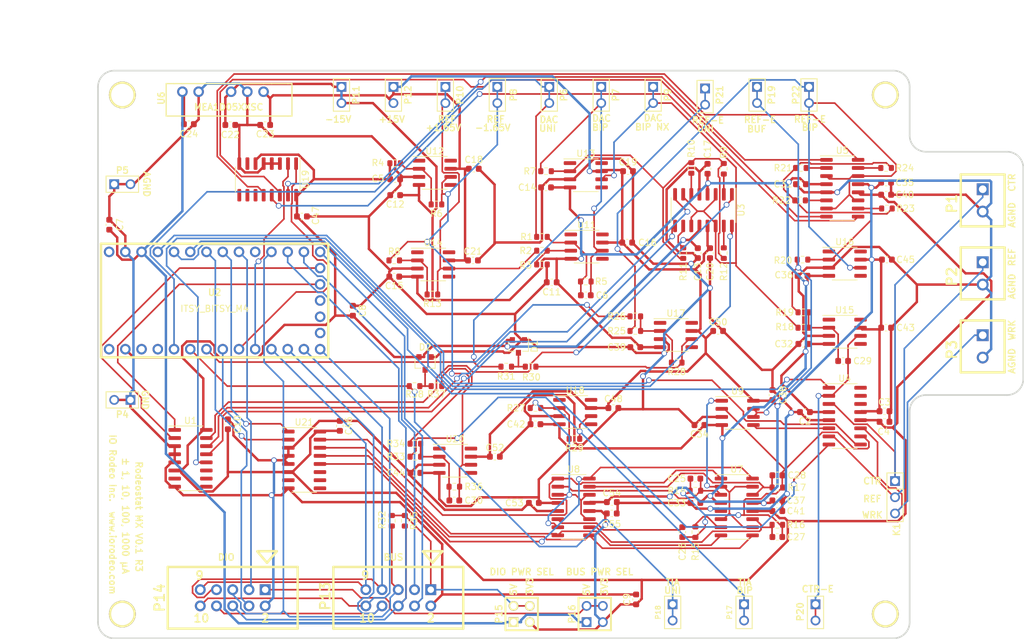
<source format=kicad_pcb>
(kicad_pcb (version 20171130) (host pcbnew 5.1.7-a382d34a8~87~ubuntu18.04.1)
  (layers (0 F.Cu signal) (31 B.Cu signal) (34 B.Paste user) (35 F.Paste user) (36 B.SilkS user) (37 F.SilkS user) (38 B.Mask user) (39 F.Mask user) (44 Edge.Cuts user))
  (net 0 "")
  (net 1 /3V3)
  (net 2 /5V)
  (net 3 /CS)
  (net 4 /CTR_ELECT)
  (net 5 /DAC_BIP)
  (net 6 /DAC_BIP_NX)
  (net 7 /DAC_GAIN_A0)
  (net 8 /DAC_GAIN_A1)
  (net 9 /DAC_UNI)
  (net 10 /GND)
  (net 11 /REF_ELECT)
  (net 12 /REF_ELECT_BUF)
  (net 13 /REF_ELECT_UNI)
  (net 14 /SCK)
  (net 15 /SCL)
  (net 16 /SDA)
  (net 17 /TIA_OUT_BIP)
  (net 18 /TIA_OUT_UNI)
  (net 19 /VEXP)
  (net 20 /VUEXT)
  (net 21 /WRK_ELECT)
  (net 22 /-15V)
  (net 23 /+15V)
  (net 24 "Net-(C6-Pad2)")
  (net 25 "Net-(C25-Pad1)")
  (net 26 "Net-(C26-Pad1)")
  (net 27 "Net-(C27-Pad1)")
  (net 28 "Net-(C28-Pad1)")
  (net 29 "Net-(C29-Pad2)")
  (net 30 "Net-(C30-Pad1)")
  (net 31 "Net-(C30-Pad2)")
  (net 32 "Net-(D1-Pad3)")
  (net 33 "Net-(D2-Pad3)")
  (net 34 /WRK_ELECT_OUT)
  (net 35 /REF_ELECT_OUT)
  (net 36 /CTR_ELECT_OUT)
  (net 37 /REF_ELECT_BIP)
  (net 38 "Net-(R2-Pad1)")
  (net 39 "Net-(R4-Pad1)")
  (net 40 "Net-(R10-Pad2)")
  (net 41 "Net-(R13-Pad2)")
  (net 42 "Net-(R9-Pad1)")
  (net 43 "Net-(R10-Pad1)")
  (net 44 "Net-(R11-Pad1)")
  (net 45 "Net-(R12-Pad1)")
  (net 46 "Net-(R20-Pad1)")
  (net 47 "Net-(R21-Pad1)")
  (net 48 "Net-(R22-Pad1)")
  (net 49 "Net-(R23-Pad1)")
  (net 50 "Net-(R24-Pad1)")
  (net 51 "Net-(R25-Pad1)")
  (net 52 "Net-(R27-Pad1)")
  (net 53 "Net-(R27-Pad2)")
  (net 54 "Net-(R28-Pad1)")
  (net 55 /SW_GAIN_1X)
  (net 56 /SW_GAIN_2X)
  (net 57 /SW_GAIN_5X)
  (net 58 /SW_GAIN_10X)
  (net 59 "Net-(U1-Pad11)")
  (net 60 "Net-(U1-Pad10)")
  (net 61 "Net-(U1-Pad9)")
  (net 62 "Net-(U1-Pad7)")
  (net 63 /REF_GAIN_A1)
  (net 64 /REF_GAIN_A0)
  (net 65 /SW_WRK_ELECT)
  (net 66 /SW_REF_ELECT)
  (net 67 /SW_CTR_ELECT)
  (net 68 /TIA_GAIN_A1)
  (net 69 /TIA_GAIN_A0)
  (net 70 "Net-(U4-Pad14)")
  (net 71 "Net-(U4-Pad15)")
  (net 72 "Net-(U4-Pad16)")
  (net 73 /SW_GAIN_INV_1X)
  (net 74 /SW_GAIN_INV_2X)
  (net 75 /SW_GAIN_INV_5X)
  (net 76 /SW_GAIN_INV_10X)
  (net 77 /SW_TIA_GAIN_4)
  (net 78 "Net-(U7-Pad10)")
  (net 79 /SW_TIA_GAIN_3)
  (net 80 /SW_TIA_GAIN_2)
  (net 81 /SW_TIA_GAIN_1)
  (net 82 "Net-(U11-Pad1)")
  (net 83 "Net-(U11-Pad5)")
  (net 84 "Net-(U11-Pad8)")
  (net 85 "Net-(U12-Pad8)")
  (net 86 "Net-(U12-Pad5)")
  (net 87 "Net-(U12-Pad1)")
  (net 88 "Net-(U13-Pad1)")
  (net 89 "Net-(U13-Pad5)")
  (net 90 "Net-(U13-Pad8)")
  (net 91 "Net-(U14-Pad1)")
  (net 92 "Net-(U14-Pad5)")
  (net 93 "Net-(U14-Pad8)")
  (net 94 "Net-(U15-Pad8)")
  (net 95 "Net-(U15-Pad5)")
  (net 96 "Net-(U15-Pad1)")
  (net 97 "Net-(U16-Pad8)")
  (net 98 "Net-(U16-Pad5)")
  (net 99 "Net-(U16-Pad1)")
  (net 100 "Net-(U17-Pad8)")
  (net 101 "Net-(U17-Pad5)")
  (net 102 "Net-(U17-Pad1)")
  (net 103 "Net-(U18-Pad1)")
  (net 104 "Net-(U18-Pad5)")
  (net 105 "Net-(U18-Pad8)")
  (net 106 "Net-(U19-Pad11)")
  (net 107 "Net-(U19-Pad10)")
  (net 108 "Net-(U19-Pad9)")
  (net 109 "Net-(U19-Pad7)")
  (net 110 "Net-(U20-Pad8)")
  (net 111 "Net-(U20-Pad5)")
  (net 112 "Net-(U20-Pad1)")
  (net 113 "Net-(U21-Pad11)")
  (net 114 "Net-(U21-Pad10)")
  (net 115 "Net-(U21-Pad9)")
  (net 116 "Net-(U21-Pad7)")
  (net 117 /PICO)
  (net 118 /POCI)
  (net 119 /RX_D0)
  (net 120 /TX_D1)
  (net 121 "Net-(U2-Pad1)")
  (net 122 "Net-(U2-Pad3)")
  (net 123 "Net-(U2-Pad4)")
  (net 124 "Net-(U2-Pad15)")
  (net 125 "Net-(U2-Pad16)")
  (net 126 "Net-(U2-Pad17)")
  (net 127 "Net-(U2-Pad33)")
  (net 128 /A3_D17)
  (net 129 /D7)
  (net 130 "Net-(U2-Pad24)")
  (net 131 /REF_NEG_1V65)
  (net 132 /REF_1V65)
  (module itsy_bitsy_m4:ITSY_BITSY_M4 (layer F.Cu) (at 69.05 86.8 90)
    (fp_text reference U2 (at 1.27 0) (layer F.SilkS) (effects (font (size 1.016 1.016) (thickness 0.2032))))
    (fp_text value ITSY_BITSY_M4 (at -1.27 0) (layer F.SilkS))
    (pad 33 thru_hole circle (at 7.62 -16.51 90) (size 1.651 1.651) (drill 1.016) (layers *.Cu *.Mask) (net 127 "Net-(U2-Pad33)"))
    (pad 32 thru_hole circle (at 7.62 -13.97 90) (size 1.651 1.651) (drill 1.016) (layers *.Cu *.Mask) (net 10 /GND))
    (pad 31 thru_hole circle (at 7.62 -11.43 90) (size 1.651 1.651) (drill 1.016) (layers *.Cu *.Mask) (net 2 /5V))
    (pad 30 thru_hole circle (at 7.62 -8.89 90) (size 1.651 1.651) (drill 1.016) (layers *.Cu *.Mask) (net 65 /SW_WRK_ELECT))
    (pad 29 thru_hole circle (at 7.62 -6.35 90) (size 1.651 1.651) (drill 1.016) (layers *.Cu *.Mask) (net 66 /SW_REF_ELECT))
    (pad 28 thru_hole circle (at 7.62 -3.81 90) (size 1.651 1.651) (drill 1.016) (layers *.Cu *.Mask) (net 67 /SW_CTR_ELECT))
    (pad 27 thru_hole circle (at 7.62 -1.27 90) (size 1.651 1.651) (drill 1.016) (layers *.Cu *.Mask) (net 68 /TIA_GAIN_A1))
    (pad 26 thru_hole circle (at 7.62 1.27 90) (size 1.651 1.651) (drill 1.016) (layers *.Cu *.Mask) (net 69 /TIA_GAIN_A0))
    (pad 25 thru_hole circle (at 7.62 3.81 90) (size 1.651 1.651) (drill 1.016) (layers *.Cu *.Mask) (net 129 /D7))
    (pad 24 thru_hole circle (at 7.62 6.35 90) (size 1.651 1.651) (drill 1.016) (layers *.Cu *.Mask) (net 130 "Net-(U2-Pad24)"))
    (pad 23 thru_hole circle (at 7.62 8.89 90) (size 1.651 1.651) (drill 1.016) (layers *.Cu *.Mask) (net 15 /SCL))
    (pad 22 thru_hole circle (at 7.62 11.43 90) (size 1.651 1.651) (drill 1.016) (layers *.Cu *.Mask) (net 16 /SDA))
    (pad 21 thru_hole circle (at 7.62 13.97 90) (size 1.651 1.651) (drill 1.016) (layers *.Cu *.Mask) (net 120 /TX_D1))
    (pad 20 thru_hole circle (at 7.62 16.51 90) (size 1.651 1.651) (drill 1.016) (layers *.Cu *.Mask) (net 119 /RX_D0))
    (pad 19 thru_hole circle (at 5.08 16.51 90) (size 1.651 1.651) (drill 1.016) (layers *.Cu *.Mask) (net 8 /DAC_GAIN_A1))
    (pad 18 thru_hole circle (at 2.54 16.51 90) (size 1.651 1.651) (drill 1.016) (layers *.Cu *.Mask) (net 7 /DAC_GAIN_A0))
    (pad 17 thru_hole circle (at 0 16.51 90) (size 1.651 1.651) (drill 1.016) (layers *.Cu *.Mask) (net 126 "Net-(U2-Pad17)"))
    (pad 16 thru_hole circle (at -2.54 16.51 90) (size 1.651 1.651) (drill 1.016) (layers *.Cu *.Mask) (net 125 "Net-(U2-Pad16)"))
    (pad 15 thru_hole circle (at -5.08 16.51 90) (size 1.651 1.651) (drill 1.016) (layers *.Cu *.Mask) (net 124 "Net-(U2-Pad15)"))
    (pad 14 thru_hole circle (at -7.62 16.51 90) (size 1.651 1.651) (drill 1.016) (layers *.Cu *.Mask) (net 3 /CS))
    (pad 13 thru_hole circle (at -7.62 13.97 90) (size 1.651 1.651) (drill 1.016) (layers *.Cu *.Mask) (net 118 /POCI))
    (pad 12 thru_hole circle (at -7.62 11.43 90) (size 1.651 1.651) (drill 1.016) (layers *.Cu *.Mask) (net 117 /PICO))
    (pad 11 thru_hole circle (at -7.62 8.89 90) (size 1.651 1.651) (drill 1.016) (layers *.Cu *.Mask) (net 14 /SCK))
    (pad 10 thru_hole circle (at -7.62 6.35 90) (size 1.651 1.651) (drill 1.016) (layers *.Cu *.Mask) (net 63 /REF_GAIN_A1))
    (pad 9 thru_hole circle (at -7.62 3.81 90) (size 1.651 1.651) (drill 1.016) (layers *.Cu *.Mask) (net 64 /REF_GAIN_A0))
    (pad 8 thru_hole circle (at -7.62 1.27 90) (size 1.651 1.651) (drill 1.016) (layers *.Cu *.Mask) (net 128 /A3_D17))
    (pad 7 thru_hole circle (at -7.62 -1.27 90) (size 1.651 1.651) (drill 1.016) (layers *.Cu *.Mask) (net 13 /REF_ELECT_UNI))
    (pad 6 thru_hole circle (at -7.62 -3.81 90) (size 1.651 1.651) (drill 1.016) (layers *.Cu *.Mask) (net 18 /TIA_OUT_UNI))
    (pad 5 thru_hole circle (at -7.62 -6.35 90) (size 1.651 1.651) (drill 1.016) (layers *.Cu *.Mask) (net 9 /DAC_UNI))
    (pad 4 thru_hole circle (at -7.62 -8.89 90) (size 1.651 1.651) (drill 1.016) (layers *.Cu *.Mask) (net 123 "Net-(U2-Pad4)"))
    (pad 3 thru_hole circle (at -7.62 -11.43 90) (size 1.651 1.651) (drill 1.016) (layers *.Cu *.Mask) (net 122 "Net-(U2-Pad3)"))
    (pad 2 thru_hole circle (at -7.62 -13.97 90) (size 1.651 1.651) (drill 1.016) (layers *.Cu *.Mask) (net 1 /3V3))
    (pad 1 thru_hole circle (at -7.62 -16.51 90) (size 1.651 1.651) (drill 1.016) (layers *.Cu *.Mask) (net 121 "Net-(U2-Pad1)"))
  )
  (module pin_array:PIN_ARRAY_2X1 (layer F.Cu) (at 54.61 68.58)
    (fp_text reference P5 (at 0 -2.159) (layer F.SilkS) (effects (font (size 1.016 1.016) (thickness 0.2032))))
    (fp_text value Conn_01x02 hide)
    (pad 1 thru_hole rect (at -1.27 0) (size 1.524 1.524) (drill 1.016) (layers *.Cu *.Mask) (net 10 /GND))
    (pad 2 thru_hole circle (at 1.27 0) (size 1.524 1.524) (drill 1.016) (layers *.Cu *.Mask) (net 10 /GND))
  )
  (module Capacitor_SMD:C_0603_1608Metric (layer F.Cu) (at 173.863 104.14)
    (fp_text reference C3 (at 0 -1.43) (layer F.SilkS))
    (fp_text value 0.1uF)
    (pad 2 smd roundrect (at 0.775 0) (size 0.9 0.95) (layers F.Cu F.Paste F.Mask) (net 10 /GND))
    (pad 1 smd roundrect (at -0.775 0) (size 0.9 0.95) (layers F.Cu F.Paste F.Mask) (net 23 /+15V))
  )
  (module Package_SO:SOIC-8_3.9x4.9mm_P1.27mm (layer F.Cu) (at 127.254 78.359)
    (fp_text reference U11 (at 0 -3.4) (layer F.SilkS))
    (fp_text value OP07)
    (pad 1 smd roundrect (at -2.475 -1.905) (size 1.95 0.6) (layers F.Cu F.Paste F.Mask) (net 82 "Net-(U11-Pad1)"))
    (pad 2 smd roundrect (at -2.475 -0.635) (size 1.95 0.6) (layers F.Cu F.Paste F.Mask) (net 24 "Net-(C6-Pad2)"))
    (pad 3 smd roundrect (at -2.475 0.635) (size 1.95 0.6) (layers F.Cu F.Paste F.Mask) (net 38 "Net-(R2-Pad1)"))
    (pad 4 smd roundrect (at -2.475 1.905) (size 1.95 0.6) (layers F.Cu F.Paste F.Mask) (net 22 /-15V))
    (pad 5 smd roundrect (at 2.475 1.905) (size 1.95 0.6) (layers F.Cu F.Paste F.Mask) (net 83 "Net-(U11-Pad5)"))
    (pad 6 smd roundrect (at 2.475 0.635) (size 1.95 0.6) (layers F.Cu F.Paste F.Mask) (net 5 /DAC_BIP))
    (pad 7 smd roundrect (at 2.475 -0.635) (size 1.95 0.6) (layers F.Cu F.Paste F.Mask) (net 23 /+15V))
    (pad 8 smd roundrect (at 2.475 -1.905) (size 1.95 0.6) (layers F.Cu F.Paste F.Mask) (net 84 "Net-(U11-Pad8)"))
  )
  (module pin_array:PIN_ARRAY_3X1 (layer F.Cu) (at 175.514 117.602 270)
    (fp_text reference K1 (at 5.08 -0.254 270) (layer F.SilkS) (effects (font (size 1.016 1.016) (thickness 0.2032))))
    (fp_text value Conn_01x03 hide)
    (pad 1 thru_hole rect (at -2.54 0 270) (size 1.524 1.524) (drill 1.016) (layers *.Cu *.Mask) (net 36 /CTR_ELECT_OUT))
    (pad 2 thru_hole circle (at 0 0 270) (size 1.524 1.524) (drill 1.016) (layers *.Cu *.Mask) (net 35 /REF_ELECT_OUT))
    (pad 3 thru_hole circle (at 2.54 0 270) (size 1.524 1.524) (drill 1.016) (layers *.Cu *.Mask) (net 34 /WRK_ELECT_OUT))
  )
  (module 5x2_shrd_header:5X2_SHRD_HEADER (layer F.Cu) (at 71.882 133.35 180)
    (fp_text reference P14 (at 11.43 0 270) (layer F.SilkS) (effects (font (size 1.524 1.524) (thickness 0.3048))))
    (fp_text value Conn_02x05_Odd_Even hide)
    (fp_text user 2 (at -5.10032 -3.2004 180) (layer F.SilkS) (effects (font (size 1.27 1.27) (thickness 0.254))))
    (fp_text user 9 (at 5.19938 3.50012 180) (layer F.SilkS) (effects (font (size 1.27 1.27) (thickness 0.254))))
    (fp_text user 10 (at 4.89966 -3.2004 180) (layer F.SilkS) (effects (font (size 1.27 1.27) (thickness 0.254))))
    (pad 10 thru_hole circle (at 5.08 -1.27 180) (size 1.7 1.7) (drill 1.016) (layers *.Cu *.Mask) (net 3 /CS))
    (pad 9 thru_hole circle (at 5.08 1.27 180) (size 1.7 1.7) (drill 1.016) (layers *.Cu *.Mask) (net 14 /SCK))
    (pad 8 thru_hole circle (at 2.54 -1.27 180) (size 1.7 1.7) (drill 1.016) (layers *.Cu *.Mask) (net 117 /PICO))
    (pad 7 thru_hole circle (at 2.54 1.27 180) (size 1.7 1.7) (drill 1.016) (layers *.Cu *.Mask) (net 118 /POCI))
    (pad 6 thru_hole circle (at 0 -1.27 180) (size 1.7 1.7) (drill 1.016) (layers *.Cu *.Mask) (net 16 /SDA))
    (pad 5 thru_hole circle (at 0 1.27 180) (size 1.7 1.7) (drill 1.016) (layers *.Cu *.Mask) (net 15 /SCL))
    (pad 4 thru_hole circle (at -2.54 -1.27 180) (size 1.7 1.7) (drill 1.016) (layers *.Cu *.Mask) (net 128 /A3_D17))
    (pad 3 thru_hole circle (at -2.54 1.27 180) (size 1.7 1.7) (drill 1.016) (layers *.Cu *.Mask) (net 129 /D7))
    (pad 2 thru_hole circle (at -5.08 -1.27 180) (size 1.7 1.7) (drill 1.016) (layers *.Cu *.Mask) (net 10 /GND))
    (pad 1 thru_hole rect (at -5.08 1.27 180) (size 1.7 1.7) (drill 1.016) (layers *.Cu *.Mask) (net 19 /VEXP))
  )
  (module 5x2_shrd_header:5X2_SHRD_HEADER (layer F.Cu) (at 97.79 133.35 180)
    (fp_text reference P13 (at 11.43 0.254 270) (layer F.SilkS) (effects (font (size 1.524 1.524) (thickness 0.3048))))
    (fp_text value Conn_02x05_Odd_Even hide)
    (fp_text user 2 (at -5.10032 -3.2004 180) (layer F.SilkS) (effects (font (size 1.27 1.27) (thickness 0.254))))
    (fp_text user 9 (at 5.19938 3.50012 180) (layer F.SilkS) (effects (font (size 1.27 1.27) (thickness 0.254))))
    (fp_text user 10 (at 4.89966 -3.2004 180) (layer F.SilkS) (effects (font (size 1.27 1.27) (thickness 0.254))))
    (pad 10 thru_hole circle (at 5.08 -1.27 180) (size 1.7 1.7) (drill 1.016) (layers *.Cu *.Mask) (net 3 /CS))
    (pad 9 thru_hole circle (at 5.08 1.27 180) (size 1.7 1.7) (drill 1.016) (layers *.Cu *.Mask) (net 14 /SCK))
    (pad 8 thru_hole circle (at 2.54 -1.27 180) (size 1.7 1.7) (drill 1.016) (layers *.Cu *.Mask) (net 117 /PICO))
    (pad 7 thru_hole circle (at 2.54 1.27 180) (size 1.7 1.7) (drill 1.016) (layers *.Cu *.Mask) (net 118 /POCI))
    (pad 6 thru_hole circle (at 0 -1.27 180) (size 1.7 1.7) (drill 1.016) (layers *.Cu *.Mask) (net 16 /SDA))
    (pad 5 thru_hole circle (at 0 1.27 180) (size 1.7 1.7) (drill 1.016) (layers *.Cu *.Mask) (net 15 /SCL))
    (pad 4 thru_hole circle (at -2.54 -1.27 180) (size 1.7 1.7) (drill 1.016) (layers *.Cu *.Mask) (net 119 /RX_D0))
    (pad 3 thru_hole circle (at -2.54 1.27 180) (size 1.7 1.7) (drill 1.016) (layers *.Cu *.Mask) (net 120 /TX_D1))
    (pad 2 thru_hole circle (at -5.08 -1.27 180) (size 1.7 1.7) (drill 1.016) (layers *.Cu *.Mask) (net 10 /GND))
    (pad 1 thru_hole rect (at -5.08 1.27 180) (size 1.7 1.7) (drill 1.016) (layers *.Cu *.Mask) (net 20 /VUEXT))
  )
  (module pin_array:PIN_ARRAY_2X1 (layer F.Cu) (at 129.54 54.61 270)
    (fp_text reference P7 (at 0 -2.286 270) (layer F.SilkS) (effects (font (size 1.016 1.016) (thickness 0.2032))))
    (fp_text value Conn_01x02 hide)
    (pad 1 thru_hole rect (at -1.27 0 270) (size 1.524 1.524) (drill 1.016) (layers *.Cu *.Mask) (net 5 /DAC_BIP))
    (pad 2 thru_hole circle (at 1.27 0 270) (size 1.524 1.524) (drill 1.016) (layers *.Cu *.Mask) (net 5 /DAC_BIP))
  )
  (module pin_array:PIN_ARRAY_2X1 (layer F.Cu) (at 137.668 54.61 270)
    (fp_text reference P9 (at 0 -2.286 270) (layer F.SilkS) (effects (font (size 1.016 1.016) (thickness 0.2032))))
    (fp_text value Conn_01x02 hide)
    (pad 1 thru_hole rect (at -1.27 0 270) (size 1.524 1.524) (drill 1.016) (layers *.Cu *.Mask) (net 6 /DAC_BIP_NX))
    (pad 2 thru_hole circle (at 1.27 0 270) (size 1.524 1.524) (drill 1.016) (layers *.Cu *.Mask) (net 6 /DAC_BIP_NX))
  )
  (module pin_array:PIN_ARRAY_2X1 (layer F.Cu) (at 163.068 135.636 270)
    (fp_text reference P20 (at -0.1016 2.3876 270) (layer F.SilkS) (effects (font (size 1.016 1.016) (thickness 0.2032))))
    (fp_text value Conn_01x02 hide)
    (pad 1 thru_hole rect (at -1.27 0 270) (size 1.524 1.524) (drill 1.016) (layers *.Cu *.Mask) (net 4 /CTR_ELECT))
    (pad 2 thru_hole circle (at 1.27 0 270) (size 1.524 1.524) (drill 1.016) (layers *.Cu *.Mask) (net 4 /CTR_ELECT))
  )
  (module pin_array:PIN_ARRAY_2X1 (layer F.Cu) (at 145.796 54.864 270)
    (fp_text reference P21 (at -0.254 -2.286 270) (layer F.SilkS) (effects (font (size 1.016 1.016) (thickness 0.2032))))
    (fp_text value Conn_01x02 hide)
    (pad 2 thru_hole circle (at 1.27 0 270) (size 1.524 1.524) (drill 1.016) (layers *.Cu *.Mask) (net 13 /REF_ELECT_UNI))
    (pad 1 thru_hole rect (at -1.27 0 270) (size 1.524 1.524) (drill 1.016) (layers *.Cu *.Mask) (net 13 /REF_ELECT_UNI))
  )
  (module pin_array:PIN_ARRAY_2X1 (layer F.Cu) (at 153.924 54.61 270)
    (fp_text reference P19 (at 0 -2.286 270) (layer F.SilkS) (effects (font (size 1.016 1.016) (thickness 0.2032))))
    (fp_text value Conn_01x02 hide)
    (pad 1 thru_hole rect (at -1.27 0 270) (size 1.524 1.524) (drill 1.016) (layers *.Cu *.Mask) (net 12 /REF_ELECT_BUF))
    (pad 2 thru_hole circle (at 1.27 0 270) (size 1.524 1.524) (drill 1.016) (layers *.Cu *.Mask) (net 12 /REF_ELECT_BUF))
  )
  (module pin_array:PIN_ARRAY_2X1 (layer F.Cu) (at 121.412 54.61 270)
    (fp_text reference P6 (at 0 -2.286 270) (layer F.SilkS) (effects (font (size 1.016 1.016) (thickness 0.2032))))
    (fp_text value Conn_01x02 hide)
    (pad 1 thru_hole rect (at -1.27 0 270) (size 1.524 1.524) (drill 1.016) (layers *.Cu *.Mask) (net 9 /DAC_UNI))
    (pad 2 thru_hole circle (at 1.27 0 270) (size 1.524 1.524) (drill 1.016) (layers *.Cu *.Mask) (net 9 /DAC_UNI))
  )
  (module pin_array:PIN_ARRAY_2X1 (layer F.Cu) (at 105.156 54.61 270)
    (fp_text reference P10 (at 0 -2.286 90) (layer F.SilkS) (effects (font (size 1.016 1.016) (thickness 0.2032))))
    (fp_text value Conn_01x02 hide)
    (pad 1 thru_hole rect (at -1.27 0 270) (size 1.524 1.524) (drill 1.016) (layers *.Cu *.Mask) (net 132 /REF_1V65))
    (pad 2 thru_hole circle (at 1.27 0 270) (size 1.524 1.524) (drill 1.016) (layers *.Cu *.Mask) (net 132 /REF_1V65))
  )
  (module pin_array:PIN_ARRAY_2X1 (layer F.Cu) (at 97.028 54.61 270)
    (fp_text reference P12 (at 0 -2.286 270) (layer F.SilkS) (effects (font (size 1.016 1.016) (thickness 0.2032))))
    (fp_text value Conn_01x02 hide)
    (pad 1 thru_hole rect (at -1.27 0 270) (size 1.524 1.524) (drill 1.016) (layers *.Cu *.Mask) (net 23 /+15V))
    (pad 2 thru_hole circle (at 1.27 0 270) (size 1.524 1.524) (drill 1.016) (layers *.Cu *.Mask) (net 23 /+15V))
  )
  (module pin_array:PIN_ARRAY_2X1 (layer F.Cu) (at 88.9 54.61 270)
    (fp_text reference P11 (at 0 -2.286 270) (layer F.SilkS) (effects (font (size 1.016 1.016) (thickness 0.2032))))
    (fp_text value Conn_01x02 hide)
    (pad 1 thru_hole rect (at -1.27 0 270) (size 1.524 1.524) (drill 1.016) (layers *.Cu *.Mask) (net 22 /-15V))
    (pad 2 thru_hole circle (at 1.27 0 270) (size 1.524 1.524) (drill 1.016) (layers *.Cu *.Mask) (net 22 /-15V))
  )
  (module pin_array:PIN_ARRAY_2X1 (layer F.Cu) (at 54.61 102.362 180)
    (fp_text reference P4 (at 0 -2.286 180) (layer F.SilkS) (effects (font (size 1.016 1.016) (thickness 0.2032))))
    (fp_text value Conn_01x02 hide)
    (pad 1 thru_hole rect (at -1.27 0 180) (size 1.524 1.524) (drill 1.016) (layers *.Cu *.Mask) (net 10 /GND))
    (pad 2 thru_hole circle (at 1.27 0 180) (size 1.524 1.524) (drill 1.016) (layers *.Cu *.Mask) (net 10 /GND))
  )
  (module pin_array:PIN_ARRAY_2X1 (layer F.Cu) (at 140.716 135.636 270)
    (fp_text reference P18 (at 0 2.286 270) (layer F.SilkS) (effects (font (size 0.762 0.762) (thickness 0.1524))))
    (fp_text value Conn_01x02 hide)
    (pad 1 thru_hole rect (at -1.27 0 270) (size 1.524 1.524) (drill 1.016) (layers *.Cu *.Mask) (net 18 /TIA_OUT_UNI))
    (pad 2 thru_hole circle (at 1.27 0 270) (size 1.524 1.524) (drill 1.016) (layers *.Cu *.Mask) (net 18 /TIA_OUT_UNI))
  )
  (module pin_array:PIN_ARRAY_2X1 (layer F.Cu) (at 151.892 135.636 270)
    (fp_text reference P17 (at 0 2.286 270) (layer F.SilkS) (effects (font (size 0.762 0.762) (thickness 0.1524))))
    (fp_text value Conn_01x02 hide)
    (pad 1 thru_hole rect (at -1.27 0 270) (size 1.524 1.524) (drill 1.016) (layers *.Cu *.Mask) (net 17 /TIA_OUT_BIP))
    (pad 2 thru_hole circle (at 1.27 0 270) (size 1.524 1.524) (drill 1.016) (layers *.Cu *.Mask) (net 17 /TIA_OUT_BIP))
  )
  (module pin_array:PIN_ARRAY_2X1 (layer F.Cu) (at 113.284 54.61 270)
    (fp_text reference P8 (at 0 -2.54 270) (layer F.SilkS) (effects (font (size 1.016 1.016) (thickness 0.2032))))
    (fp_text value Conn_01x02 hide)
    (pad 1 thru_hole rect (at -1.27 0 270) (size 1.524 1.524) (drill 1.016) (layers *.Cu *.Mask) (net 131 /REF_NEG_1V65))
    (pad 2 thru_hole circle (at 1.27 0 270) (size 1.524 1.524) (drill 1.016) (layers *.Cu *.Mask) (net 131 /REF_NEG_1V65))
  )
  (module pin_array:PIN_ARRAY_2X2 (layer F.Cu) (at 128.524 135.89)
    (fp_text reference P16 (at -3.556 0 90) (layer F.SilkS) (effects (font (size 1.016 1.016) (thickness 0.2032))))
    (fp_text value Conn_02x02_Odd_Even hide)
    (pad 1 thru_hole rect (at -1.27 1.27) (size 1.524 1.524) (drill 1.016) (layers *.Cu *.Mask) (net 2 /5V))
    (pad 2 thru_hole circle (at -1.27 -1.27) (size 1.524 1.524) (drill 1.016) (layers *.Cu *.Mask) (net 19 /VEXP))
    (pad 3 thru_hole circle (at 1.27 1.27) (size 1.524 1.524) (drill 1.016) (layers *.Cu *.Mask) (net 1 /3V3))
    (pad 4 thru_hole circle (at 1.27 -1.27) (size 1.524 1.524) (drill 1.016) (layers *.Cu *.Mask) (net 19 /VEXP))
  )
  (module pin_array:PIN_ARRAY_2X2 (layer F.Cu) (at 117.094 135.89)
    (fp_text reference P15 (at -3.556 0 90) (layer F.SilkS) (effects (font (size 1.016 1.016) (thickness 0.2032))))
    (fp_text value Conn_02x02_Odd_Even hide)
    (pad 1 thru_hole rect (at -1.27 1.27) (size 1.524 1.524) (drill 1.016) (layers *.Cu *.Mask F.SilkS) (net 2 /5V))
    (pad 2 thru_hole circle (at -1.27 -1.27) (size 1.524 1.524) (drill 1.016) (layers *.Cu *.Mask F.SilkS) (net 20 /VUEXT))
    (pad 3 thru_hole circle (at 1.27 1.27) (size 1.524 1.524) (drill 1.016) (layers *.Cu *.Mask F.SilkS) (net 1 /3V3))
    (pad 4 thru_hole circle (at 1.27 -1.27) (size 1.524 1.524) (drill 1.016) (layers *.Cu *.Mask F.SilkS) (net 20 /VUEXT))
  )
  (module 4-40 (layer F.Cu) (at 173.99 135.89)
    (fp_text reference H3 hide)
    (fp_text value VAL** hide)
    (pad "" thru_hole circle (at 0 0) (size 4.2 4.2) (drill 3.5) (layers *.Cu *.Mask F.SilkS))
  )
  (module 4-40 (layer F.Cu) (at 54.61 135.89)
    (fp_text reference H4 hide)
    (fp_text value VAL** hide)
    (pad "" thru_hole circle (at 0 0) (size 4.2 4.2) (drill 3.5) (layers *.Cu *.Mask F.SilkS))
  )
  (module 4-40 (layer F.Cu) (at 54.61 54.61)
    (fp_text reference H1 hide)
    (fp_text value VAL** hide)
    (pad "" thru_hole circle (at 0 0) (size 4.2 4.2) (drill 3.5) (layers *.Cu *.Mask F.SilkS))
  )
  (module 4-40 (layer F.Cu) (at 173.99 54.61)
    (fp_text reference H2 hide)
    (fp_text value VAL** hide)
    (pad "" thru_hole circle (at 0 0) (size 4.2 4.2) (drill 3.5) (layers *.Cu *.Mask F.SilkS))
  )
  (module Capacitor_SMD:C_0603_1608Metric (layer F.Cu) (at 161.417 104.267 180)
    (fp_text reference C2 (at 0 -1.43) (layer F.SilkS))
    (fp_text value 0.1uF)
    (pad 1 smd roundrect (at -0.775 0 180) (size 0.9 0.95) (layers F.Cu F.Paste F.Mask) (net 22 /-15V))
    (pad 2 smd roundrect (at 0.775 0 180) (size 0.9 0.95) (layers F.Cu F.Paste F.Mask) (net 10 /GND))
  )
  (module Capacitor_SMD:C_0603_1608Metric (layer F.Cu) (at 173.863 105.791)
    (fp_text reference C4 (at -0.127 1.524) (layer F.SilkS))
    (fp_text value 0.1uF)
    (pad 2 smd roundrect (at 0.775 0) (size 0.9 0.95) (layers F.Cu F.Paste F.Mask) (net 10 /GND))
    (pad 1 smd roundrect (at -0.775 0) (size 0.9 0.95) (layers F.Cu F.Paste F.Mask) (net 1 /3V3))
  )
  (module Capacitor_SMD:C_0603_1608Metric (layer F.Cu) (at 97.3 67.8)
    (fp_text reference C5 (at -2.7 -0.1) (layer F.SilkS))
    (fp_text value 4.7uF)
    (pad 1 smd roundrect (at -0.775 0) (size 0.9 0.95) (layers F.Cu F.Paste F.Mask) (net 1 /3V3))
    (pad 2 smd roundrect (at 0.775 0) (size 0.9 0.95) (layers F.Cu F.Paste F.Mask) (net 10 /GND))
  )
  (module Capacitor_SMD:C_0603_1608Metric (layer F.Cu) (at 127.127 85.979 180)
    (fp_text reference C6 (at -2.54 0) (layer F.SilkS))
    (fp_text value 3.3nF)
    (pad 2 smd roundrect (at 0.775 0 180) (size 0.9 0.95) (layers F.Cu F.Paste F.Mask) (net 24 "Net-(C6-Pad2)"))
    (pad 1 smd roundrect (at -0.775 0 180) (size 0.9 0.95) (layers F.Cu F.Paste F.Mask) (net 5 /DAC_BIP))
  )
  (module Capacitor_SMD:C_0603_1608Metric (layer F.Cu) (at 52.578 74.93 90)
    (fp_text reference C7 (at 0 1.651 90) (layer F.SilkS))
    (fp_text value 2.2uF)
    (pad 1 smd roundrect (at -0.775 0 90) (size 0.9 0.95) (layers F.Cu F.Paste F.Mask) (net 2 /5V))
    (pad 2 smd roundrect (at 0.775 0 90) (size 0.9 0.95) (layers F.Cu F.Paste F.Mask) (net 10 /GND))
  )
  (module Capacitor_SMD:C_0603_1608Metric (layer F.Cu) (at 90.678 88.392 90)
    (fp_text reference C8 (at 0 1.524 90) (layer F.SilkS))
    (fp_text value 2.2uF)
    (pad 2 smd roundrect (at 0.775 0 90) (size 0.9 0.95) (layers F.Cu F.Paste F.Mask) (net 10 /GND))
    (pad 1 smd roundrect (at -0.775 0 90) (size 0.9 0.95) (layers F.Cu F.Paste F.Mask) (net 1 /3V3))
  )
  (module Capacitor_SMD:C_0603_1608Metric (layer F.Cu) (at 135.001 133.604 90)
    (fp_text reference C9 (at 0 -1.43 90) (layer F.SilkS))
    (fp_text value 2.2uF)
    (pad 1 smd roundrect (at -0.775 0 90) (size 0.9 0.95) (layers F.Cu F.Paste F.Mask) (net 1 /3V3))
    (pad 2 smd roundrect (at 0.775 0 90) (size 0.9 0.95) (layers F.Cu F.Paste F.Mask) (net 10 /GND))
  )
  (module Capacitor_SMD:C_0603_1608Metric (layer F.Cu) (at 71.12 106.172 90)
    (fp_text reference C10 (at 0 1.524 90) (layer F.SilkS))
    (fp_text value 0.1uF)
    (pad 2 smd roundrect (at 0.775 0 90) (size 0.9 0.95) (layers F.Cu F.Paste F.Mask) (net 10 /GND))
    (pad 1 smd roundrect (at -0.775 0 90) (size 0.9 0.95) (layers F.Cu F.Paste F.Mask) (net 1 /3V3))
  )
  (module Capacitor_SMD:C_0603_1608Metric (layer F.Cu) (at 121.793 83.947 180)
    (fp_text reference C11 (at 0 -1.524) (layer F.SilkS))
    (fp_text value 0.1uF)
    (pad 1 smd roundrect (at -0.775 0 180) (size 0.9 0.95) (layers F.Cu F.Paste F.Mask) (net 22 /-15V))
    (pad 2 smd roundrect (at 0.775 0 180) (size 0.9 0.95) (layers F.Cu F.Paste F.Mask) (net 10 /GND))
  )
  (module Capacitor_SMD:C_0603_1608Metric (layer F.Cu) (at 97.3 70.3 180)
    (fp_text reference C12 (at 0 -1.43) (layer F.SilkS))
    (fp_text value 0.1uF)
    (pad 2 smd roundrect (at 0.775 0 180) (size 0.9 0.95) (layers F.Cu F.Paste F.Mask) (net 10 /GND))
    (pad 1 smd roundrect (at -0.775 0 180) (size 0.9 0.95) (layers F.Cu F.Paste F.Mask) (net 22 /-15V))
  )
  (module Capacitor_SMD:C_0603_1608Metric (layer F.Cu) (at 144.653 79.375 270)
    (fp_text reference C13 (at 2.921 0 90) (layer F.SilkS))
    (fp_text value 0.1uF)
    (pad 1 smd roundrect (at -0.775 0 270) (size 0.9 0.95) (layers F.Cu F.Paste F.Mask) (net 1 /3V3))
    (pad 2 smd roundrect (at 0.775 0 270) (size 0.9 0.95) (layers F.Cu F.Paste F.Mask) (net 10 /GND))
  )
  (module Capacitor_SMD:C_0603_1608Metric (layer F.Cu) (at 120.904 69.088 180)
    (fp_text reference C14 (at 2.921 0) (layer F.SilkS))
    (fp_text value 0.1uF)
    (pad 1 smd roundrect (at -0.775 0 180) (size 0.9 0.95) (layers F.Cu F.Paste F.Mask) (net 22 /-15V))
    (pad 2 smd roundrect (at 0.775 0 180) (size 0.9 0.95) (layers F.Cu F.Paste F.Mask) (net 10 /GND))
  )
  (module Capacitor_SMD:C_0603_1608Metric (layer F.Cu) (at 97.155 83.058 180)
    (fp_text reference C15 (at 0 -1.43) (layer F.SilkS))
    (fp_text value 0.1uF)
    (pad 1 smd roundrect (at -0.775 0 180) (size 0.9 0.95) (layers F.Cu F.Paste F.Mask) (net 22 /-15V))
    (pad 2 smd roundrect (at 0.775 0 180) (size 0.9 0.95) (layers F.Cu F.Paste F.Mask) (net 10 /GND))
  )
  (module Capacitor_SMD:C_0603_1608Metric (layer F.Cu) (at 133.604 77.724)
    (fp_text reference C16 (at 3.175 0) (layer F.SilkS))
    (fp_text value 0.1uF)
    (pad 2 smd roundrect (at 0.775 0) (size 0.9 0.95) (layers F.Cu F.Paste F.Mask) (net 10 /GND))
    (pad 1 smd roundrect (at -0.775 0) (size 0.9 0.95) (layers F.Cu F.Paste F.Mask) (net 23 /+15V))
  )
  (module Capacitor_SMD:C_0603_1608Metric (layer F.Cu) (at 146.177 66.167 90)
    (fp_text reference C17 (at 3.048 0 90) (layer F.SilkS))
    (fp_text value 0.1uF)
    (pad 2 smd roundrect (at 0.775 0 90) (size 0.9 0.95) (layers F.Cu F.Paste F.Mask) (net 10 /GND))
    (pad 1 smd roundrect (at -0.775 0 90) (size 0.9 0.95) (layers F.Cu F.Paste F.Mask) (net 22 /-15V))
  )
  (module Capacitor_SMD:C_0603_1608Metric (layer F.Cu) (at 109.601 66.167)
    (fp_text reference C18 (at 0 -1.43) (layer F.SilkS))
    (fp_text value 0.1uF)
    (pad 2 smd roundrect (at 0.775 0) (size 0.9 0.95) (layers F.Cu F.Paste F.Mask) (net 10 /GND))
    (pad 1 smd roundrect (at -0.775 0) (size 0.9 0.95) (layers F.Cu F.Paste F.Mask) (net 23 /+15V))
  )
  (module Capacitor_SMD:C_0603_1608Metric (layer F.Cu) (at 133.731 66.548)
    (fp_text reference C19 (at 0 -1.43) (layer F.SilkS))
    (fp_text value 0.1uF)
    (pad 2 smd roundrect (at 0.775 0) (size 0.9 0.95) (layers F.Cu F.Paste F.Mask) (net 10 /GND))
    (pad 1 smd roundrect (at -0.775 0) (size 0.9 0.95) (layers F.Cu F.Paste F.Mask) (net 23 /+15V))
  )
  (module Capacitor_SMD:C_0603_1608Metric (layer F.Cu) (at 146.558 79.375 270)
    (fp_text reference C20 (at 2.921 0 90) (layer F.SilkS))
    (fp_text value 0.1uF)
    (pad 1 smd roundrect (at -0.775 0 270) (size 0.9 0.95) (layers F.Cu F.Paste F.Mask) (net 23 /+15V))
    (pad 2 smd roundrect (at 0.775 0 270) (size 0.9 0.95) (layers F.Cu F.Paste F.Mask) (net 10 /GND))
  )
  (module Capacitor_SMD:C_0603_1608Metric (layer F.Cu) (at 109.474 80.518)
    (fp_text reference C21 (at 0 -1.43) (layer F.SilkS))
    (fp_text value 0.1uF)
    (pad 1 smd roundrect (at -0.775 0) (size 0.9 0.95) (layers F.Cu F.Paste F.Mask) (net 23 /+15V))
    (pad 2 smd roundrect (at 0.775 0) (size 0.9 0.95) (layers F.Cu F.Paste F.Mask) (net 10 /GND))
  )
  (module Capacitor_SMD:C_0603_1608Metric (layer F.Cu) (at 71.501 59.309)
    (fp_text reference C22 (at 0 1.524) (layer F.SilkS))
    (fp_text value 1uF)
    (pad 1 smd roundrect (at -0.775 0) (size 0.9 0.95) (layers F.Cu F.Paste F.Mask) (net 22 /-15V))
    (pad 2 smd roundrect (at 0.775 0) (size 0.9 0.95) (layers F.Cu F.Paste F.Mask) (net 10 /GND))
  )
  (module Capacitor_SMD:C_0603_1608Metric (layer F.Cu) (at 76.962 59.309 180)
    (fp_text reference C23 (at 0 -1.43) (layer F.SilkS))
    (fp_text value 1uF)
    (pad 2 smd roundrect (at 0.775 0 180) (size 0.9 0.95) (layers F.Cu F.Paste F.Mask) (net 10 /GND))
    (pad 1 smd roundrect (at -0.775 0 180) (size 0.9 0.95) (layers F.Cu F.Paste F.Mask) (net 23 /+15V))
  )
  (module Capacitor_SMD:C_0603_1608Metric (layer F.Cu) (at 65.024 59.182)
    (fp_text reference C24 (at 0 1.524) (layer F.SilkS))
    (fp_text value 0.1uF)
    (pad 2 smd roundrect (at 0.775 0) (size 0.9 0.95) (layers F.Cu F.Paste F.Mask) (net 10 /GND))
    (pad 1 smd roundrect (at -0.775 0) (size 0.9 0.95) (layers F.Cu F.Paste F.Mask) (net 2 /5V))
  )
  (module Capacitor_SMD:C_0603_1608Metric (layer F.Cu) (at 144.272 114.681 180)
    (fp_text reference C25 (at 2.921 0) (layer F.SilkS))
    (fp_text value 56nF)
    (pad 1 smd roundrect (at -0.775 0 180) (size 0.9 0.95) (layers F.Cu F.Paste F.Mask) (net 25 "Net-(C25-Pad1)"))
    (pad 2 smd roundrect (at 0.775 0 180) (size 0.9 0.95) (layers F.Cu F.Paste F.Mask) (net 21 /WRK_ELECT))
  )
  (module Capacitor_SMD:C_0603_1608Metric (layer F.Cu) (at 142.24 123.063 270)
    (fp_text reference C26 (at 3.048 0 90) (layer F.SilkS))
    (fp_text value 56nF)
    (pad 2 smd roundrect (at 0.775 0 270) (size 0.9 0.95) (layers F.Cu F.Paste F.Mask) (net 21 /WRK_ELECT))
    (pad 1 smd roundrect (at -0.775 0 270) (size 0.9 0.95) (layers F.Cu F.Paste F.Mask) (net 26 "Net-(C26-Pad1)"))
  )
  (module Capacitor_SMD:C_0603_1608Metric (layer F.Cu) (at 157.099 123.825)
    (fp_text reference C27 (at 2.921 0) (layer F.SilkS))
    (fp_text value 56nF)
    (pad 1 smd roundrect (at -0.775 0) (size 0.9 0.95) (layers F.Cu F.Paste F.Mask) (net 27 "Net-(C27-Pad1)"))
    (pad 2 smd roundrect (at 0.775 0) (size 0.9 0.95) (layers F.Cu F.Paste F.Mask) (net 21 /WRK_ELECT))
  )
  (module Capacitor_SMD:C_0603_1608Metric (layer F.Cu) (at 157.099 114.173)
    (fp_text reference C28 (at 3.048 0) (layer F.SilkS))
    (fp_text value 56nF)
    (pad 1 smd roundrect (at -0.775 0) (size 0.9 0.95) (layers F.Cu F.Paste F.Mask) (net 28 "Net-(C28-Pad1)"))
    (pad 2 smd roundrect (at 0.775 0) (size 0.9 0.95) (layers F.Cu F.Paste F.Mask) (net 21 /WRK_ELECT))
  )
  (module Capacitor_SMD:C_0603_1608Metric (layer F.Cu) (at 167.386 96.266 180)
    (fp_text reference C29 (at -3.048 0) (layer F.SilkS))
    (fp_text value 10nF)
    (pad 2 smd roundrect (at 0.775 0 180) (size 0.9 0.95) (layers F.Cu F.Paste F.Mask) (net 29 "Net-(C29-Pad2)"))
    (pad 1 smd roundrect (at -0.775 0 180) (size 0.9 0.95) (layers F.Cu F.Paste F.Mask) (net 4 /CTR_ELECT))
  )
  (module Capacitor_SMD:C_0603_1608Metric (layer F.Cu) (at 106.553 118.11 180)
    (fp_text reference C30 (at -3.048 0) (layer F.SilkS))
    (fp_text value 12nF)
    (pad 1 smd roundrect (at -0.775 0 180) (size 0.9 0.95) (layers F.Cu F.Paste F.Mask) (net 30 "Net-(C30-Pad1)"))
    (pad 2 smd roundrect (at 0.775 0 180) (size 0.9 0.95) (layers F.Cu F.Paste F.Mask) (net 31 "Net-(C30-Pad2)"))
  )
  (module Capacitor_SMD:C_0603_1608Metric (layer F.Cu) (at 160.782 68.58 180)
    (fp_text reference C31 (at 2.794 0) (layer F.SilkS))
    (fp_text value 0.1uF)
    (pad 2 smd roundrect (at 0.775 0 180) (size 0.9 0.95) (layers F.Cu F.Paste F.Mask) (net 10 /GND))
    (pad 1 smd roundrect (at -0.775 0 180) (size 0.9 0.95) (layers F.Cu F.Paste F.Mask) (net 22 /-15V))
  )
  (module Capacitor_SMD:C_0603_1608Metric (layer F.Cu) (at 161.163 93.599 180)
    (fp_text reference C32 (at 3.048 0) (layer F.SilkS))
    (fp_text value 0.1uF)
    (pad 2 smd roundrect (at 0.775 0 180) (size 0.9 0.95) (layers F.Cu F.Paste F.Mask) (net 10 /GND))
    (pad 1 smd roundrect (at -0.775 0 180) (size 0.9 0.95) (layers F.Cu F.Paste F.Mask) (net 22 /-15V))
  )
  (module Capacitor_SMD:C_0603_1608Metric (layer F.Cu) (at 144.272 118.491 180)
    (fp_text reference C33 (at 2.921 0) (layer F.SilkS))
    (fp_text value 0.1uF)
    (pad 1 smd roundrect (at -0.775 0 180) (size 0.9 0.95) (layers F.Cu F.Paste F.Mask) (net 22 /-15V))
    (pad 2 smd roundrect (at 0.775 0 180) (size 0.9 0.95) (layers F.Cu F.Paste F.Mask) (net 10 /GND))
  )
  (module Capacitor_SMD:C_0603_1608Metric (layer F.Cu) (at 144.907 106.299 180)
    (fp_text reference C34 (at 0 -1.43) (layer F.SilkS))
    (fp_text value 0.1uF)
    (pad 2 smd roundrect (at 0.775 0 180) (size 0.9 0.95) (layers F.Cu F.Paste F.Mask) (net 10 /GND))
    (pad 1 smd roundrect (at -0.775 0 180) (size 0.9 0.95) (layers F.Cu F.Paste F.Mask) (net 22 /-15V))
  )
  (module Capacitor_SMD:C_0603_1608Metric (layer F.Cu) (at 174.117 68.326)
    (fp_text reference C35 (at 2.921 0) (layer F.SilkS))
    (fp_text value 0.1uF)
    (pad 1 smd roundrect (at -0.775 0) (size 0.9 0.95) (layers F.Cu F.Paste F.Mask) (net 23 /+15V))
    (pad 2 smd roundrect (at 0.775 0) (size 0.9 0.95) (layers F.Cu F.Paste F.Mask) (net 10 /GND))
  )
  (module Capacitor_SMD:C_0603_1608Metric (layer F.Cu) (at 161.036 82.931 180)
    (fp_text reference C36 (at 2.921 0.127) (layer F.SilkS))
    (fp_text value 0.1uF)
    (pad 2 smd roundrect (at 0.775 0 180) (size 0.9 0.95) (layers F.Cu F.Paste F.Mask) (net 10 /GND))
    (pad 1 smd roundrect (at -0.775 0 180) (size 0.9 0.95) (layers F.Cu F.Paste F.Mask) (net 22 /-15V))
  )
  (module Capacitor_SMD:C_0603_1608Metric (layer F.Cu) (at 157.099 118.11)
    (fp_text reference C37 (at 2.921 0) (layer F.SilkS))
    (fp_text value 0.1uF)
    (pad 2 smd roundrect (at 0.775 0) (size 0.9 0.95) (layers F.Cu F.Paste F.Mask) (net 10 /GND))
    (pad 1 smd roundrect (at -0.775 0) (size 0.9 0.95) (layers F.Cu F.Paste F.Mask) (net 23 /+15V))
  )
  (module Capacitor_SMD:C_0603_1608Metric (layer F.Cu) (at 156.337 101.6 90)
    (fp_text reference C38 (at 0 1.651 90) (layer F.SilkS))
    (fp_text value 0.1uF)
    (pad 1 smd roundrect (at -0.775 0 90) (size 0.9 0.95) (layers F.Cu F.Paste F.Mask) (net 23 /+15V))
    (pad 2 smd roundrect (at 0.775 0 90) (size 0.9 0.95) (layers F.Cu F.Paste F.Mask) (net 10 /GND))
  )
  (module Capacitor_SMD:C_0603_1608Metric (layer F.Cu) (at 134.874 94.107 180)
    (fp_text reference C39 (at 2.921 0) (layer F.SilkS))
    (fp_text value 0.1uF)
    (pad 1 smd roundrect (at -0.775 0 180) (size 0.9 0.95) (layers F.Cu F.Paste F.Mask) (net 22 /-15V))
    (pad 2 smd roundrect (at 0.775 0 180) (size 0.9 0.95) (layers F.Cu F.Paste F.Mask) (net 10 /GND))
  )
  (module Capacitor_SMD:C_0603_1608Metric (layer F.Cu) (at 174.117 70.231)
    (fp_text reference C40 (at 2.921 0) (layer F.SilkS))
    (fp_text value 0.1uF)
    (pad 1 smd roundrect (at -0.775 0) (size 0.9 0.95) (layers F.Cu F.Paste F.Mask) (net 1 /3V3))
    (pad 2 smd roundrect (at 0.775 0) (size 0.9 0.95) (layers F.Cu F.Paste F.Mask) (net 10 /GND))
  )
  (module Capacitor_SMD:C_0603_1608Metric (layer F.Cu) (at 157.099 119.761)
    (fp_text reference C41 (at 2.921 0) (layer F.SilkS))
    (fp_text value 0.1uF)
    (pad 2 smd roundrect (at 0.775 0) (size 0.9 0.95) (layers F.Cu F.Paste F.Mask) (net 10 /GND))
    (pad 1 smd roundrect (at -0.775 0) (size 0.9 0.95) (layers F.Cu F.Paste F.Mask) (net 1 /3V3))
  )
  (module Capacitor_SMD:C_0603_1608Metric (layer F.Cu) (at 119.253 106.172 180)
    (fp_text reference C42 (at 3.048 0) (layer F.SilkS))
    (fp_text value 0.1uF)
    (pad 1 smd roundrect (at -0.775 0 180) (size 0.9 0.95) (layers F.Cu F.Paste F.Mask) (net 22 /-15V))
    (pad 2 smd roundrect (at 0.775 0 180) (size 0.9 0.95) (layers F.Cu F.Paste F.Mask) (net 10 /GND))
  )
  (module Capacitor_SMD:C_0603_1608Metric (layer F.Cu) (at 174.117 91.059)
    (fp_text reference C43 (at 3.048 0) (layer F.SilkS))
    (fp_text value 0.1uF)
    (pad 2 smd roundrect (at 0.775 0) (size 0.9 0.95) (layers F.Cu F.Paste F.Mask) (net 10 /GND))
    (pad 1 smd roundrect (at -0.775 0) (size 0.9 0.95) (layers F.Cu F.Paste F.Mask) (net 23 /+15V))
  )
  (module Capacitor_SMD:C_0603_1608Metric (layer F.Cu) (at 100.457 113.792 180)
    (fp_text reference C44 (at 3.048 0) (layer F.SilkS))
    (fp_text value 0.1uF)
    (pad 2 smd roundrect (at 0.775 0 180) (size 0.9 0.95) (layers F.Cu F.Paste F.Mask) (net 10 /GND))
    (pad 1 smd roundrect (at -0.775 0 180) (size 0.9 0.95) (layers F.Cu F.Paste F.Mask) (net 22 /-15V))
  )
  (module Capacitor_SMD:C_0603_1608Metric (layer F.Cu) (at 174.244 80.391)
    (fp_text reference C45 (at 2.921 0) (layer F.SilkS))
    (fp_text value 0.1uF)
    (pad 1 smd roundrect (at -0.775 0) (size 0.9 0.95) (layers F.Cu F.Paste F.Mask) (net 23 /+15V))
    (pad 2 smd roundrect (at 0.775 0) (size 0.9 0.95) (layers F.Cu F.Paste F.Mask) (net 10 /GND))
  )
  (module Capacitor_SMD:C_0603_1608Metric (layer F.Cu) (at 88.646 106.426 90)
    (fp_text reference C46 (at 0 1.397 90) (layer F.SilkS))
    (fp_text value 0.1uF)
    (pad 1 smd roundrect (at -0.775 0 90) (size 0.9 0.95) (layers F.Cu F.Paste F.Mask) (net 1 /3V3))
    (pad 2 smd roundrect (at 0.775 0 90) (size 0.9 0.95) (layers F.Cu F.Paste F.Mask) (net 10 /GND))
  )
  (module Capacitor_SMD:C_0603_1608Metric (layer F.Cu) (at 82.708 73.633)
    (fp_text reference C47 (at 2.159 -0.127 270) (layer F.SilkS))
    (fp_text value 0.1uF)
    (pad 1 smd roundrect (at -0.775 0) (size 0.9 0.95) (layers F.Cu F.Paste F.Mask) (net 1 /3V3))
    (pad 2 smd roundrect (at 0.775 0) (size 0.9 0.95) (layers F.Cu F.Paste F.Mask) (net 10 /GND))
  )
  (module Capacitor_SMD:C_0603_1608Metric (layer F.Cu) (at 131.445 103.632)
    (fp_text reference C48 (at 0 -1.43) (layer F.SilkS))
    (fp_text value 0.1uF)
    (pad 1 smd roundrect (at -0.775 0) (size 0.9 0.95) (layers F.Cu F.Paste F.Mask) (net 23 /+15V))
    (pad 2 smd roundrect (at 0.775 0) (size 0.9 0.95) (layers F.Cu F.Paste F.Mask) (net 10 /GND))
  )
  (module Capacitor_SMD:C_0603_1608Metric (layer F.Cu) (at 147.828 91.567)
    (fp_text reference C50 (at 0 -1.397) (layer F.SilkS))
    (fp_text value 0.1uF)
    (pad 1 smd roundrect (at -0.775 0) (size 0.9 0.95) (layers F.Cu F.Paste F.Mask) (net 23 /+15V))
    (pad 2 smd roundrect (at 0.775 0) (size 0.9 0.95) (layers F.Cu F.Paste F.Mask) (net 10 /GND))
  )
  (module Capacitor_SMD:C_0603_1608Metric (layer F.Cu) (at 112.903 111.252)
    (fp_text reference C52 (at 0 -1.397) (layer F.SilkS))
    (fp_text value 0.1uF)
    (pad 2 smd roundrect (at 0.775 0) (size 0.9 0.95) (layers F.Cu F.Paste F.Mask) (net 10 /GND))
    (pad 1 smd roundrect (at -0.775 0) (size 0.9 0.95) (layers F.Cu F.Paste F.Mask) (net 23 /+15V))
  )
  (module Package_TO_SOT_SMD:SOT-23 (layer F.Cu) (at 116.586 93.98 270)
    (fp_text reference D1 (at 0 -2.5 90) (layer F.SilkS))
    (fp_text value BAS07-04)
    (pad 1 smd rect (at -1 -0.95 270) (size 0.9 0.8) (layers F.Cu F.Paste F.Mask) (net 10 /GND))
    (pad 2 smd rect (at -1 0.95 270) (size 0.9 0.8) (layers F.Cu F.Paste F.Mask) (net 1 /3V3))
    (pad 3 smd rect (at 1 0 270) (size 0.9 0.8) (layers F.Cu F.Paste F.Mask) (net 32 "Net-(D1-Pad3)"))
  )
  (module Package_TO_SOT_SMD:SOT-23 (layer F.Cu) (at 101.981 96.647 270)
    (fp_text reference D2 (at -2.54 0) (layer F.SilkS))
    (fp_text value BAS07-04)
    (pad 1 smd rect (at -1 -0.95 270) (size 0.9 0.8) (layers F.Cu F.Paste F.Mask) (net 10 /GND))
    (pad 2 smd rect (at -1 0.95 270) (size 0.9 0.8) (layers F.Cu F.Paste F.Mask) (net 1 /3V3))
    (pad 3 smd rect (at 1 0 270) (size 0.9 0.8) (layers F.Cu F.Paste F.Mask) (net 33 "Net-(D2-Pad3)"))
  )
  (module pin_array:PIN_ARRAY_2X1 (layer F.Cu) (at 162.052 54.61 270)
    (fp_text reference P22 (at 0 2.032 90) (layer F.SilkS) (effects (font (size 1.016 1.016) (thickness 0.2032))))
    (fp_text value Conn_01x02 hide)
    (pad 1 thru_hole rect (at -1.27 0 270) (size 1.524 1.524) (drill 1.016) (layers *.Cu *.Mask) (net 37 /REF_ELECT_BIP))
    (pad 2 thru_hole circle (at 1.27 0 270) (size 1.524 1.524) (drill 1.016) (layers *.Cu *.Mask) (net 37 /REF_ELECT_BIP))
  )
  (module Resistor_SMD:R_0603_1608Metric (layer F.Cu) (at 120.269 76.835 180)
    (fp_text reference R1 (at 2.413 0) (layer F.SilkS))
    (fp_text value 33k)
    (pad 2 smd roundrect (at 0.825 0 180) (size 0.8 0.95) (layers F.Cu F.Paste F.Mask) (net 9 /DAC_UNI))
    (pad 1 smd roundrect (at -0.825 0 180) (size 0.8 0.95) (layers F.Cu F.Paste F.Mask) (net 24 "Net-(C6-Pad2)"))
  )
  (module Resistor_SMD:R_0603_1608Metric (layer F.Cu) (at 120.269 78.994 180)
    (fp_text reference R2 (at 2.54 0) (layer F.SilkS))
    (fp_text value 33k)
    (pad 2 smd roundrect (at 0.825 0 180) (size 0.8 0.95) (layers F.Cu F.Paste F.Mask) (net 132 /REF_1V65))
    (pad 1 smd roundrect (at -0.825 0 180) (size 0.8 0.95) (layers F.Cu F.Paste F.Mask) (net 38 "Net-(R2-Pad1)"))
  )
  (module Resistor_SMD:R_0603_1608Metric (layer F.Cu) (at 120.269 81.153)
    (fp_text reference R3 (at -2.54 0.127) (layer F.SilkS))
    (fp_text value 20k)
    (pad 1 smd roundrect (at -0.825 0) (size 0.8 0.95) (layers F.Cu F.Paste F.Mask) (net 38 "Net-(R2-Pad1)"))
    (pad 2 smd roundrect (at 0.825 0) (size 0.8 0.95) (layers F.Cu F.Paste F.Mask) (net 10 /GND))
  )
  (module Resistor_SMD:R_0603_1608Metric (layer F.Cu) (at 97.3 65.3 180)
    (fp_text reference R4 (at 2.7 0.067) (layer F.SilkS))
    (fp_text value 20k)
    (pad 2 smd roundrect (at 0.825 0 180) (size 0.8 0.95) (layers F.Cu F.Paste F.Mask) (net 1 /3V3))
    (pad 1 smd roundrect (at -0.825 0 180) (size 0.8 0.95) (layers F.Cu F.Paste F.Mask) (net 39 "Net-(R4-Pad1)"))
  )
  (module Resistor_SMD:R_0603_1608Metric (layer F.Cu) (at 127.127 83.82 180)
    (fp_text reference R5 (at -2.413 0) (layer F.SilkS))
    (fp_text value 20k)
    (pad 1 smd roundrect (at -0.825 0 180) (size 0.8 0.95) (layers F.Cu F.Paste F.Mask) (net 5 /DAC_BIP))
    (pad 2 smd roundrect (at 0.825 0 180) (size 0.8 0.95) (layers F.Cu F.Paste F.Mask) (net 24 "Net-(C6-Pad2)"))
  )
  (module Resistor_SMD:R_0603_1608Metric (layer F.Cu) (at 103.759 71.755 180)
    (fp_text reference R6 (at 0 -1.43) (layer F.SilkS))
    (fp_text value 10k)
    (pad 1 smd roundrect (at -0.825 0 180) (size 0.8 0.95) (layers F.Cu F.Paste F.Mask) (net 131 /REF_NEG_1V65))
    (pad 2 smd roundrect (at 0.825 0 180) (size 0.8 0.95) (layers F.Cu F.Paste F.Mask) (net 39 "Net-(R4-Pad1)"))
  )
  (module Resistor_SMD:R_0603_1608Metric (layer F.Cu) (at 120.904 66.548 180)
    (fp_text reference R7 (at 2.54 0) (layer F.SilkS))
    (fp_text value 10k)
    (pad 1 smd roundrect (at -0.825 0 180) (size 0.8 0.95) (layers F.Cu F.Paste F.Mask) (net 40 "Net-(R10-Pad2)"))
    (pad 2 smd roundrect (at 0.825 0 180) (size 0.8 0.95) (layers F.Cu F.Paste F.Mask) (net 5 /DAC_BIP))
  )
  (module Resistor_SMD:R_0603_1608Metric (layer F.Cu) (at 97.155 80.518 180)
    (fp_text reference R8 (at 0 1.397) (layer F.SilkS))
    (fp_text value 20k)
    (pad 2 smd roundrect (at 0.825 0 180) (size 0.8 0.95) (layers F.Cu F.Paste F.Mask) (net 131 /REF_NEG_1V65))
    (pad 1 smd roundrect (at -0.825 0 180) (size 0.8 0.95) (layers F.Cu F.Paste F.Mask) (net 41 "Net-(R13-Pad2)"))
  )
  (module Resistor_SMD:R_0603_1608Metric (layer F.Cu) (at 148.717 66.167 90)
    (fp_text reference R9 (at 2.54 0 90) (layer F.SilkS))
    (fp_text value 10k)
    (pad 2 smd roundrect (at 0.825 0 90) (size 0.8 0.95) (layers F.Cu F.Paste F.Mask) (net 40 "Net-(R10-Pad2)"))
    (pad 1 smd roundrect (at -0.825 0 90) (size 0.8 0.95) (layers F.Cu F.Paste F.Mask) (net 42 "Net-(R9-Pad1)"))
  )
  (module Resistor_SMD:R_0603_1608Metric (layer F.Cu) (at 143.637 66.04 90)
    (fp_text reference R10 (at 3.048 0 90) (layer F.SilkS))
    (fp_text value 20k)
    (pad 1 smd roundrect (at -0.825 0 90) (size 0.8 0.95) (layers F.Cu F.Paste F.Mask) (net 43 "Net-(R10-Pad1)"))
    (pad 2 smd roundrect (at 0.825 0 90) (size 0.8 0.95) (layers F.Cu F.Paste F.Mask) (net 40 "Net-(R10-Pad2)"))
  )
  (module Resistor_SMD:R_0603_1608Metric (layer F.Cu) (at 142.367 79.375 270)
    (fp_text reference R11 (at 2.921 0 90) (layer F.SilkS))
    (fp_text value 50k)
    (pad 2 smd roundrect (at 0.825 0 270) (size 0.8 0.95) (layers F.Cu F.Paste F.Mask) (net 40 "Net-(R10-Pad2)"))
    (pad 1 smd roundrect (at -0.825 0 270) (size 0.8 0.95) (layers F.Cu F.Paste F.Mask) (net 44 "Net-(R11-Pad1)"))
  )
  (module Resistor_SMD:R_0603_1608Metric (layer F.Cu) (at 148.717 79.375 270)
    (fp_text reference R12 (at 2.921 0 90) (layer F.SilkS))
    (fp_text value 100k)
    (pad 1 smd roundrect (at -0.825 0 270) (size 0.8 0.95) (layers F.Cu F.Paste F.Mask) (net 45 "Net-(R12-Pad1)"))
    (pad 2 smd roundrect (at 0.825 0 270) (size 0.8 0.95) (layers F.Cu F.Paste F.Mask) (net 40 "Net-(R10-Pad2)"))
  )
  (module Resistor_SMD:R_0603_1608Metric (layer F.Cu) (at 103.124 85.852 180)
    (fp_text reference R13 (at 0 -1.43) (layer F.SilkS))
    (fp_text value 20k)
    (pad 2 smd roundrect (at 0.825 0 180) (size 0.8 0.95) (layers F.Cu F.Paste F.Mask) (net 41 "Net-(R13-Pad2)"))
    (pad 1 smd roundrect (at -0.825 0 180) (size 0.8 0.95) (layers F.Cu F.Paste F.Mask) (net 132 /REF_1V65))
  )
  (module Resistor_SMD:R_0603_1608Metric (layer F.Cu) (at 144.272 116.586 180)
    (fp_text reference R14 (at 2.921 0) (layer F.SilkS))
    (fp_text value 300k)
    (pad 2 smd roundrect (at 0.825 0 180) (size 0.8 0.95) (layers F.Cu F.Paste F.Mask) (net 21 /WRK_ELECT))
    (pad 1 smd roundrect (at -0.825 0 180) (size 0.8 0.95) (layers F.Cu F.Paste F.Mask) (net 25 "Net-(C25-Pad1)"))
  )
  (module Resistor_SMD:R_0603_1608Metric (layer F.Cu) (at 144.272 123.063 270)
    (fp_text reference R15 (at 3.048 0 90) (layer F.SilkS))
    (fp_text value 30k)
    (pad 2 smd roundrect (at 0.825 0 270) (size 0.8 0.95) (layers F.Cu F.Paste F.Mask) (net 21 /WRK_ELECT))
    (pad 1 smd roundrect (at -0.825 0 270) (size 0.8 0.95) (layers F.Cu F.Paste F.Mask) (net 26 "Net-(C26-Pad1)"))
  )
  (module Resistor_SMD:R_0603_1608Metric (layer F.Cu) (at 157.099 121.92)
    (fp_text reference R16 (at 2.921 0) (layer F.SilkS))
    (fp_text value 3k)
    (pad 1 smd roundrect (at -0.825 0) (size 0.8 0.95) (layers F.Cu F.Paste F.Mask) (net 27 "Net-(C27-Pad1)"))
    (pad 2 smd roundrect (at 0.825 0) (size 0.8 0.95) (layers F.Cu F.Paste F.Mask) (net 21 /WRK_ELECT))
  )
  (module Resistor_SMD:R_0603_1608Metric (layer F.Cu) (at 157.099 116.078)
    (fp_text reference R17 (at 3.048 0) (layer F.SilkS))
    (fp_text value 300)
    (pad 2 smd roundrect (at 0.825 0) (size 0.8 0.95) (layers F.Cu F.Paste F.Mask) (net 21 /WRK_ELECT))
    (pad 1 smd roundrect (at -0.825 0) (size 0.8 0.95) (layers F.Cu F.Paste F.Mask) (net 28 "Net-(C28-Pad1)"))
  )
  (module Resistor_SMD:R_0603_1608Metric (layer F.Cu) (at 161.163 91.059 180)
    (fp_text reference R18 (at 2.921 0.127) (layer F.SilkS))
    (fp_text value 10k)
    (pad 2 smd roundrect (at 0.825 0 180) (size 0.8 0.95) (layers F.Cu F.Paste F.Mask) (net 6 /DAC_BIP_NX))
    (pad 1 smd roundrect (at -0.825 0 180) (size 0.8 0.95) (layers F.Cu F.Paste F.Mask) (net 29 "Net-(C29-Pad2)"))
  )
  (module Resistor_SMD:R_0603_1608Metric (layer F.Cu) (at 161.163 88.646)
    (fp_text reference R19 (at -2.921 0) (layer F.SilkS))
    (fp_text value 10k)
    (pad 1 smd roundrect (at -0.825 0) (size 0.8 0.95) (layers F.Cu F.Paste F.Mask) (net 12 /REF_ELECT_BUF))
    (pad 2 smd roundrect (at 0.825 0) (size 0.8 0.95) (layers F.Cu F.Paste F.Mask) (net 29 "Net-(C29-Pad2)"))
  )
  (module Resistor_SMD:R_0603_1608Metric (layer F.Cu) (at 161.036 80.391 180)
    (fp_text reference R20 (at 3.048 -0.127) (layer F.SilkS))
    (fp_text value 100k)
    (pad 1 smd roundrect (at -0.825 0 180) (size 0.8 0.95) (layers F.Cu F.Paste F.Mask) (net 46 "Net-(R20-Pad1)"))
    (pad 2 smd roundrect (at 0.825 0 180) (size 0.8 0.95) (layers F.Cu F.Paste F.Mask) (net 12 /REF_ELECT_BUF))
  )
  (module Resistor_SMD:R_0603_1608Metric (layer F.Cu) (at 160.782 66.04 180)
    (fp_text reference R21 (at 2.794 0) (layer F.SilkS))
    (fp_text value 100k)
    (pad 2 smd roundrect (at 0.825 0 180) (size 0.8 0.95) (layers F.Cu F.Paste F.Mask) (net 46 "Net-(R20-Pad1)"))
    (pad 1 smd roundrect (at -0.825 0 180) (size 0.8 0.95) (layers F.Cu F.Paste F.Mask) (net 47 "Net-(R21-Pad1)"))
  )
  (module Resistor_SMD:R_0603_1608Metric (layer F.Cu) (at 160.655 71.12 180)
    (fp_text reference R22 (at 2.921 0) (layer F.SilkS))
    (fp_text value 50k)
    (pad 2 smd roundrect (at 0.825 0 180) (size 0.8 0.95) (layers F.Cu F.Paste F.Mask) (net 46 "Net-(R20-Pad1)"))
    (pad 1 smd roundrect (at -0.825 0 180) (size 0.8 0.95) (layers F.Cu F.Paste F.Mask) (net 48 "Net-(R22-Pad1)"))
  )
  (module Resistor_SMD:R_0603_1608Metric (layer F.Cu) (at 174.244 72.39)
    (fp_text reference R23 (at 2.921 0) (layer F.SilkS))
    (fp_text value 20k)
    (pad 1 smd roundrect (at -0.825 0) (size 0.8 0.95) (layers F.Cu F.Paste F.Mask) (net 49 "Net-(R23-Pad1)"))
    (pad 2 smd roundrect (at 0.825 0) (size 0.8 0.95) (layers F.Cu F.Paste F.Mask) (net 46 "Net-(R20-Pad1)"))
  )
  (module Resistor_SMD:R_0603_1608Metric (layer F.Cu) (at 174.117 66.04)
    (fp_text reference R24 (at 2.921 0) (layer F.SilkS))
    (fp_text value 10k)
    (pad 2 smd roundrect (at 0.825 0) (size 0.8 0.95) (layers F.Cu F.Paste F.Mask) (net 46 "Net-(R20-Pad1)"))
    (pad 1 smd roundrect (at -0.825 0) (size 0.8 0.95) (layers F.Cu F.Paste F.Mask) (net 50 "Net-(R24-Pad1)"))
  )
  (module Resistor_SMD:R_0603_1608Metric (layer F.Cu) (at 134.874 91.567 180)
    (fp_text reference R25 (at 2.921 0) (layer F.SilkS))
    (fp_text value 20k)
    (pad 1 smd roundrect (at -0.825 0 180) (size 0.8 0.95) (layers F.Cu F.Paste F.Mask) (net 51 "Net-(R25-Pad1)"))
    (pad 2 smd roundrect (at 0.825 0 180) (size 0.8 0.95) (layers F.Cu F.Paste F.Mask) (net 37 /REF_ELECT_BIP))
  )
  (module Resistor_SMD:R_0603_1608Metric (layer F.Cu) (at 134.874 89.281 180)
    (fp_text reference R26 (at 2.921 0) (layer F.SilkS))
    (fp_text value 33k)
    (pad 1 smd roundrect (at -0.825 0 180) (size 0.8 0.95) (layers F.Cu F.Paste F.Mask) (net 51 "Net-(R25-Pad1)"))
    (pad 2 smd roundrect (at 0.825 0 180) (size 0.8 0.95) (layers F.Cu F.Paste F.Mask) (net 131 /REF_NEG_1V65))
  )
  (module Resistor_SMD:R_0603_1608Metric (layer F.Cu) (at 119.253 103.632 180)
    (fp_text reference R27 (at 3.048 0) (layer F.SilkS))
    (fp_text value 2k)
    (pad 1 smd roundrect (at -0.825 0 180) (size 0.8 0.95) (layers F.Cu F.Paste F.Mask) (net 52 "Net-(R27-Pad1)"))
    (pad 2 smd roundrect (at 0.825 0 180) (size 0.8 0.95) (layers F.Cu F.Paste F.Mask) (net 53 "Net-(R27-Pad2)"))
  )
  (module Resistor_SMD:R_0603_1608Metric (layer F.Cu) (at 141.351 96.52 180)
    (fp_text reference R28 (at 0 -1.43) (layer F.SilkS))
    (fp_text value 33k)
    (pad 2 smd roundrect (at 0.825 0 180) (size 0.8 0.95) (layers F.Cu F.Paste F.Mask) (net 51 "Net-(R25-Pad1)"))
    (pad 1 smd roundrect (at -0.825 0 180) (size 0.8 0.95) (layers F.Cu F.Paste F.Mask) (net 54 "Net-(R28-Pad1)"))
  )
  (module Resistor_SMD:R_0603_1608Metric (layer F.Cu) (at 125.349 108.458 180)
    (fp_text reference R29 (at 0 -1.43) (layer F.SilkS))
    (fp_text value 11k)
    (pad 2 smd roundrect (at 0.825 0 180) (size 0.8 0.95) (layers F.Cu F.Paste F.Mask) (net 52 "Net-(R27-Pad1)"))
    (pad 1 smd roundrect (at -0.825 0 180) (size 0.8 0.95) (layers F.Cu F.Paste F.Mask) (net 17 /TIA_OUT_BIP))
  )
  (module Resistor_SMD:R_0603_1608Metric (layer F.Cu) (at 118.491 97.155)
    (fp_text reference R30 (at 0.127 1.651) (layer F.SilkS))
    (fp_text value 1k)
    (pad 1 smd roundrect (at -0.825 0) (size 0.8 0.95) (layers F.Cu F.Paste F.Mask) (net 32 "Net-(D1-Pad3)"))
    (pad 2 smd roundrect (at 0.825 0) (size 0.8 0.95) (layers F.Cu F.Paste F.Mask) (net 54 "Net-(R28-Pad1)"))
  )
  (module Resistor_SMD:R_0603_1608Metric (layer F.Cu) (at 114.681 97.155)
    (fp_text reference R31 (at 0 1.524) (layer F.SilkS))
    (fp_text value 100)
    (pad 1 smd roundrect (at -0.825 0) (size 0.8 0.95) (layers F.Cu F.Paste F.Mask) (net 13 /REF_ELECT_UNI))
    (pad 2 smd roundrect (at 0.825 0) (size 0.8 0.95) (layers F.Cu F.Paste F.Mask) (net 32 "Net-(D1-Pad3)"))
  )
  (module Resistor_SMD:R_0603_1608Metric (layer F.Cu) (at 96.774 121.285 270)
    (fp_text reference R32 (at -0.127 1.524 90) (layer F.SilkS))
    (fp_text value 4.7k)
    (pad 1 smd roundrect (at -0.825 0 270) (size 0.8 0.95) (layers F.Cu F.Paste F.Mask) (net 20 /VUEXT))
    (pad 2 smd roundrect (at 0.825 0 270) (size 0.8 0.95) (layers F.Cu F.Paste F.Mask) (net 15 /SCL))
  )
  (module Resistor_SMD:R_0603_1608Metric (layer F.Cu) (at 100.457 111.252 180)
    (fp_text reference R33 (at 3.048 0) (layer F.SilkS))
    (fp_text value 10k)
    (pad 2 smd roundrect (at 0.825 0 180) (size 0.8 0.95) (layers F.Cu F.Paste F.Mask) (net 17 /TIA_OUT_BIP))
    (pad 1 smd roundrect (at -0.825 0 180) (size 0.8 0.95) (layers F.Cu F.Paste F.Mask) (net 31 "Net-(C30-Pad2)"))
  )
  (module Resistor_SMD:R_0603_1608Metric (layer F.Cu) (at 100.457 109.22 180)
    (fp_text reference R34 (at 3.048 0) (layer F.SilkS))
    (fp_text value 10k)
    (pad 1 smd roundrect (at -0.825 0 180) (size 0.8 0.95) (layers F.Cu F.Paste F.Mask) (net 31 "Net-(C30-Pad2)"))
    (pad 2 smd roundrect (at 0.825 0 180) (size 0.8 0.95) (layers F.Cu F.Paste F.Mask) (net 131 /REF_NEG_1V65))
  )
  (module Resistor_SMD:R_0603_1608Metric (layer F.Cu) (at 98.806 121.285 270)
    (fp_text reference R35 (at 0 -1.43 90) (layer F.SilkS))
    (fp_text value 4.7k)
    (pad 1 smd roundrect (at -0.825 0 270) (size 0.8 0.95) (layers F.Cu F.Paste F.Mask) (net 20 /VUEXT))
    (pad 2 smd roundrect (at 0.825 0 270) (size 0.8 0.95) (layers F.Cu F.Paste F.Mask) (net 16 /SDA))
  )
  (module Resistor_SMD:R_0603_1608Metric (layer F.Cu) (at 106.553 115.951 180)
    (fp_text reference R36 (at -3.048 0) (layer F.SilkS))
    (fp_text value 10k)
    (pad 2 smd roundrect (at 0.825 0 180) (size 0.8 0.95) (layers F.Cu F.Paste F.Mask) (net 31 "Net-(C30-Pad2)"))
    (pad 1 smd roundrect (at -0.825 0 180) (size 0.8 0.95) (layers F.Cu F.Paste F.Mask) (net 30 "Net-(C30-Pad1)"))
  )
  (module Resistor_SMD:R_0603_1608Metric (layer F.Cu) (at 103.759 100.203)
    (fp_text reference R37 (at 0 1.27) (layer F.SilkS))
    (fp_text value 1k)
    (pad 1 smd roundrect (at -0.825 0) (size 0.8 0.95) (layers F.Cu F.Paste F.Mask) (net 33 "Net-(D2-Pad3)"))
    (pad 2 smd roundrect (at 0.825 0) (size 0.8 0.95) (layers F.Cu F.Paste F.Mask) (net 30 "Net-(C30-Pad1)"))
  )
  (module Resistor_SMD:R_0603_1608Metric (layer F.Cu) (at 100.33 100.203)
    (fp_text reference R38 (at 0 1.27) (layer F.SilkS))
    (fp_text value 100)
    (pad 2 smd roundrect (at 0.825 0) (size 0.8 0.95) (layers F.Cu F.Paste F.Mask) (net 33 "Net-(D2-Pad3)"))
    (pad 1 smd roundrect (at -0.825 0) (size 0.8 0.95) (layers F.Cu F.Paste F.Mask) (net 18 /TIA_OUT_UNI))
  )
  (module Package_SO:SOIC-16_3.9x9.9mm_P1.27mm (layer F.Cu) (at 65.278 111.506)
    (fp_text reference U1 (at 0 -5.9) (layer F.SilkS))
    (fp_text value 74HC138)
    (pad 16 smd roundrect (at 2.475 -4.445) (size 1.95 0.6) (layers F.Cu F.Paste F.Mask) (net 1 /3V3))
    (pad 15 smd roundrect (at 2.475 -3.175) (size 1.95 0.6) (layers F.Cu F.Paste F.Mask) (net 55 /SW_GAIN_1X))
    (pad 14 smd roundrect (at 2.475 -1.905) (size 1.95 0.6) (layers F.Cu F.Paste F.Mask) (net 56 /SW_GAIN_2X))
    (pad 13 smd roundrect (at 2.475 -0.635) (size 1.95 0.6) (layers F.Cu F.Paste F.Mask) (net 57 /SW_GAIN_5X))
    (pad 12 smd roundrect (at 2.475 0.635) (size 1.95 0.6) (layers F.Cu F.Paste F.Mask) (net 58 /SW_GAIN_10X))
    (pad 11 smd roundrect (at 2.475 1.905) (size 1.95 0.6) (layers F.Cu F.Paste F.Mask) (net 59 "Net-(U1-Pad11)"))
    (pad 10 smd roundrect (at 2.475 3.175) (size 1.95 0.6) (layers F.Cu F.Paste F.Mask) (net 60 "Net-(U1-Pad10)"))
    (pad 9 smd roundrect (at 2.475 4.445) (size 1.95 0.6) (layers F.Cu F.Paste F.Mask) (net 61 "Net-(U1-Pad9)"))
    (pad 8 smd roundrect (at -2.475 4.445) (size 1.95 0.6) (layers F.Cu F.Paste F.Mask) (net 10 /GND))
    (pad 7 smd roundrect (at -2.475 3.175) (size 1.95 0.6) (layers F.Cu F.Paste F.Mask) (net 62 "Net-(U1-Pad7)"))
    (pad 6 smd roundrect (at -2.475 1.905) (size 1.95 0.6) (layers F.Cu F.Paste F.Mask) (net 1 /3V3))
    (pad 5 smd roundrect (at -2.475 0.635) (size 1.95 0.6) (layers F.Cu F.Paste F.Mask) (net 10 /GND))
    (pad 4 smd roundrect (at -2.475 -0.635) (size 1.95 0.6) (layers F.Cu F.Paste F.Mask) (net 10 /GND))
    (pad 3 smd roundrect (at -2.475 -1.905) (size 1.95 0.6) (layers F.Cu F.Paste F.Mask) (net 10 /GND))
    (pad 2 smd roundrect (at -2.475 -3.175) (size 1.95 0.6) (layers F.Cu F.Paste F.Mask) (net 8 /DAC_GAIN_A1))
    (pad 1 smd roundrect (at -2.475 -4.445) (size 1.95 0.6) (layers F.Cu F.Paste F.Mask) (net 7 /DAC_GAIN_A0))
  )
  (module Package_SO:SOIC-16_3.9x9.9mm_P1.27mm (layer F.Cu) (at 145.542 72.644 270)
    (fp_text reference U3 (at 0 -5.9 90) (layer F.SilkS))
    (fp_text value DG411xY)
    (pad 1 smd roundrect (at -2.475 -4.445 270) (size 1.95 0.6) (layers F.Cu F.Paste F.Mask) (net 55 /SW_GAIN_1X))
    (pad 2 smd roundrect (at -2.475 -3.175 270) (size 1.95 0.6) (layers F.Cu F.Paste F.Mask) (net 42 "Net-(R9-Pad1)"))
    (pad 3 smd roundrect (at -2.475 -1.905 270) (size 1.95 0.6) (layers F.Cu F.Paste F.Mask) (net 6 /DAC_BIP_NX))
    (pad 4 smd roundrect (at -2.475 -0.635 270) (size 1.95 0.6) (layers F.Cu F.Paste F.Mask) (net 22 /-15V))
    (pad 5 smd roundrect (at -2.475 0.635 270) (size 1.95 0.6) (layers F.Cu F.Paste F.Mask) (net 10 /GND))
    (pad 6 smd roundrect (at -2.475 1.905 270) (size 1.95 0.6) (layers F.Cu F.Paste F.Mask) (net 43 "Net-(R10-Pad1)"))
    (pad 7 smd roundrect (at -2.475 3.175 270) (size 1.95 0.6) (layers F.Cu F.Paste F.Mask) (net 6 /DAC_BIP_NX))
    (pad 8 smd roundrect (at -2.475 4.445 270) (size 1.95 0.6) (layers F.Cu F.Paste F.Mask) (net 56 /SW_GAIN_2X))
    (pad 9 smd roundrect (at 2.475 4.445 270) (size 1.95 0.6) (layers F.Cu F.Paste F.Mask) (net 57 /SW_GAIN_5X))
    (pad 10 smd roundrect (at 2.475 3.175 270) (size 1.95 0.6) (layers F.Cu F.Paste F.Mask) (net 44 "Net-(R11-Pad1)"))
    (pad 11 smd roundrect (at 2.475 1.905 270) (size 1.95 0.6) (layers F.Cu F.Paste F.Mask) (net 6 /DAC_BIP_NX))
    (pad 12 smd roundrect (at 2.475 0.635 270) (size 1.95 0.6) (layers F.Cu F.Paste F.Mask) (net 1 /3V3))
    (pad 13 smd roundrect (at 2.475 -0.635 270) (size 1.95 0.6) (layers F.Cu F.Paste F.Mask) (net 23 /+15V))
    (pad 14 smd roundrect (at 2.475 -1.905 270) (size 1.95 0.6) (layers F.Cu F.Paste F.Mask) (net 6 /DAC_BIP_NX))
    (pad 15 smd roundrect (at 2.475 -3.175 270) (size 1.95 0.6) (layers F.Cu F.Paste F.Mask) (net 45 "Net-(R12-Pad1)"))
    (pad 16 smd roundrect (at 2.475 -4.445 270) (size 1.95 0.6) (layers F.Cu F.Paste F.Mask) (net 58 /SW_GAIN_10X))
  )
  (module Package_SO:SOIC-16_3.9x9.9mm_P1.27mm (layer F.Cu) (at 167.64 104.902)
    (fp_text reference U4 (at 0 -5.9) (layer F.SilkS))
    (fp_text value DG411xY)
    (pad 1 smd roundrect (at -2.475 -4.445) (size 1.95 0.6) (layers F.Cu F.Paste F.Mask) (net 67 /SW_CTR_ELECT))
    (pad 2 smd roundrect (at -2.475 -3.175) (size 1.95 0.6) (layers F.Cu F.Paste F.Mask) (net 4 /CTR_ELECT))
    (pad 3 smd roundrect (at -2.475 -1.905) (size 1.95 0.6) (layers F.Cu F.Paste F.Mask) (net 36 /CTR_ELECT_OUT))
    (pad 4 smd roundrect (at -2.475 -0.635) (size 1.95 0.6) (layers F.Cu F.Paste F.Mask) (net 22 /-15V))
    (pad 5 smd roundrect (at -2.475 0.635) (size 1.95 0.6) (layers F.Cu F.Paste F.Mask) (net 10 /GND))
    (pad 6 smd roundrect (at -2.475 1.905) (size 1.95 0.6) (layers F.Cu F.Paste F.Mask) (net 11 /REF_ELECT))
    (pad 7 smd roundrect (at -2.475 3.175) (size 1.95 0.6) (layers F.Cu F.Paste F.Mask) (net 35 /REF_ELECT_OUT))
    (pad 8 smd roundrect (at -2.475 4.445) (size 1.95 0.6) (layers F.Cu F.Paste F.Mask) (net 66 /SW_REF_ELECT))
    (pad 9 smd roundrect (at 2.475 4.445) (size 1.95 0.6) (layers F.Cu F.Paste F.Mask) (net 65 /SW_WRK_ELECT))
    (pad 10 smd roundrect (at 2.475 3.175) (size 1.95 0.6) (layers F.Cu F.Paste F.Mask) (net 21 /WRK_ELECT))
    (pad 11 smd roundrect (at 2.475 1.905) (size 1.95 0.6) (layers F.Cu F.Paste F.Mask) (net 34 /WRK_ELECT_OUT))
    (pad 12 smd roundrect (at 2.475 0.635) (size 1.95 0.6) (layers F.Cu F.Paste F.Mask) (net 1 /3V3))
    (pad 13 smd roundrect (at 2.475 -0.635) (size 1.95 0.6) (layers F.Cu F.Paste F.Mask) (net 23 /+15V))
    (pad 14 smd roundrect (at 2.475 -1.905) (size 1.95 0.6) (layers F.Cu F.Paste F.Mask) (net 70 "Net-(U4-Pad14)"))
    (pad 15 smd roundrect (at 2.475 -3.175) (size 1.95 0.6) (layers F.Cu F.Paste F.Mask) (net 71 "Net-(U4-Pad15)"))
    (pad 16 smd roundrect (at 2.475 -4.445) (size 1.95 0.6) (layers F.Cu F.Paste F.Mask) (net 72 "Net-(U4-Pad16)"))
  )
  (module Package_SO:SOIC-16_3.9x9.9mm_P1.27mm (layer F.Cu) (at 167.259 69.215)
    (fp_text reference U5 (at 0 -5.9) (layer F.SilkS))
    (fp_text value DG411xY)
    (pad 1 smd roundrect (at -2.475 -4.445) (size 1.95 0.6) (layers F.Cu F.Paste F.Mask) (net 73 /SW_GAIN_INV_1X))
    (pad 2 smd roundrect (at -2.475 -3.175) (size 1.95 0.6) (layers F.Cu F.Paste F.Mask) (net 47 "Net-(R21-Pad1)"))
    (pad 3 smd roundrect (at -2.475 -1.905) (size 1.95 0.6) (layers F.Cu F.Paste F.Mask) (net 37 /REF_ELECT_BIP))
    (pad 4 smd roundrect (at -2.475 -0.635) (size 1.95 0.6) (layers F.Cu F.Paste F.Mask) (net 22 /-15V))
    (pad 5 smd roundrect (at -2.475 0.635) (size 1.95 0.6) (layers F.Cu F.Paste F.Mask) (net 10 /GND))
    (pad 6 smd roundrect (at -2.475 1.905) (size 1.95 0.6) (layers F.Cu F.Paste F.Mask) (net 48 "Net-(R22-Pad1)"))
    (pad 7 smd roundrect (at -2.475 3.175) (size 1.95 0.6) (layers F.Cu F.Paste F.Mask) (net 37 /REF_ELECT_BIP))
    (pad 8 smd roundrect (at -2.475 4.445) (size 1.95 0.6) (layers F.Cu F.Paste F.Mask) (net 74 /SW_GAIN_INV_2X))
    (pad 9 smd roundrect (at 2.475 4.445) (size 1.95 0.6) (layers F.Cu F.Paste F.Mask) (net 75 /SW_GAIN_INV_5X))
    (pad 10 smd roundrect (at 2.475 3.175) (size 1.95 0.6) (layers F.Cu F.Paste F.Mask) (net 49 "Net-(R23-Pad1)"))
    (pad 11 smd roundrect (at 2.475 1.905) (size 1.95 0.6) (layers F.Cu F.Paste F.Mask) (net 37 /REF_ELECT_BIP))
    (pad 12 smd roundrect (at 2.475 0.635) (size 1.95 0.6) (layers F.Cu F.Paste F.Mask) (net 1 /3V3))
    (pad 13 smd roundrect (at 2.475 -0.635) (size 1.95 0.6) (layers F.Cu F.Paste F.Mask) (net 23 /+15V))
    (pad 14 smd roundrect (at 2.475 -1.905) (size 1.95 0.6) (layers F.Cu F.Paste F.Mask) (net 37 /REF_ELECT_BIP))
    (pad 15 smd roundrect (at 2.475 -3.175) (size 1.95 0.6) (layers F.Cu F.Paste F.Mask) (net 50 "Net-(R24-Pad1)"))
    (pad 16 smd roundrect (at 2.475 -4.445) (size 1.95 0.6) (layers F.Cu F.Paste F.Mask) (net 76 /SW_GAIN_INV_10X))
  )
  (module Package_SO:SOIC-16_3.9x9.9mm_P1.27mm (layer F.Cu) (at 150.749 119.126)
    (fp_text reference U7 (at 0 -5.9) (layer F.SilkS))
    (fp_text value DG411xY)
    (pad 16 smd roundrect (at 2.475 -4.445) (size 1.95 0.6) (layers F.Cu F.Paste F.Mask) (net 77 /SW_TIA_GAIN_4))
    (pad 15 smd roundrect (at 2.475 -3.175) (size 1.95 0.6) (layers F.Cu F.Paste F.Mask) (net 78 "Net-(U7-Pad10)"))
    (pad 14 smd roundrect (at 2.475 -1.905) (size 1.95 0.6) (layers F.Cu F.Paste F.Mask) (net 28 "Net-(C28-Pad1)"))
    (pad 13 smd roundrect (at 2.475 -0.635) (size 1.95 0.6) (layers F.Cu F.Paste F.Mask) (net 23 /+15V))
    (pad 12 smd roundrect (at 2.475 0.635) (size 1.95 0.6) (layers F.Cu F.Paste F.Mask) (net 1 /3V3))
    (pad 11 smd roundrect (at 2.475 1.905) (size 1.95 0.6) (layers F.Cu F.Paste F.Mask) (net 27 "Net-(C27-Pad1)"))
    (pad 10 smd roundrect (at 2.475 3.175) (size 1.95 0.6) (layers F.Cu F.Paste F.Mask) (net 78 "Net-(U7-Pad10)"))
    (pad 9 smd roundrect (at 2.475 4.445) (size 1.95 0.6) (layers F.Cu F.Paste F.Mask) (net 79 /SW_TIA_GAIN_3))
    (pad 8 smd roundrect (at -2.475 4.445) (size 1.95 0.6) (layers F.Cu F.Paste F.Mask) (net 80 /SW_TIA_GAIN_2))
    (pad 7 smd roundrect (at -2.475 3.175) (size 1.95 0.6) (layers F.Cu F.Paste F.Mask) (net 26 "Net-(C26-Pad1)"))
    (pad 6 smd roundrect (at -2.475 1.905) (size 1.95 0.6) (layers F.Cu F.Paste F.Mask) (net 78 "Net-(U7-Pad10)"))
    (pad 5 smd roundrect (at -2.475 0.635) (size 1.95 0.6) (layers F.Cu F.Paste F.Mask) (net 10 /GND))
    (pad 4 smd roundrect (at -2.475 -0.635) (size 1.95 0.6) (layers F.Cu F.Paste F.Mask) (net 22 /-15V))
    (pad 3 smd roundrect (at -2.475 -1.905) (size 1.95 0.6) (layers F.Cu F.Paste F.Mask) (net 25 "Net-(C25-Pad1)"))
    (pad 2 smd roundrect (at -2.475 -3.175) (size 1.95 0.6) (layers F.Cu F.Paste F.Mask) (net 78 "Net-(U7-Pad10)"))
    (pad 1 smd roundrect (at -2.475 -4.445) (size 1.95 0.6) (layers F.Cu F.Paste F.Mask) (net 81 /SW_TIA_GAIN_1))
  )
  (module Package_SO:SOIC-16_3.9x9.9mm_P1.27mm (layer F.Cu) (at 125.222 119.126)
    (fp_text reference U8 (at 0 -5.9) (layer F.SilkS))
    (fp_text value DG411xY)
    (pad 1 smd roundrect (at -2.475 -4.445) (size 1.95 0.6) (layers F.Cu F.Paste F.Mask) (net 81 /SW_TIA_GAIN_1))
    (pad 2 smd roundrect (at -2.475 -3.175) (size 1.95 0.6) (layers F.Cu F.Paste F.Mask) (net 25 "Net-(C25-Pad1)"))
    (pad 3 smd roundrect (at -2.475 -1.905) (size 1.95 0.6) (layers F.Cu F.Paste F.Mask) (net 53 "Net-(R27-Pad2)"))
    (pad 4 smd roundrect (at -2.475 -0.635) (size 1.95 0.6) (layers F.Cu F.Paste F.Mask) (net 22 /-15V))
    (pad 5 smd roundrect (at -2.475 0.635) (size 1.95 0.6) (layers F.Cu F.Paste F.Mask) (net 10 /GND))
    (pad 6 smd roundrect (at -2.475 1.905) (size 1.95 0.6) (layers F.Cu F.Paste F.Mask) (net 26 "Net-(C26-Pad1)"))
    (pad 7 smd roundrect (at -2.475 3.175) (size 1.95 0.6) (layers F.Cu F.Paste F.Mask) (net 53 "Net-(R27-Pad2)"))
    (pad 8 smd roundrect (at -2.475 4.445) (size 1.95 0.6) (layers F.Cu F.Paste F.Mask) (net 80 /SW_TIA_GAIN_2))
    (pad 9 smd roundrect (at 2.475 4.445) (size 1.95 0.6) (layers F.Cu F.Paste F.Mask) (net 79 /SW_TIA_GAIN_3))
    (pad 10 smd roundrect (at 2.475 3.175) (size 1.95 0.6) (layers F.Cu F.Paste F.Mask) (net 27 "Net-(C27-Pad1)"))
    (pad 11 smd roundrect (at 2.475 1.905) (size 1.95 0.6) (layers F.Cu F.Paste F.Mask) (net 53 "Net-(R27-Pad2)"))
    (pad 12 smd roundrect (at 2.475 0.635) (size 1.95 0.6) (layers F.Cu F.Paste F.Mask) (net 1 /3V3))
    (pad 13 smd roundrect (at 2.475 -0.635) (size 1.95 0.6) (layers F.Cu F.Paste F.Mask) (net 23 /+15V))
    (pad 14 smd roundrect (at 2.475 -1.905) (size 1.95 0.6) (layers F.Cu F.Paste F.Mask) (net 53 "Net-(R27-Pad2)"))
    (pad 15 smd roundrect (at 2.475 -3.175) (size 1.95 0.6) (layers F.Cu F.Paste F.Mask) (net 28 "Net-(C28-Pad1)"))
    (pad 16 smd roundrect (at 2.475 -4.445) (size 1.95 0.6) (layers F.Cu F.Paste F.Mask) (net 77 /SW_TIA_GAIN_4))
  )
  (module Package_SO:SOIC-8_3.9x4.9mm_P1.27mm (layer F.Cu) (at 150.876 104.394)
    (fp_text reference U9 (at 0 -3.4) (layer F.SilkS))
    (fp_text value TL072)
    (pad 1 smd roundrect (at -2.475 -1.905) (size 1.95 0.6) (layers F.Cu F.Paste F.Mask) (net 78 "Net-(U7-Pad10)"))
    (pad 2 smd roundrect (at -2.475 -0.635) (size 1.95 0.6) (layers F.Cu F.Paste F.Mask) (net 21 /WRK_ELECT))
    (pad 3 smd roundrect (at -2.475 0.635) (size 1.95 0.6) (layers F.Cu F.Paste F.Mask) (net 10 /GND))
    (pad 4 smd roundrect (at -2.475 1.905) (size 1.95 0.6) (layers F.Cu F.Paste F.Mask) (net 22 /-15V))
    (pad 5 smd roundrect (at 2.475 1.905) (size 1.95 0.6) (layers F.Cu F.Paste F.Mask) (net 11 /REF_ELECT))
    (pad 6 smd roundrect (at 2.475 0.635) (size 1.95 0.6) (layers F.Cu F.Paste F.Mask) (net 12 /REF_ELECT_BUF))
    (pad 7 smd roundrect (at 2.475 -0.635) (size 1.95 0.6) (layers F.Cu F.Paste F.Mask) (net 12 /REF_ELECT_BUF))
    (pad 8 smd roundrect (at 2.475 -1.905) (size 1.95 0.6) (layers F.Cu F.Paste F.Mask) (net 23 /+15V))
  )
  (module Package_SO:SOIC-8_3.9x4.9mm_P1.27mm (layer F.Cu) (at 103.505 66.802)
    (fp_text reference U12 (at 0 -3.4) (layer F.SilkS))
    (fp_text value OP07)
    (pad 8 smd roundrect (at 2.475 -1.905) (size 1.95 0.6) (layers F.Cu F.Paste F.Mask) (net 85 "Net-(U12-Pad8)"))
    (pad 7 smd roundrect (at 2.475 -0.635) (size 1.95 0.6) (layers F.Cu F.Paste F.Mask) (net 23 /+15V))
    (pad 6 smd roundrect (at 2.475 0.635) (size 1.95 0.6) (layers F.Cu F.Paste F.Mask) (net 131 /REF_NEG_1V65))
    (pad 5 smd roundrect (at 2.475 1.905) (size 1.95 0.6) (layers F.Cu F.Paste F.Mask) (net 86 "Net-(U12-Pad5)"))
    (pad 4 smd roundrect (at -2.475 1.905) (size 1.95 0.6) (layers F.Cu F.Paste F.Mask) (net 22 /-15V))
    (pad 3 smd roundrect (at -2.475 0.635) (size 1.95 0.6) (layers F.Cu F.Paste F.Mask) (net 10 /GND))
    (pad 2 smd roundrect (at -2.475 -0.635) (size 1.95 0.6) (layers F.Cu F.Paste F.Mask) (net 39 "Net-(R4-Pad1)"))
    (pad 1 smd roundrect (at -2.475 -1.905) (size 1.95 0.6) (layers F.Cu F.Paste F.Mask) (net 87 "Net-(U12-Pad1)"))
  )
  (module Package_SO:SOIC-8_3.9x4.9mm_P1.27mm (layer F.Cu) (at 127.127 67.183)
    (fp_text reference U13 (at 0 -3.4) (layer F.SilkS))
    (fp_text value OP07)
    (pad 1 smd roundrect (at -2.475 -1.905) (size 1.95 0.6) (layers F.Cu F.Paste F.Mask) (net 88 "Net-(U13-Pad1)"))
    (pad 2 smd roundrect (at -2.475 -0.635) (size 1.95 0.6) (layers F.Cu F.Paste F.Mask) (net 40 "Net-(R10-Pad2)"))
    (pad 3 smd roundrect (at -2.475 0.635) (size 1.95 0.6) (layers F.Cu F.Paste F.Mask) (net 10 /GND))
    (pad 4 smd roundrect (at -2.475 1.905) (size 1.95 0.6) (layers F.Cu F.Paste F.Mask) (net 22 /-15V))
    (pad 5 smd roundrect (at 2.475 1.905) (size 1.95 0.6) (layers F.Cu F.Paste F.Mask) (net 89 "Net-(U13-Pad5)"))
    (pad 6 smd roundrect (at 2.475 0.635) (size 1.95 0.6) (layers F.Cu F.Paste F.Mask) (net 6 /DAC_BIP_NX))
    (pad 7 smd roundrect (at 2.475 -0.635) (size 1.95 0.6) (layers F.Cu F.Paste F.Mask) (net 23 /+15V))
    (pad 8 smd roundrect (at 2.475 -1.905) (size 1.95 0.6) (layers F.Cu F.Paste F.Mask) (net 90 "Net-(U13-Pad8)"))
  )
  (module Package_SO:SOIC-8_3.9x4.9mm_P1.27mm (layer F.Cu) (at 103.251 81.153)
    (fp_text reference U14 (at 0 -3.4) (layer F.SilkS))
    (fp_text value OP07)
    (pad 1 smd roundrect (at -2.475 -1.905) (size 1.95 0.6) (layers F.Cu F.Paste F.Mask) (net 91 "Net-(U14-Pad1)"))
    (pad 2 smd roundrect (at -2.475 -0.635) (size 1.95 0.6) (layers F.Cu F.Paste F.Mask) (net 41 "Net-(R13-Pad2)"))
    (pad 3 smd roundrect (at -2.475 0.635) (size 1.95 0.6) (layers F.Cu F.Paste F.Mask) (net 10 /GND))
    (pad 4 smd roundrect (at -2.475 1.905) (size 1.95 0.6) (layers F.Cu F.Paste F.Mask) (net 22 /-15V))
    (pad 5 smd roundrect (at 2.475 1.905) (size 1.95 0.6) (layers F.Cu F.Paste F.Mask) (net 92 "Net-(U14-Pad5)"))
    (pad 6 smd roundrect (at 2.475 0.635) (size 1.95 0.6) (layers F.Cu F.Paste F.Mask) (net 132 /REF_1V65))
    (pad 7 smd roundrect (at 2.475 -0.635) (size 1.95 0.6) (layers F.Cu F.Paste F.Mask) (net 23 /+15V))
    (pad 8 smd roundrect (at 2.475 -1.905) (size 1.95 0.6) (layers F.Cu F.Paste F.Mask) (net 93 "Net-(U14-Pad8)"))
  )
  (module Package_SO:SOIC-8_3.9x4.9mm_P1.27mm (layer F.Cu) (at 167.64 91.694)
    (fp_text reference U15 (at 0 -3.4) (layer F.SilkS))
    (fp_text value OP07)
    (pad 8 smd roundrect (at 2.475 -1.905) (size 1.95 0.6) (layers F.Cu F.Paste F.Mask) (net 94 "Net-(U15-Pad8)"))
    (pad 7 smd roundrect (at 2.475 -0.635) (size 1.95 0.6) (layers F.Cu F.Paste F.Mask) (net 23 /+15V))
    (pad 6 smd roundrect (at 2.475 0.635) (size 1.95 0.6) (layers F.Cu F.Paste F.Mask) (net 4 /CTR_ELECT))
    (pad 5 smd roundrect (at 2.475 1.905) (size 1.95 0.6) (layers F.Cu F.Paste F.Mask) (net 95 "Net-(U15-Pad5)"))
    (pad 4 smd roundrect (at -2.475 1.905) (size 1.95 0.6) (layers F.Cu F.Paste F.Mask) (net 22 /-15V))
    (pad 3 smd roundrect (at -2.475 0.635) (size 1.95 0.6) (layers F.Cu F.Paste F.Mask) (net 10 /GND))
    (pad 2 smd roundrect (at -2.475 -0.635) (size 1.95 0.6) (layers F.Cu F.Paste F.Mask) (net 29 "Net-(C29-Pad2)"))
    (pad 1 smd roundrect (at -2.475 -1.905) (size 1.95 0.6) (layers F.Cu F.Paste F.Mask) (net 96 "Net-(U15-Pad1)"))
  )
  (module Package_SO:SOIC-8_3.9x4.9mm_P1.27mm (layer F.Cu) (at 167.64 81.026)
    (fp_text reference U16 (at 0 -3.4) (layer F.SilkS))
    (fp_text value OP07)
    (pad 8 smd roundrect (at 2.475 -1.905) (size 1.95 0.6) (layers F.Cu F.Paste F.Mask) (net 97 "Net-(U16-Pad8)"))
    (pad 7 smd roundrect (at 2.475 -0.635) (size 1.95 0.6) (layers F.Cu F.Paste F.Mask) (net 23 /+15V))
    (pad 6 smd roundrect (at 2.475 0.635) (size 1.95 0.6) (layers F.Cu F.Paste F.Mask) (net 37 /REF_ELECT_BIP))
    (pad 5 smd roundrect (at 2.475 1.905) (size 1.95 0.6) (layers F.Cu F.Paste F.Mask) (net 98 "Net-(U16-Pad5)"))
    (pad 4 smd roundrect (at -2.475 1.905) (size 1.95 0.6) (layers F.Cu F.Paste F.Mask) (net 22 /-15V))
    (pad 3 smd roundrect (at -2.475 0.635) (size 1.95 0.6) (layers F.Cu F.Paste F.Mask) (net 10 /GND))
    (pad 2 smd roundrect (at -2.475 -0.635) (size 1.95 0.6) (layers F.Cu F.Paste F.Mask) (net 46 "Net-(R20-Pad1)"))
    (pad 1 smd roundrect (at -2.475 -1.905) (size 1.95 0.6) (layers F.Cu F.Paste F.Mask) (net 99 "Net-(U16-Pad1)"))
  )
  (module Package_SO:SOIC-8_3.9x4.9mm_P1.27mm (layer F.Cu) (at 141.224 92.202)
    (fp_text reference U17 (at 0 -3.4) (layer F.SilkS))
    (fp_text value OP07)
    (pad 8 smd roundrect (at 2.475 -1.905) (size 1.95 0.6) (layers F.Cu F.Paste F.Mask) (net 100 "Net-(U17-Pad8)"))
    (pad 7 smd roundrect (at 2.475 -0.635) (size 1.95 0.6) (layers F.Cu F.Paste F.Mask) (net 23 /+15V))
    (pad 6 smd roundrect (at 2.475 0.635) (size 1.95 0.6) (layers F.Cu F.Paste F.Mask) (net 54 "Net-(R28-Pad1)"))
    (pad 5 smd roundrect (at 2.475 1.905) (size 1.95 0.6) (layers F.Cu F.Paste F.Mask) (net 101 "Net-(U17-Pad5)"))
    (pad 4 smd roundrect (at -2.475 1.905) (size 1.95 0.6) (layers F.Cu F.Paste F.Mask) (net 22 /-15V))
    (pad 3 smd roundrect (at -2.475 0.635) (size 1.95 0.6) (layers F.Cu F.Paste F.Mask) (net 10 /GND))
    (pad 2 smd roundrect (at -2.475 -0.635) (size 1.95 0.6) (layers F.Cu F.Paste F.Mask) (net 51 "Net-(R25-Pad1)"))
    (pad 1 smd roundrect (at -2.475 -1.905) (size 1.95 0.6) (layers F.Cu F.Paste F.Mask) (net 102 "Net-(U17-Pad1)"))
  )
  (module Package_SO:SOIC-8_3.9x4.9mm_P1.27mm (layer F.Cu) (at 125.476 104.267)
    (fp_text reference U18 (at 0 -3.4) (layer F.SilkS))
    (fp_text value OP07)
    (pad 1 smd roundrect (at -2.475 -1.905) (size 1.95 0.6) (layers F.Cu F.Paste F.Mask) (net 103 "Net-(U18-Pad1)"))
    (pad 2 smd roundrect (at -2.475 -0.635) (size 1.95 0.6) (layers F.Cu F.Paste F.Mask) (net 52 "Net-(R27-Pad1)"))
    (pad 3 smd roundrect (at -2.475 0.635) (size 1.95 0.6) (layers F.Cu F.Paste F.Mask) (net 10 /GND))
    (pad 4 smd roundrect (at -2.475 1.905) (size 1.95 0.6) (layers F.Cu F.Paste F.Mask) (net 22 /-15V))
    (pad 5 smd roundrect (at 2.475 1.905) (size 1.95 0.6) (layers F.Cu F.Paste F.Mask) (net 104 "Net-(U18-Pad5)"))
    (pad 6 smd roundrect (at 2.475 0.635) (size 1.95 0.6) (layers F.Cu F.Paste F.Mask) (net 17 /TIA_OUT_BIP))
    (pad 7 smd roundrect (at 2.475 -0.635) (size 1.95 0.6) (layers F.Cu F.Paste F.Mask) (net 23 /+15V))
    (pad 8 smd roundrect (at 2.475 -1.905) (size 1.95 0.6) (layers F.Cu F.Paste F.Mask) (net 105 "Net-(U18-Pad8)"))
  )
  (module Package_SO:SOIC-16_3.9x9.9mm_P1.27mm (layer F.Cu) (at 77.356 67.833 270)
    (fp_text reference U19 (at 0 -5.9 90) (layer F.SilkS))
    (fp_text value 74HC138)
    (pad 16 smd roundrect (at 2.475 -4.445 270) (size 1.95 0.6) (layers F.Cu F.Paste F.Mask) (net 1 /3V3))
    (pad 15 smd roundrect (at 2.475 -3.175 270) (size 1.95 0.6) (layers F.Cu F.Paste F.Mask) (net 73 /SW_GAIN_INV_1X))
    (pad 14 smd roundrect (at 2.475 -1.905 270) (size 1.95 0.6) (layers F.Cu F.Paste F.Mask) (net 74 /SW_GAIN_INV_2X))
    (pad 13 smd roundrect (at 2.475 -0.635 270) (size 1.95 0.6) (layers F.Cu F.Paste F.Mask) (net 75 /SW_GAIN_INV_5X))
    (pad 12 smd roundrect (at 2.475 0.635 270) (size 1.95 0.6) (layers F.Cu F.Paste F.Mask) (net 76 /SW_GAIN_INV_10X))
    (pad 11 smd roundrect (at 2.475 1.905 270) (size 1.95 0.6) (layers F.Cu F.Paste F.Mask) (net 106 "Net-(U19-Pad11)"))
    (pad 10 smd roundrect (at 2.475 3.175 270) (size 1.95 0.6) (layers F.Cu F.Paste F.Mask) (net 107 "Net-(U19-Pad10)"))
    (pad 9 smd roundrect (at 2.475 4.445 270) (size 1.95 0.6) (layers F.Cu F.Paste F.Mask) (net 108 "Net-(U19-Pad9)"))
    (pad 8 smd roundrect (at -2.475 4.445 270) (size 1.95 0.6) (layers F.Cu F.Paste F.Mask) (net 10 /GND))
    (pad 7 smd roundrect (at -2.475 3.175 270) (size 1.95 0.6) (layers F.Cu F.Paste F.Mask) (net 109 "Net-(U19-Pad7)"))
    (pad 6 smd roundrect (at -2.475 1.905 270) (size 1.95 0.6) (layers F.Cu F.Paste F.Mask) (net 1 /3V3))
    (pad 5 smd roundrect (at -2.475 0.635 270) (size 1.95 0.6) (layers F.Cu F.Paste F.Mask) (net 10 /GND))
    (pad 4 smd roundrect (at -2.475 -0.635 270) (size 1.95 0.6) (layers F.Cu F.Paste F.Mask) (net 10 /GND))
    (pad 3 smd roundrect (at -2.475 -1.905 270) (size 1.95 0.6) (layers F.Cu F.Paste F.Mask) (net 10 /GND))
    (pad 2 smd roundrect (at -2.475 -3.175 270) (size 1.95 0.6) (layers F.Cu F.Paste F.Mask) (net 63 /REF_GAIN_A1))
    (pad 1 smd roundrect (at -2.475 -4.445 270) (size 1.95 0.6) (layers F.Cu F.Paste F.Mask) (net 64 /REF_GAIN_A0))
  )
  (module Package_SO:SOIC-8_3.9x4.9mm_P1.27mm (layer F.Cu) (at 106.68 111.887)
    (fp_text reference U20 (at 0 -3.4) (layer F.SilkS))
    (fp_text value OP07)
    (pad 8 smd roundrect (at 2.475 -1.905) (size 1.95 0.6) (layers F.Cu F.Paste F.Mask) (net 110 "Net-(U20-Pad8)"))
    (pad 7 smd roundrect (at 2.475 -0.635) (size 1.95 0.6) (layers F.Cu F.Paste F.Mask) (net 23 /+15V))
    (pad 6 smd roundrect (at 2.475 0.635) (size 1.95 0.6) (layers F.Cu F.Paste F.Mask) (net 30 "Net-(C30-Pad1)"))
    (pad 5 smd roundrect (at 2.475 1.905) (size 1.95 0.6) (layers F.Cu F.Paste F.Mask) (net 111 "Net-(U20-Pad5)"))
    (pad 4 smd roundrect (at -2.475 1.905) (size 1.95 0.6) (layers F.Cu F.Paste F.Mask) (net 22 /-15V))
    (pad 3 smd roundrect (at -2.475 0.635) (size 1.95 0.6) (layers F.Cu F.Paste F.Mask) (net 10 /GND))
    (pad 2 smd roundrect (at -2.475 -0.635) (size 1.95 0.6) (layers F.Cu F.Paste F.Mask) (net 31 "Net-(C30-Pad2)"))
    (pad 1 smd roundrect (at -2.475 -1.905) (size 1.95 0.6) (layers F.Cu F.Paste F.Mask) (net 112 "Net-(U20-Pad1)"))
  )
  (module Package_SO:SOIC-16_3.9x9.9mm_P1.27mm (layer F.Cu) (at 83.058 111.76)
    (fp_text reference U21 (at 0 -5.9) (layer F.SilkS))
    (fp_text value 74HC138)
    (pad 16 smd roundrect (at 2.475 -4.445) (size 1.95 0.6) (layers F.Cu F.Paste F.Mask) (net 1 /3V3))
    (pad 15 smd roundrect (at 2.475 -3.175) (size 1.95 0.6) (layers F.Cu F.Paste F.Mask) (net 81 /SW_TIA_GAIN_1))
    (pad 14 smd roundrect (at 2.475 -1.905) (size 1.95 0.6) (layers F.Cu F.Paste F.Mask) (net 80 /SW_TIA_GAIN_2))
    (pad 13 smd roundrect (at 2.475 -0.635) (size 1.95 0.6) (layers F.Cu F.Paste F.Mask) (net 79 /SW_TIA_GAIN_3))
    (pad 12 smd roundrect (at 2.475 0.635) (size 1.95 0.6) (layers F.Cu F.Paste F.Mask) (net 77 /SW_TIA_GAIN_4))
    (pad 11 smd roundrect (at 2.475 1.905) (size 1.95 0.6) (layers F.Cu F.Paste F.Mask) (net 113 "Net-(U21-Pad11)"))
    (pad 10 smd roundrect (at 2.475 3.175) (size 1.95 0.6) (layers F.Cu F.Paste F.Mask) (net 114 "Net-(U21-Pad10)"))
    (pad 9 smd roundrect (at 2.475 4.445) (size 1.95 0.6) (layers F.Cu F.Paste F.Mask) (net 115 "Net-(U21-Pad9)"))
    (pad 8 smd roundrect (at -2.475 4.445) (size 1.95 0.6) (layers F.Cu F.Paste F.Mask) (net 10 /GND))
    (pad 7 smd roundrect (at -2.475 3.175) (size 1.95 0.6) (layers F.Cu F.Paste F.Mask) (net 116 "Net-(U21-Pad7)"))
    (pad 6 smd roundrect (at -2.475 1.905) (size 1.95 0.6) (layers F.Cu F.Paste F.Mask) (net 1 /3V3))
    (pad 5 smd roundrect (at -2.475 0.635) (size 1.95 0.6) (layers F.Cu F.Paste F.Mask) (net 10 /GND))
    (pad 4 smd roundrect (at -2.475 -0.635) (size 1.95 0.6) (layers F.Cu F.Paste F.Mask) (net 10 /GND))
    (pad 3 smd roundrect (at -2.475 -1.905) (size 1.95 0.6) (layers F.Cu F.Paste F.Mask) (net 10 /GND))
    (pad 2 smd roundrect (at -2.475 -3.175) (size 1.95 0.6) (layers F.Cu F.Paste F.Mask) (net 68 /TIA_GAIN_A1))
    (pad 1 smd roundrect (at -2.475 -4.445) (size 1.95 0.6) (layers F.Cu F.Paste F.Mask) (net 69 /TIA_GAIN_A0))
  )
  (module Capacitor_SMD:C_0603_1608Metric (layer F.Cu) (at 118.999 118.491 180)
    (fp_text reference C53 (at 3.048 0) (layer F.SilkS))
    (fp_text value 0.1uF)
    (pad 2 smd roundrect (at 0.775 0 180) (size 0.9 0.95) (layers F.Cu F.Paste F.Mask) (net 10 /GND))
    (pad 1 smd roundrect (at -0.775 0 180) (size 0.9 0.95) (layers F.Cu F.Paste F.Mask) (net 22 /-15V))
  )
  (module Capacitor_SMD:C_0603_1608Metric (layer F.Cu) (at 131.204 118.364)
    (fp_text reference C54 (at 0 -1.43) (layer F.SilkS))
    (fp_text value 0.1uF)
    (pad 1 smd roundrect (at -0.775 0) (size 0.9 0.95) (layers F.Cu F.Paste F.Mask) (net 23 /+15V))
    (pad 2 smd roundrect (at 0.775 0) (size 0.9 0.95) (layers F.Cu F.Paste F.Mask) (net 10 /GND))
  )
  (module Capacitor_SMD:C_0603_1608Metric (layer F.Cu) (at 131.191 120.142)
    (fp_text reference C55 (at 0 1.651) (layer F.SilkS))
    (fp_text value 0.1uF)
    (pad 1 smd roundrect (at -0.775 0) (size 0.9 0.95) (layers F.Cu F.Paste F.Mask) (net 1 /3V3))
    (pad 2 smd roundrect (at 0.775 0) (size 0.9 0.95) (layers F.Cu F.Paste F.Mask) (net 10 /GND))
  )
  (module MEA1:MEA1 (layer F.Cu) (at 70.358 54.102)
    (fp_text reference U6 (at -9.652 1.016 90) (layer F.SilkS) (effects (font (size 1.016 1.016) (thickness 0.2032))))
    (fp_text value MEA1D05XXSC (at 0.889 2.413) (layer F.SilkS) (effects (font (size 1.016 1.016) (thickness 0.2032))))
    (pad 1 thru_hole circle (at -6.35 0) (size 1.651 1.651) (drill 1.016) (layers *.Cu *.Mask) (net 2 /5V))
    (pad 2 thru_hole circle (at -3.81 0) (size 1.651 1.651) (drill 1.016) (layers *.Cu *.Mask) (net 10 /GND))
    (pad 4 thru_hole circle (at 1.27 0) (size 1.651 1.651) (drill 1.016) (layers *.Cu *.Mask) (net 22 /-15V))
    (pad 5 thru_hole circle (at 3.81 0) (size 1.651 1.651) (drill 1.016) (layers *.Cu *.Mask) (net 10 /GND))
    (pad 6 thru_hole circle (at 6.35 0) (size 1.651 1.651) (drill 1.016) (layers *.Cu *.Mask) (net 23 /+15V))
  )
  (module ost_connblocks:CONNBLOCK2 (layer F.Cu) (at 189.23 71.12 270)
    (fp_text reference P1 (at 0.508 4.826 90) (layer F.SilkS) (effects (font (size 1.524 1.524) (thickness 0.3048))))
    (fp_text value Conn_01x02 hide)
    (pad 1 thru_hole rect (at -1.75006 0 270) (size 1.8542 1.8542) (drill 1.1938) (layers *.Cu *.Mask) (net 36 /CTR_ELECT_OUT))
    (pad 2 thru_hole circle (at 1.75006 0 270) (size 1.8542 1.8542) (drill 1.1938) (layers *.Cu *.Mask) (net 10 /GND))
  )
  (module ost_connblocks:CONNBLOCK2 (layer F.Cu) (at 189.23 82.55 270)
    (fp_text reference P2 (at 0.508 4.826 90) (layer F.SilkS) (effects (font (size 1.524 1.524) (thickness 0.3048))))
    (fp_text value Conn_01x02 hide)
    (pad 2 thru_hole circle (at 1.75006 0 270) (size 1.8542 1.8542) (drill 1.1938) (layers *.Cu *.Mask) (net 10 /GND))
    (pad 1 thru_hole rect (at -1.75006 0 270) (size 1.8542 1.8542) (drill 1.1938) (layers *.Cu *.Mask) (net 35 /REF_ELECT_OUT))
  )
  (module ost_connblocks:CONNBLOCK2 (layer F.Cu) (at 189.23 93.98 270)
    (fp_text reference P3 (at 0.508 4.826 90) (layer F.SilkS) (effects (font (size 1.524 1.524) (thickness 0.3048))))
    (fp_text value Conn_01x02 hide)
    (pad 1 thru_hole rect (at -1.75006 0 270) (size 1.8542 1.8542) (drill 1.1938) (layers *.Cu *.Mask) (net 34 /WRK_ELECT_OUT))
    (pad 2 thru_hole circle (at 1.75006 0 270) (size 1.8542 1.8542) (drill 1.1938) (layers *.Cu *.Mask) (net 10 /GND))
  )
  (gr_text "± 1, 10, 100, 1000 μA" (at 55.1 120.5 270) (layer F.SilkS) (effects (font (size 1.016 1.016) (thickness 0.2032))))
  (gr_text "IO Rodeo Inc.  www.iorodeo.com" (at 53.1 120.3 270) (layer F.SilkS) (effects (font (size 1.016 1.016) (thickness 0.2032))))
  (gr_text UNI (at 140.716 132.1816) (layer F.SilkS) (effects (font (size 1.016 1.016) (thickness 0.2032))))
  (gr_text BIP (at 151.9936 132.1816) (layer F.SilkS) (effects (font (size 1.016 1.016) (thickness 0.2032))))
  (gr_text BIP (at 162.2044 59.69) (layer F.SilkS) (effects (font (size 1.016 1.016) (thickness 0.2032))))
  (gr_text BUF (at 153.8732 59.944) (layer F.SilkS) (effects (font (size 1.016 1.016) (thickness 0.2032))))
  (gr_text UNI (at 145.8468 59.8932) (layer F.SilkS) (effects (font (size 1.016 1.016) (thickness 0.2032))))
  (gr_text "BIP NX" (at 137.5156 59.6392) (layer F.SilkS) (effects (font (size 1.016 1.016) (thickness 0.2032))))
  (gr_text -1.65V (at 112.5728 59.7408) (layer F.SilkS) (effects (font (size 1.016 1.016) (thickness 0.2032))))
  (gr_text +1.65V (at 104.8512 59.7408) (layer F.SilkS) (effects (font (size 1.016 1.016) (thickness 0.2032))))
  (gr_text BIP (at 129.3876 59.69) (layer F.SilkS) (effects (font (size 1.016 1.016) (thickness 0.2032))))
  (gr_text UNI (at 121.158 59.8424) (layer F.SilkS) (effects (font (size 1.016 1.016) (thickness 0.2032))))
  (gr_text REF-E (at 162.2044 58.42) (layer F.SilkS) (effects (font (size 1.016 1.016) (thickness 0.2032))))
  (gr_text CTR (at 171.958 115.062) (layer F.SilkS) (effects (font (size 1.016 1.016) (thickness 0.2032))))
  (gr_text REF (at 171.958 117.856) (layer F.SilkS) (effects (font (size 1.016 1.016) (thickness 0.2032))))
  (gr_text WRK (at 171.958 120.396) (layer F.SilkS) (effects (font (size 1.016 1.016) (thickness 0.2032))))
  (gr_text CTR (at 193.802 68.326 90) (layer F.SilkS) (effects (font (size 1.016 1.016) (thickness 0.2032))))
  (gr_text REF (at 193.802 80.01 90) (layer F.SilkS) (effects (font (size 1.016 1.016) (thickness 0.2032))))
  (gr_text WRK (at 193.802 91.44 90) (layer F.SilkS) (effects (font (size 1.016 1.016) (thickness 0.2032))))
  (gr_text AGND (at 193.802 73.406 90) (layer F.SilkS) (effects (font (size 1.016 1.016) (thickness 0.2032))))
  (gr_text AGND (at 193.802 84.582 90) (layer F.SilkS) (effects (font (size 1.016 1.016) (thickness 0.2032))))
  (gr_text AGND (at 193.802 96.266 90) (layer F.SilkS) (effects (font (size 1.016 1.016) (thickness 0.2032))))
  (gr_text AGND (at 58.42 68.58 270) (layer F.SilkS) (effects (font (size 1.016 1.016) (thickness 0.2032))))
  (gr_text GND (at 58.166 102.362 270) (layer F.SilkS) (effects (font (size 1.016 1.016) (thickness 0.2032))))
  (gr_text 3V3 (at 130.048 131.572 90) (layer F.SilkS) (effects (font (size 1.016 1.016) (thickness 0.2032))))
  (gr_text 5V (at 127.254 132.08 90) (layer F.SilkS) (effects (font (size 1.016 1.016) (thickness 0.2032))))
  (gr_text "BUS PWR SEL" (at 129.286 129.286) (layer F.SilkS) (effects (font (size 1.016 1.016) (thickness 0.2032))))
  (gr_text "DIO PWR SEL" (at 117.094 129.286) (layer F.SilkS) (effects (font (size 1.016 1.016) (thickness 0.2032))))
  (gr_text 3V3 (at 118.364 131.572 90) (layer F.SilkS) (effects (font (size 1.016 1.016) (thickness 0.2032))))
  (gr_text 5V (at 115.824 132.08 90) (layer F.SilkS) (effects (font (size 1.016 1.016) (thickness 0.2032))))
  (gr_text BUS (at 97.028 127) (layer F.SilkS) (effects (font (size 1.016 1.016) (thickness 0.2032))))
  (gr_text DIO (at 70.866 127) (layer F.SilkS) (effects (font (size 1.016 1.016) (thickness 0.2032))))
  (gr_text "Rodeostat MX V0.1 R3" (at 57.2 120.642 270) (layer F.SilkS) (effects (font (size 1.016 1.016) (thickness 0.2032))))
  (gr_text TIA (at 140.716 130.9116) (layer F.SilkS) (effects (font (size 1.016 1.016) (thickness 0.2032))))
  (gr_text TIA (at 151.9936 130.9116) (layer F.SilkS) (effects (font (size 1.016 1.016) (thickness 0.2032))))
  (gr_text REF-E (at 146.2532 58.5724) (layer F.SilkS) (effects (font (size 1.016 1.016) (thickness 0.2032))))
  (gr_text REF (at 113.03 58.42) (layer F.SilkS) (effects (font (size 1.016 1.016) (thickness 0.2032))))
  (gr_text REF-E (at 154.3812 58.4708) (layer F.SilkS) (effects (font (size 1.016 1.016) (thickness 0.2032))))
  (gr_text CTR-E (at 163.4236 131.9784) (layer F.SilkS) (effects (font (size 1.016 1.016) (thickness 0.2032))))
  (gr_text DAC (at 137.668 58.2168) (layer F.SilkS) (effects (font (size 1.016 1.016) (thickness 0.2032))))
  (gr_text REF (at 105.41 58.42) (layer F.SilkS) (effects (font (size 1.016 1.016) (thickness 0.2032))))
  (gr_text DAC (at 129.5908 58.2676) (layer F.SilkS) (effects (font (size 1.016 1.016) (thickness 0.2032))))
  (gr_text DAC (at 121.3612 58.4708) (layer F.SilkS) (effects (font (size 1.016 1.016) (thickness 0.2032))))
  (gr_text +15V (at 96.774 58.42) (layer F.SilkS) (effects (font (size 1.016 1.016) (thickness 0.2032))))
  (gr_text -15V (at 88.392 58.42) (layer F.SilkS) (effects (font (size 1.016 1.016) (thickness 0.2032))))
  (gr_line (start 177.8 53.34) (end 177.8 60.96) (angle 90) (layer Edge.Cuts) (width 0.254))
  (gr_line (start 193.04 63.5) (end 180.34 63.5) (angle 90) (layer Edge.Cuts) (width 0.254))
  (gr_line (start 195.58 99.06) (end 195.58 66.04) (angle 90) (layer Edge.Cuts) (width 0.254))
  (gr_line (start 180.34 101.6) (end 193.04 101.6) (angle 90) (layer Edge.Cuts) (width 0.254))
  (gr_line (start 177.8 137.16) (end 177.8 104.14) (angle 90) (layer Edge.Cuts) (width 0.254))
  (gr_line (start 53.34 139.7) (end 175.26 139.7) (angle 90) (layer Edge.Cuts) (width 0.254))
  (gr_line (start 53.34 50.8) (end 175.26 50.8) (angle 90) (layer Edge.Cuts) (width 0.254))
  (gr_line (start 50.8 53.34) (end 50.8 137.16) (angle 90) (layer Edge.Cuts) (width 0.254))
  (gr_arc (start 53.34 53.34) (end 50.8 53.34) (angle 90) (layer Edge.Cuts) (width 0.254))
  (gr_arc (start 53.34 137.16) (end 53.34 139.7) (angle 90) (layer Edge.Cuts) (width 0.254))
  (gr_arc (start 175.26 137.16) (end 177.8 137.16) (angle 90) (layer Edge.Cuts) (width 0.254))
  (gr_arc (start 180.34 104.14) (end 177.8 104.14) (angle 90) (layer Edge.Cuts) (width 0.254))
  (gr_arc (start 193.04 99.06) (end 195.58 99.06) (angle 90) (layer Edge.Cuts) (width 0.254))
  (gr_arc (start 193.04 66.04) (end 193.04 63.5) (angle 90) (layer Edge.Cuts) (width 0.254))
  (gr_arc (start 180.34 60.96) (end 180.34 63.5) (angle 90) (layer Edge.Cuts) (width 0.254))
  (gr_arc (start 175.26 53.34) (end 175.26 50.8) (angle 90) (layer Edge.Cuts) (width 0.254))
  (segment (start 67.2787 107.061) (end 67.753 107.061) (width 0.381) (layer F.Cu) (net 1))
  (segment (start 63.8513 113.411) (end 64.8317 112.4306) (width 0.381) (layer F.Cu) (net 1))
  (segment (start 64.8317 112.4306) (end 64.8317 109.508) (width 0.381) (layer F.Cu) (net 1))
  (segment (start 64.8317 109.508) (end 67.2787 107.061) (width 0.381) (layer F.Cu) (net 1))
  (segment (start 63.97 95.7144) (end 67.2787 99.0231) (width 0.381) (layer F.Cu) (net 1))
  (segment (start 67.2787 99.0231) (end 67.2787 107.061) (width 0.381) (layer F.Cu) (net 1))
  (segment (start 63.97 95.7144) (end 63.97 93.9406) (width 0.381) (layer F.Cu) (net 1))
  (segment (start 63.97 93.9406) (end 64.7102 93.2004) (width 0.381) (layer F.Cu) (net 1))
  (segment (start 64.7102 93.2004) (end 68.3045 93.2004) (width 0.381) (layer F.Cu) (net 1))
  (segment (start 68.3045 93.2004) (end 69.05 93.9459) (width 0.381) (layer F.Cu) (net 1))
  (segment (start 69.05 93.9459) (end 69.05 94.9531) (width 0.381) (layer F.Cu) (net 1))
  (segment (start 69.05 94.9531) (end 69.7966 95.6997) (width 0.381) (layer F.Cu) (net 1))
  (segment (start 69.7966 95.6997) (end 75.868 95.6997) (width 0.381) (layer F.Cu) (net 1))
  (segment (start 75.868 95.6997) (end 76.6196 94.9481) (width 0.381) (layer F.Cu) (net 1))
  (segment (start 76.6196 94.9481) (end 76.6196 93.9765) (width 0.381) (layer F.Cu) (net 1))
  (segment (start 76.6196 93.9765) (end 79.9861 90.61) (width 0.381) (layer F.Cu) (net 1))
  (segment (start 79.9861 90.61) (end 86.4668 90.61) (width 0.381) (layer F.Cu) (net 1))
  (segment (start 86.4668 90.61) (end 87.9098 89.167) (width 0.381) (layer F.Cu) (net 1))
  (segment (start 55.08 94.42) (end 56.3744 95.7144) (width 0.381) (layer F.Cu) (net 1))
  (segment (start 56.3744 95.7144) (end 63.97 95.7144) (width 0.381) (layer F.Cu) (net 1))
  (segment (start 63.8513 113.411) (end 63.8513 113.8039) (width 0.381) (layer F.Cu) (net 1))
  (segment (start 63.8513 113.8039) (end 66.7437 116.6963) (width 0.381) (layer F.Cu) (net 1))
  (segment (start 66.7437 116.6963) (end 68.7606 116.6963) (width 0.381) (layer F.Cu) (net 1))
  (segment (start 68.7606 116.6963) (end 71.12 114.3369) (width 0.381) (layer F.Cu) (net 1))
  (segment (start 71.12 114.3369) (end 71.12 113.665) (width 0.381) (layer F.Cu) (net 1))
  (segment (start 62.803 113.411) (end 63.8513 113.411) (width 0.381) (layer F.Cu) (net 1))
  (segment (start 130.176 120.382) (end 130.416 120.142) (width 0.381) (layer F.Cu) (net 1))
  (segment (start 130.176 121.9355) (end 130.176 120.382) (width 0.381) (layer F.Cu) (net 1))
  (segment (start 127.697 119.761) (end 129.555 119.761) (width 0.381) (layer F.Cu) (net 1))
  (segment (start 129.555 119.761) (end 130.176 120.382) (width 0.381) (layer F.Cu) (net 1))
  (segment (start 129.794 137.16) (end 128.6034 135.9694) (width 0.381) (layer B.Cu) (net 1))
  (segment (start 128.6034 135.9694) (end 128.6034 123.5081) (width 0.381) (layer B.Cu) (net 1))
  (segment (start 128.6034 123.5081) (end 130.176 121.9355) (width 0.381) (layer B.Cu) (net 1))
  (segment (start 129.794 137.16) (end 128.6379 138.3161) (width 0.381) (layer F.Cu) (net 1))
  (segment (start 128.6379 138.3161) (end 119.5201 138.3161) (width 0.381) (layer F.Cu) (net 1))
  (segment (start 119.5201 138.3161) (end 118.364 137.16) (width 0.381) (layer F.Cu) (net 1))
  (segment (start 135.001 134.379) (end 132.575 134.379) (width 0.381) (layer F.Cu) (net 1))
  (segment (start 132.575 134.379) (end 129.794 137.16) (width 0.381) (layer F.Cu) (net 1))
  (segment (start 153.224 119.761) (end 156.324 119.761) (width 0.381) (layer F.Cu) (net 1))
  (segment (start 143.366 77.313) (end 144.653 78.6) (width 0.381) (layer F.Cu) (net 1))
  (segment (start 142.3662 77.313) (end 143.366 77.313) (width 0.381) (layer F.Cu) (net 1))
  (segment (start 144.907 75.119) (end 144.907 75.772) (width 0.381) (layer F.Cu) (net 1))
  (segment (start 144.907 75.772) (end 143.366 77.313) (width 0.381) (layer F.Cu) (net 1))
  (segment (start 114.7556 93.9052) (end 114.8647 94.0143) (width 0.381) (layer F.Cu) (net 1))
  (segment (start 101.825 95.647) (end 101.825 95.25) (width 0.381) (layer F.Cu) (net 1))
  (segment (start 101.825 95.25) (end 103.1698 93.9052) (width 0.381) (layer F.Cu) (net 1))
  (segment (start 103.1698 93.9052) (end 114.7556 93.9052) (width 0.381) (layer F.Cu) (net 1))
  (segment (start 114.7556 93.9052) (end 114.7556 93.0664) (width 0.381) (layer F.Cu) (net 1))
  (segment (start 114.7556 93.0664) (end 114.842 92.98) (width 0.381) (layer F.Cu) (net 1))
  (segment (start 114.8647 94.0143) (end 125.6649 94.0143) (width 0.381) (layer B.Cu) (net 1))
  (segment (start 125.6649 94.0143) (end 142.3662 77.313) (width 0.381) (layer B.Cu) (net 1))
  (segment (start 173.342 70.231) (end 174.4799 71.3689) (width 0.381) (layer F.Cu) (net 1))
  (segment (start 174.4799 71.3689) (end 175.374 71.3689) (width 0.381) (layer F.Cu) (net 1))
  (segment (start 175.374 71.3689) (end 186.5487 82.5436) (width 0.381) (layer F.Cu) (net 1))
  (segment (start 186.5487 82.5436) (end 189.347 82.5436) (width 0.381) (layer F.Cu) (net 1))
  (segment (start 189.347 82.5436) (end 190.5705 83.7671) (width 0.381) (layer F.Cu) (net 1))
  (segment (start 190.5705 83.7671) (end 190.5705 85.6595) (width 0.381) (layer F.Cu) (net 1))
  (segment (start 190.5705 85.6595) (end 175.8602 100.3698) (width 0.381) (layer F.Cu) (net 1))
  (segment (start 175.8602 100.3698) (end 175.8602 105.9735) (width 0.381) (layer F.Cu) (net 1))
  (segment (start 175.8602 105.9735) (end 175.1419 106.6918) (width 0.381) (layer F.Cu) (net 1))
  (segment (start 84.573 67.8) (end 96.525 67.8) (width 0.381) (layer F.Cu) (net 1))
  (segment (start 81.933 70.44) (end 84.573 67.8) (width 0.381) (layer F.Cu) (net 1))
  (segment (start 75.451 65.358) (end 75.451 64.8443) (width 0.381) (layer F.Cu) (net 1))
  (segment (start 75.451 64.8443) (end 76.332 63.9633) (width 0.381) (layer F.Cu) (net 1))
  (segment (start 76.332 63.9633) (end 82.172 63.9633) (width 0.381) (layer F.Cu) (net 1))
  (segment (start 82.172 63.9633) (end 84.573 66.3643) (width 0.381) (layer F.Cu) (net 1))
  (segment (start 84.573 66.3643) (end 84.573 67.8) (width 0.381) (layer F.Cu) (net 1))
  (segment (start 81.933 70.44) (end 81.801 70.308) (width 0.381) (layer F.Cu) (net 1))
  (segment (start 81.933 73.633) (end 81.933 70.44) (width 0.381) (layer F.Cu) (net 1))
  (segment (start 101.031 95.647) (end 101.825 95.647) (width 0.381) (layer F.Cu) (net 1))
  (segment (start 90.678 89.167) (end 97.158 95.647) (width 0.381) (layer F.Cu) (net 1))
  (segment (start 97.158 95.647) (end 101.031 95.647) (width 0.381) (layer F.Cu) (net 1))
  (segment (start 87.9098 89.167) (end 90.678 89.167) (width 0.381) (layer F.Cu) (net 1))
  (segment (start 115.636 92.98) (end 114.842 92.98) (width 0.381) (layer F.Cu) (net 1))
  (segment (start 80.583 113.665) (end 71.12 113.665) (width 0.381) (layer F.Cu) (net 1))
  (segment (start 81.2065 113.665) (end 80.583 113.665) (width 0.381) (layer F.Cu) (net 1))
  (segment (start 81.2065 113.665) (end 84.4412 116.8997) (width 0.381) (layer F.Cu) (net 1))
  (segment (start 84.4412 116.8997) (end 97.4427 116.8997) (width 0.381) (layer F.Cu) (net 1))
  (segment (start 97.4427 116.8997) (end 111.0971 130.5541) (width 0.381) (layer F.Cu) (net 1))
  (segment (start 111.0971 130.5541) (end 135.879 130.5541) (width 0.381) (layer F.Cu) (net 1))
  (segment (start 85.533 107.315) (end 85.0588 107.315) (width 0.381) (layer F.Cu) (net 1))
  (segment (start 85.0588 107.315) (end 84.0094 108.3644) (width 0.381) (layer F.Cu) (net 1))
  (segment (start 84.0094 108.3644) (end 84.0094 110.8621) (width 0.381) (layer F.Cu) (net 1))
  (segment (start 84.0094 110.8621) (end 81.2065 113.665) (width 0.381) (layer F.Cu) (net 1))
  (segment (start 158.738 121.3423) (end 158.738 124.3933) (width 0.381) (layer F.Cu) (net 1))
  (segment (start 158.738 124.3933) (end 152.5772 130.5541) (width 0.381) (layer F.Cu) (net 1))
  (segment (start 152.5772 130.5541) (end 135.879 130.5541) (width 0.381) (layer F.Cu) (net 1))
  (segment (start 135.879 130.5541) (end 135.879 133.501) (width 0.381) (layer F.Cu) (net 1))
  (segment (start 135.879 133.501) (end 135.001 134.379) (width 0.381) (layer F.Cu) (net 1))
  (segment (start 158.738 121.3423) (end 158.2708 120.8751) (width 0.381) (layer F.Cu) (net 1))
  (segment (start 158.2708 120.8751) (end 157.4381 120.8751) (width 0.381) (layer F.Cu) (net 1))
  (segment (start 157.4381 120.8751) (end 156.324 119.761) (width 0.381) (layer F.Cu) (net 1))
  (segment (start 175.1419 106.6918) (end 177.1413 108.6912) (width 0.381) (layer F.Cu) (net 1))
  (segment (start 177.1413 108.6912) (end 177.1413 120.167) (width 0.381) (layer F.Cu) (net 1))
  (segment (start 177.1413 120.167) (end 175.966 121.3423) (width 0.381) (layer F.Cu) (net 1))
  (segment (start 175.966 121.3423) (end 158.738 121.3423) (width 0.381) (layer F.Cu) (net 1))
  (segment (start 175.1419 106.6918) (end 173.9888 106.6918) (width 0.381) (layer F.Cu) (net 1))
  (segment (start 173.9888 106.6918) (end 173.088 105.791) (width 0.381) (layer F.Cu) (net 1))
  (segment (start 87.9098 89.167) (end 87.9098 79.6098) (width 0.381) (layer F.Cu) (net 1))
  (segment (start 87.9098 79.6098) (end 81.933 73.633) (width 0.381) (layer F.Cu) (net 1))
  (segment (start 71.12 113.665) (end 71.12 106.947) (width 0.381) (layer F.Cu) (net 1))
  (segment (start 170.115 105.537) (end 172.834 105.537) (width 0.381) (layer F.Cu) (net 1))
  (segment (start 172.834 105.537) (end 173.088 105.791) (width 0.381) (layer F.Cu) (net 1))
  (segment (start 96.525 67.8) (end 96.475 67.75) (width 0.381) (layer F.Cu) (net 1))
  (segment (start 96.475 67.75) (end 96.475 65.3) (width 0.381) (layer F.Cu) (net 1))
  (segment (start 88.646 107.201) (end 85.647 107.201) (width 0.381) (layer F.Cu) (net 1))
  (segment (start 85.647 107.201) (end 85.533 107.315) (width 0.381) (layer F.Cu) (net 1))
  (segment (start 169.734 69.85) (end 170.115 70.231) (width 0.381) (layer F.Cu) (net 1))
  (segment (start 170.115 70.231) (end 173.342 70.231) (width 0.381) (layer F.Cu) (net 1))
  (via (at 130.176 121.9355) (size 0.889) (layers F.Cu B.Cu) (net 1))
  (via (at 142.3662 77.313) (size 0.889) (layers F.Cu B.Cu) (net 1))
  (via (at 114.8647 94.0143) (size 0.889) (layers F.Cu B.Cu) (net 1))
  (segment (start 64.008 54.102) (end 64.249 54.343) (width 0.381) (layer F.Cu) (net 2))
  (segment (start 64.249 54.343) (end 64.249 59.182) (width 0.381) (layer F.Cu) (net 2))
  (segment (start 64.008 54.102) (end 64.008 72.792) (width 0.381) (layer B.Cu) (net 2))
  (segment (start 64.008 72.792) (end 57.62 79.18) (width 0.381) (layer B.Cu) (net 2))
  (segment (start 57.62 79.18) (end 61.43 82.99) (width 0.381) (layer B.Cu) (net 2))
  (segment (start 61.43 82.99) (end 61.43 110.8009) (width 0.381) (layer B.Cu) (net 2))
  (segment (start 61.43 110.8009) (end 70.612 119.9829) (width 0.381) (layer B.Cu) (net 2))
  (segment (start 70.612 119.9829) (end 70.612 135.1433) (width 0.381) (layer B.Cu) (net 2))
  (segment (start 70.612 135.1433) (end 72.8058 137.3371) (width 0.381) (layer B.Cu) (net 2))
  (segment (start 72.8058 137.3371) (end 114.4909 137.3371) (width 0.381) (layer B.Cu) (net 2))
  (segment (start 114.4909 137.3371) (end 114.668 137.16) (width 0.381) (layer B.Cu) (net 2))
  (segment (start 115.824 137.16) (end 114.668 137.16) (width 0.381) (layer B.Cu) (net 2))
  (segment (start 57.62 79.18) (end 56.3979 80.4021) (width 0.381) (layer F.Cu) (net 2))
  (segment (start 56.3979 80.4021) (end 54.5701 80.4021) (width 0.381) (layer F.Cu) (net 2))
  (segment (start 54.5701 80.4021) (end 53.81 79.642) (width 0.381) (layer F.Cu) (net 2))
  (segment (start 53.81 79.642) (end 53.81 76.937) (width 0.381) (layer F.Cu) (net 2))
  (segment (start 53.81 76.937) (end 52.578 75.705) (width 0.381) (layer F.Cu) (net 2))
  (segment (start 116.402 137.16) (end 115.824 137.16) (width 0.381) (layer B.Cu) (net 2))
  (segment (start 116.402 137.16) (end 116.98 137.16) (width 0.381) (layer B.Cu) (net 2))
  (segment (start 127.254 137.16) (end 126.098 137.16) (width 0.381) (layer B.Cu) (net 2))
  (segment (start 116.98 137.16) (end 116.98 136.871) (width 0.381) (layer B.Cu) (net 2))
  (segment (start 116.98 136.871) (end 117.847 136.004) (width 0.381) (layer B.Cu) (net 2))
  (segment (start 117.847 136.004) (end 124.942 136.004) (width 0.381) (layer B.Cu) (net 2))
  (segment (start 124.942 136.004) (end 126.098 137.16) (width 0.381) (layer B.Cu) (net 2))
  (segment (start 66.802 134.62) (end 67.9928 133.4292) (width 0.254) (layer F.Cu) (net 3))
  (segment (start 67.9928 133.4292) (end 88.9312 133.4292) (width 0.254) (layer F.Cu) (net 3))
  (segment (start 88.9312 133.4292) (end 90.122 134.62) (width 0.254) (layer F.Cu) (net 3))
  (segment (start 90.122 134.62) (end 92.71 134.62) (width 0.254) (layer F.Cu) (net 3))
  (segment (start 92.71 134.62) (end 93.98 133.35) (width 0.254) (layer B.Cu) (net 3))
  (segment (start 93.98 133.35) (end 95.6831 133.35) (width 0.254) (layer B.Cu) (net 3))
  (segment (start 95.6831 133.35) (end 96.4485 132.5846) (width 0.254) (layer B.Cu) (net 3))
  (segment (start 96.4485 132.5846) (end 96.4485 105.3085) (width 0.254) (layer B.Cu) (net 3))
  (segment (start 96.4485 105.3085) (end 85.56 94.42) (width 0.254) (layer B.Cu) (net 3))
  (segment (start 163.068 134.366) (end 163.068 136.906) (width 0.254) (layer F.Cu) (net 4))
  (segment (start 168.161 96.266) (end 168.161 99.19) (width 0.254) (layer F.Cu) (net 4))
  (segment (start 168.161 99.19) (end 165.624 101.727) (width 0.254) (layer F.Cu) (net 4))
  (segment (start 165.624 101.727) (end 165.165 101.727) (width 0.254) (layer F.Cu) (net 4))
  (segment (start 170.115 92.329) (end 169.6278 92.329) (width 0.254) (layer F.Cu) (net 4))
  (segment (start 169.6278 92.329) (end 168.161 93.7958) (width 0.254) (layer F.Cu) (net 4))
  (segment (start 168.161 93.7958) (end 168.161 96.266) (width 0.254) (layer F.Cu) (net 4))
  (segment (start 163.068 133.2735) (end 163.539 132.8025) (width 0.254) (layer B.Cu) (net 4))
  (segment (start 163.539 132.8025) (end 163.539 101.727) (width 0.254) (layer B.Cu) (net 4))
  (segment (start 165.165 101.727) (end 163.539 101.727) (width 0.254) (layer F.Cu) (net 4))
  (segment (start 163.068 133.8197) (end 163.068 134.366) (width 0.254) (layer B.Cu) (net 4))
  (segment (start 163.068 133.8197) (end 163.068 133.2735) (width 0.254) (layer B.Cu) (net 4))
  (via (at 163.539 101.727) (size 0.889) (layers F.Cu B.Cu) (net 4))
  (segment (start 128.4228 72.3836) (end 128.4228 78.3832) (width 0.254) (layer F.Cu) (net 5))
  (segment (start 128.4228 78.3832) (end 129.0336 78.994) (width 0.254) (layer F.Cu) (net 5))
  (segment (start 129.54 55.88) (end 129.54 71.2664) (width 0.254) (layer B.Cu) (net 5))
  (segment (start 129.54 71.2664) (end 128.4228 72.3836) (width 0.254) (layer B.Cu) (net 5))
  (segment (start 129.54 53.34) (end 129.54 55.88) (width 0.254) (layer B.Cu) (net 5))
  (segment (start 129.54 55.88) (end 120.079 65.341) (width 0.254) (layer F.Cu) (net 5))
  (segment (start 120.079 65.341) (end 120.079 66.548) (width 0.254) (layer F.Cu) (net 5))
  (segment (start 127.952 83.82) (end 127.952 80.0756) (width 0.254) (layer F.Cu) (net 5))
  (segment (start 127.952 80.0756) (end 129.0336 78.994) (width 0.254) (layer F.Cu) (net 5))
  (segment (start 127.902 85.979) (end 127.902 83.87) (width 0.254) (layer F.Cu) (net 5))
  (segment (start 127.902 83.87) (end 127.952 83.82) (width 0.254) (layer F.Cu) (net 5))
  (segment (start 129.0336 78.994) (end 129.729 78.994) (width 0.254) (layer F.Cu) (net 5))
  (via (at 128.4228 72.3836) (size 0.889) (layers F.Cu B.Cu) (net 5))
  (segment (start 145.5466 72.8131) (end 144.6009 72.8131) (width 0.254) (layer F.Cu) (net 6))
  (segment (start 147.447 75.119) (end 147.447 74.7135) (width 0.254) (layer F.Cu) (net 6))
  (segment (start 147.447 74.7135) (end 145.5466 72.8131) (width 0.254) (layer F.Cu) (net 6))
  (segment (start 147.447 70.169) (end 147.447 70.9127) (width 0.254) (layer F.Cu) (net 6))
  (segment (start 147.447 70.9127) (end 145.5466 72.8131) (width 0.254) (layer F.Cu) (net 6))
  (segment (start 144.6009 72.8131) (end 142.367 70.5792) (width 0.254) (layer F.Cu) (net 6))
  (segment (start 142.367 70.5792) (end 142.367 70.169) (width 0.254) (layer F.Cu) (net 6))
  (segment (start 143.637 75.119) (end 143.637 73.777) (width 0.254) (layer F.Cu) (net 6))
  (segment (start 143.637 73.777) (end 144.6009 72.8131) (width 0.254) (layer F.Cu) (net 6))
  (segment (start 150.6345 80.9317) (end 148.2093 80.9317) (width 0.254) (layer F.Cu) (net 6))
  (segment (start 148.2093 80.9317) (end 147.447 80.1694) (width 0.254) (layer F.Cu) (net 6))
  (segment (start 147.447 80.1694) (end 147.447 75.119) (width 0.254) (layer F.Cu) (net 6))
  (segment (start 160.338 91.059) (end 150.6345 81.3555) (width 0.254) (layer F.Cu) (net 6))
  (segment (start 150.6345 81.3555) (end 150.6345 80.9317) (width 0.254) (layer F.Cu) (net 6))
  (segment (start 137.668 55.88) (end 140.5383 55.88) (width 0.254) (layer F.Cu) (net 6))
  (segment (start 140.5383 55.88) (end 150.6345 65.9762) (width 0.254) (layer F.Cu) (net 6))
  (segment (start 150.6345 65.9762) (end 150.6345 80.9317) (width 0.254) (layer F.Cu) (net 6))
  (segment (start 137.668 55.88) (end 131.5414 62.0066) (width 0.254) (layer B.Cu) (net 6))
  (segment (start 131.5414 62.0066) (end 131.5414 67.2046) (width 0.254) (layer B.Cu) (net 6))
  (segment (start 137.668 53.34) (end 137.668 55.88) (width 0.254) (layer B.Cu) (net 6))
  (segment (start 131.5414 67.2046) (end 130.2154 67.2046) (width 0.254) (layer F.Cu) (net 6))
  (segment (start 130.2154 67.2046) (end 129.602 67.818) (width 0.254) (layer F.Cu) (net 6))
  (via (at 131.5414 67.2046) (size 0.889) (layers F.Cu B.Cu) (net 6))
  (segment (start 62.803 107.061) (end 62.803 105.4158) (width 0.254) (layer F.Cu) (net 7))
  (segment (start 62.803 105.4158) (end 53.8939 96.5067) (width 0.254) (layer F.Cu) (net 7))
  (segment (start 53.8939 96.5067) (end 53.8939 93.8931) (width 0.254) (layer F.Cu) (net 7))
  (segment (start 53.8939 93.8931) (end 63.527 84.26) (width 0.254) (layer F.Cu) (net 7))
  (segment (start 63.527 84.26) (end 85.56 84.26) (width 0.254) (layer F.Cu) (net 7))
  (segment (start 62.803 108.331) (end 62.3265 108.331) (width 0.254) (layer F.Cu) (net 8))
  (segment (start 62.3265 108.331) (end 57.6026 103.6071) (width 0.254) (layer F.Cu) (net 8))
  (segment (start 57.6026 103.6071) (end 57.6026 102.0427) (width 0.254) (layer F.Cu) (net 8))
  (segment (start 57.6026 102.0427) (end 51.3508 95.7909) (width 0.254) (layer F.Cu) (net 8))
  (segment (start 51.3508 95.7909) (end 51.3508 93.9378) (width 0.254) (layer F.Cu) (net 8))
  (segment (start 51.3508 93.9378) (end 63.5686 81.72) (width 0.254) (layer F.Cu) (net 8))
  (segment (start 63.5686 81.72) (end 85.56 81.72) (width 0.254) (layer F.Cu) (net 8))
  (segment (start 120.3195 53.34) (end 119.2269 52.2474) (width 0.254) (layer B.Cu) (net 9))
  (segment (start 119.2269 52.2474) (end 112.3565 52.2474) (width 0.254) (layer B.Cu) (net 9))
  (segment (start 112.3565 52.2474) (end 110.9216 53.6823) (width 0.254) (layer B.Cu) (net 9))
  (segment (start 110.9216 53.6823) (end 110.1925 53.6823) (width 0.254) (layer B.Cu) (net 9))
  (segment (start 110.1925 53.6823) (end 94.1036 69.7712) (width 0.254) (layer B.Cu) (net 9))
  (segment (start 94.1036 69.7712) (end 67.8694 69.7712) (width 0.254) (layer B.Cu) (net 9))
  (segment (start 67.8694 69.7712) (end 59.0021 78.6385) (width 0.254) (layer B.Cu) (net 9))
  (segment (start 59.0021 78.6385) (end 59.0021 79.7375) (width 0.254) (layer B.Cu) (net 9))
  (segment (start 59.0021 79.7375) (end 62.7 83.4354) (width 0.254) (layer B.Cu) (net 9))
  (segment (start 62.7 83.4354) (end 62.7 94.42) (width 0.254) (layer B.Cu) (net 9))
  (segment (start 119.444 76.835) (end 119.3446 76.7356) (width 0.254) (layer F.Cu) (net 9))
  (segment (start 119.3446 76.7356) (end 119.3446 57.9474) (width 0.254) (layer F.Cu) (net 9))
  (segment (start 119.3446 57.9474) (end 121.412 55.88) (width 0.254) (layer F.Cu) (net 9))
  (segment (start 121.412 53.34) (end 120.3195 53.34) (width 0.254) (layer B.Cu) (net 9))
  (segment (start 121.412 55.88) (end 121.412 53.34) (width 0.254) (layer B.Cu) (net 9))
  (segment (start 143.6051 81.037) (end 137.692 81.037) (width 0.381) (layer F.Cu) (net 10))
  (segment (start 137.692 81.037) (end 134.379 77.724) (width 0.381) (layer F.Cu) (net 10))
  (segment (start 146.558 84.836) (end 139.3912 92.0028) (width 0.381) (layer B.Cu) (net 10))
  (segment (start 139.3912 92.0028) (end 139.3912 95.0659) (width 0.381) (layer B.Cu) (net 10))
  (segment (start 143.6051 81.037) (end 143.6051 81.8831) (width 0.381) (layer B.Cu) (net 10))
  (segment (start 143.6051 81.8831) (end 146.558 84.836) (width 0.381) (layer B.Cu) (net 10))
  (segment (start 146.558 84.836) (end 146.558 80.15) (width 0.381) (layer F.Cu) (net 10))
  (segment (start 148.603 91.567) (end 146.558 89.522) (width 0.381) (layer F.Cu) (net 10))
  (segment (start 146.558 89.522) (end 146.558 84.836) (width 0.381) (layer F.Cu) (net 10))
  (segment (start 189.23 72.8701) (end 186.5909 70.231) (width 0.381) (layer F.Cu) (net 10))
  (segment (start 186.5909 70.231) (end 174.892 70.231) (width 0.381) (layer F.Cu) (net 10))
  (segment (start 156.337 97.65) (end 154.686 97.65) (width 0.381) (layer F.Cu) (net 10))
  (segment (start 154.686 97.65) (end 148.603 91.567) (width 0.381) (layer F.Cu) (net 10))
  (segment (start 160.4445 82.931) (end 160.4445 85.3717) (width 0.381) (layer F.Cu) (net 10))
  (segment (start 160.4445 85.3717) (end 161.163 86.0902) (width 0.381) (layer F.Cu) (net 10))
  (segment (start 161.163 86.0902) (end 161.163 91.834) (width 0.381) (layer F.Cu) (net 10))
  (segment (start 161.163 91.834) (end 161.658 92.329) (width 0.381) (layer F.Cu) (net 10))
  (segment (start 165.165 81.661) (end 161.7145 81.661) (width 0.381) (layer F.Cu) (net 10))
  (segment (start 161.7145 81.661) (end 160.4445 82.931) (width 0.381) (layer F.Cu) (net 10))
  (segment (start 160.4445 82.931) (end 160.261 82.931) (width 0.381) (layer F.Cu) (net 10))
  (segment (start 161.658 92.329) (end 165.165 92.329) (width 0.381) (layer F.Cu) (net 10))
  (segment (start 160.388 93.599) (end 161.658 92.329) (width 0.381) (layer F.Cu) (net 10))
  (segment (start 156.337 97.65) (end 160.388 93.599) (width 0.381) (layer F.Cu) (net 10))
  (segment (start 189.23 84.3001) (end 190.5512 85.6213) (width 0.381) (layer B.Cu) (net 10))
  (segment (start 190.5512 85.6213) (end 190.5512 94.4089) (width 0.381) (layer B.Cu) (net 10))
  (segment (start 190.5512 94.4089) (end 189.23 95.7301) (width 0.381) (layer B.Cu) (net 10))
  (segment (start 189.23 84.3001) (end 190.5512 82.9789) (width 0.381) (layer B.Cu) (net 10))
  (segment (start 190.5512 82.9789) (end 190.5512 74.1913) (width 0.381) (layer B.Cu) (net 10))
  (segment (start 190.5512 74.1913) (end 189.23 72.8701) (width 0.381) (layer B.Cu) (net 10))
  (segment (start 178.9281 84.3001) (end 175.019 80.391) (width 0.381) (layer F.Cu) (net 10))
  (segment (start 189.23 84.3001) (end 178.9281 84.3001) (width 0.381) (layer F.Cu) (net 10))
  (segment (start 178.9281 84.3001) (end 178.9281 87.0229) (width 0.381) (layer F.Cu) (net 10))
  (segment (start 178.9281 87.0229) (end 174.892 91.059) (width 0.381) (layer F.Cu) (net 10))
  (segment (start 156.337 97.65) (end 156.337 100.825) (width 0.381) (layer F.Cu) (net 10))
  (segment (start 136.0801 103.8142) (end 141.6472 103.8142) (width 0.381) (layer F.Cu) (net 10))
  (segment (start 141.6472 103.8142) (end 144.132 106.299) (width 0.381) (layer F.Cu) (net 10))
  (segment (start 132.22 103.8142) (end 136.0801 103.8142) (width 0.381) (layer F.Cu) (net 10))
  (segment (start 136.0801 98.6601) (end 136.0801 103.8142) (width 0.381) (layer F.Cu) (net 10))
  (segment (start 139.3912 95.0659) (end 139.3912 95.349) (width 0.381) (layer B.Cu) (net 10))
  (segment (start 139.3912 95.349) (end 136.0801 98.6601) (width 0.381) (layer B.Cu) (net 10))
  (segment (start 99.682 113.792) (end 99.682 114.2053) (width 0.381) (layer F.Cu) (net 10))
  (segment (start 99.682 114.2053) (end 105.0433 119.5666) (width 0.381) (layer F.Cu) (net 10))
  (segment (start 105.0433 119.5666) (end 117.1484 119.5666) (width 0.381) (layer F.Cu) (net 10))
  (segment (start 117.1484 119.5666) (end 118.224 118.491) (width 0.381) (layer F.Cu) (net 10))
  (segment (start 55.88 102.362) (end 55.88 101.206) (width 0.381) (layer B.Cu) (net 10))
  (segment (start 55.08 79.18) (end 56.35 80.45) (width 0.381) (layer B.Cu) (net 10))
  (segment (start 56.35 80.45) (end 56.35 100.736) (width 0.381) (layer B.Cu) (net 10))
  (segment (start 56.35 100.736) (end 55.88 101.206) (width 0.381) (layer B.Cu) (net 10))
  (segment (start 118.478 106.172) (end 113.678 110.972) (width 0.381) (layer F.Cu) (net 10))
  (segment (start 113.678 110.972) (end 113.678 111.252) (width 0.381) (layer F.Cu) (net 10))
  (segment (start 148.401 105.029) (end 145.402 105.029) (width 0.381) (layer F.Cu) (net 10))
  (segment (start 145.402 105.029) (end 144.132 106.299) (width 0.381) (layer F.Cu) (net 10))
  (segment (start 132.22 103.8142) (end 126.6662 109.368) (width 0.381) (layer F.Cu) (net 10))
  (segment (start 126.6662 109.368) (end 125.7527 109.368) (width 0.381) (layer F.Cu) (net 10))
  (segment (start 125.7527 109.368) (end 125.3354 108.9507) (width 0.381) (layer F.Cu) (net 10))
  (segment (start 125.3354 108.9507) (end 125.3354 102.943) (width 0.381) (layer F.Cu) (net 10))
  (segment (start 125.3354 102.943) (end 124.0023 101.6099) (width 0.381) (layer F.Cu) (net 10))
  (segment (start 124.0023 101.6099) (end 119.0898 101.6099) (width 0.381) (layer F.Cu) (net 10))
  (segment (start 119.0898 101.6099) (end 117.5923 103.1074) (width 0.381) (layer F.Cu) (net 10))
  (segment (start 117.5923 103.1074) (end 117.5923 104.1114) (width 0.381) (layer F.Cu) (net 10))
  (segment (start 117.5923 104.1114) (end 118.3829 104.902) (width 0.381) (layer F.Cu) (net 10))
  (segment (start 118.3829 104.902) (end 118.478 104.902) (width 0.381) (layer F.Cu) (net 10))
  (segment (start 132.22 103.632) (end 132.22 103.8142) (width 0.381) (layer F.Cu) (net 10))
  (segment (start 139.3912 95.0659) (end 139.3912 94.9977) (width 0.381) (layer F.Cu) (net 10))
  (segment (start 139.3912 94.9977) (end 134.9897 94.9977) (width 0.381) (layer F.Cu) (net 10))
  (segment (start 134.9897 94.9977) (end 134.099 94.107) (width 0.381) (layer F.Cu) (net 10))
  (segment (start 138.749 92.837) (end 139.2233 92.837) (width 0.381) (layer F.Cu) (net 10))
  (segment (start 139.2233 92.837) (end 140.1186 93.7323) (width 0.381) (layer F.Cu) (net 10))
  (segment (start 140.1186 93.7323) (end 140.1186 94.4817) (width 0.381) (layer F.Cu) (net 10))
  (segment (start 140.1186 94.4817) (end 139.6026 94.9977) (width 0.381) (layer F.Cu) (net 10))
  (segment (start 139.6026 94.9977) (end 139.3912 94.9977) (width 0.381) (layer F.Cu) (net 10))
  (segment (start 132.106 118.491) (end 143.497 118.491) (width 0.381) (layer F.Cu) (net 10))
  (segment (start 146.6125 119.3893) (end 144.3953 119.3893) (width 0.381) (layer F.Cu) (net 10))
  (segment (start 144.3953 119.3893) (end 143.497 118.491) (width 0.381) (layer F.Cu) (net 10))
  (segment (start 148.274 119.761) (end 147.9023 119.3893) (width 0.381) (layer F.Cu) (net 10))
  (segment (start 147.9023 119.3893) (end 146.6125 119.3893) (width 0.381) (layer F.Cu) (net 10))
  (segment (start 158.4418 116.905) (end 158.4418 105.1744) (width 0.381) (layer B.Cu) (net 10))
  (segment (start 158.4418 105.1744) (end 159.2539 104.3623) (width 0.381) (layer B.Cu) (net 10))
  (segment (start 158.6121 117.0753) (end 158.4418 116.905) (width 0.381) (layer B.Cu) (net 10))
  (segment (start 158.4418 116.905) (end 155.9575 119.3893) (width 0.381) (layer B.Cu) (net 10))
  (segment (start 155.9575 119.3893) (end 146.6125 119.3893) (width 0.381) (layer B.Cu) (net 10))
  (segment (start 55.88 68.58) (end 53.34 68.58) (width 0.381) (layer F.Cu) (net 10))
  (segment (start 65.799 59.182) (end 56.401 68.58) (width 0.381) (layer F.Cu) (net 10))
  (segment (start 56.401 68.58) (end 55.88 68.58) (width 0.381) (layer F.Cu) (net 10))
  (segment (start 118.224 118.491) (end 119.494 119.761) (width 0.381) (layer F.Cu) (net 10))
  (segment (start 119.494 119.761) (end 122.747 119.761) (width 0.381) (layer F.Cu) (net 10))
  (segment (start 175.019 80.391) (end 173.0399 78.4119) (width 0.381) (layer F.Cu) (net 10))
  (segment (start 173.0399 78.4119) (end 168.9132 78.4119) (width 0.381) (layer F.Cu) (net 10))
  (segment (start 168.9132 78.4119) (end 165.6641 81.661) (width 0.381) (layer F.Cu) (net 10))
  (segment (start 165.6641 81.661) (end 165.165 81.661) (width 0.381) (layer F.Cu) (net 10))
  (segment (start 80.583 116.205) (end 82.7459 118.3679) (width 0.381) (layer F.Cu) (net 10))
  (segment (start 82.7459 118.3679) (end 98.0599 118.3679) (width 0.381) (layer F.Cu) (net 10))
  (segment (start 98.0599 118.3679) (end 104.661 124.969) (width 0.381) (layer F.Cu) (net 10))
  (segment (start 104.661 124.969) (end 104.661 132.829) (width 0.381) (layer F.Cu) (net 10))
  (segment (start 104.661 132.829) (end 102.87 134.62) (width 0.381) (layer F.Cu) (net 10))
  (segment (start 135.001 132.829) (end 104.661 132.829) (width 0.381) (layer F.Cu) (net 10))
  (segment (start 77.9582 117.2809) (end 79.5071 117.2809) (width 0.381) (layer F.Cu) (net 10))
  (segment (start 79.5071 117.2809) (end 80.583 116.205) (width 0.381) (layer F.Cu) (net 10))
  (segment (start 112.8525 77.7109) (end 112.8525 68.6435) (width 0.381) (layer F.Cu) (net 10))
  (segment (start 112.8525 68.6435) (end 110.376 66.167) (width 0.381) (layer F.Cu) (net 10))
  (segment (start 110.249 80.518) (end 112.8525 77.9145) (width 0.381) (layer F.Cu) (net 10))
  (segment (start 112.8525 77.9145) (end 112.8525 77.7109) (width 0.381) (layer F.Cu) (net 10))
  (segment (start 112.8525 77.7109) (end 119.9296 77.7109) (width 0.381) (layer F.Cu) (net 10))
  (segment (start 119.9296 77.7109) (end 120.269 77.3715) (width 0.381) (layer F.Cu) (net 10))
  (segment (start 120.269 77.3715) (end 120.269 69.228) (width 0.381) (layer F.Cu) (net 10))
  (segment (start 120.269 69.228) (end 120.129 69.088) (width 0.381) (layer F.Cu) (net 10))
  (segment (start 124.652 67.818) (end 121.399 67.818) (width 0.381) (layer F.Cu) (net 10))
  (segment (start 121.399 67.818) (end 120.129 69.088) (width 0.381) (layer F.Cu) (net 10))
  (segment (start 134.506 66.548) (end 132.5413 64.5833) (width 0.381) (layer F.Cu) (net 10))
  (segment (start 132.5413 64.5833) (end 128.4267 64.5833) (width 0.381) (layer F.Cu) (net 10))
  (segment (start 128.4267 64.5833) (end 125.192 67.818) (width 0.381) (layer F.Cu) (net 10))
  (segment (start 125.192 67.818) (end 124.652 67.818) (width 0.381) (layer F.Cu) (net 10))
  (segment (start 103.725 95.647) (end 104.5944 94.7776) (width 0.381) (layer F.Cu) (net 10))
  (segment (start 104.5944 94.7776) (end 114.1701 94.7776) (width 0.381) (layer F.Cu) (net 10))
  (segment (start 114.1701 94.7776) (end 114.3678 94.9753) (width 0.381) (layer F.Cu) (net 10))
  (segment (start 114.3678 94.9753) (end 115.1269 94.9753) (width 0.381) (layer F.Cu) (net 10))
  (segment (start 115.1269 94.9753) (end 117.1222 92.98) (width 0.381) (layer F.Cu) (net 10))
  (segment (start 144.653 80.15) (end 143.766 81.037) (width 0.381) (layer F.Cu) (net 10))
  (segment (start 143.766 81.037) (end 143.6051 81.037) (width 0.381) (layer F.Cu) (net 10))
  (segment (start 80.583 111.125) (end 79.9977 111.7103) (width 0.381) (layer F.Cu) (net 10))
  (segment (start 79.9977 111.7103) (end 79.9977 111.8097) (width 0.381) (layer F.Cu) (net 10))
  (segment (start 80.583 109.855) (end 80.583 111.125) (width 0.381) (layer F.Cu) (net 10))
  (segment (start 79.9977 111.8097) (end 80.583 112.395) (width 0.381) (layer F.Cu) (net 10))
  (segment (start 78.3339 111.8097) (end 79.9977 111.8097) (width 0.381) (layer F.Cu) (net 10))
  (segment (start 71.12 105.397) (end 71.9939 106.2709) (width 0.381) (layer F.Cu) (net 10))
  (segment (start 71.9939 106.2709) (end 71.9939 107.9272) (width 0.381) (layer F.Cu) (net 10))
  (segment (start 71.9939 107.9272) (end 75.8764 111.8097) (width 0.381) (layer F.Cu) (net 10))
  (segment (start 75.8764 111.8097) (end 78.3339 111.8097) (width 0.381) (layer F.Cu) (net 10))
  (segment (start 134.099 94.107) (end 134.0775 94.0855) (width 0.381) (layer F.Cu) (net 10))
  (segment (start 134.0775 94.0855) (end 119.4355 94.0855) (width 0.381) (layer F.Cu) (net 10))
  (segment (start 119.4355 94.0855) (end 118.33 92.98) (width 0.381) (layer F.Cu) (net 10))
  (segment (start 132.106 118.491) (end 131.979 118.364) (width 0.381) (layer F.Cu) (net 10))
  (segment (start 131.966 120.142) (end 132.106 120.002) (width 0.381) (layer F.Cu) (net 10))
  (segment (start 132.106 120.002) (end 132.106 118.491) (width 0.381) (layer F.Cu) (net 10))
  (segment (start 117.5343 92.98) (end 117.1222 92.98) (width 0.381) (layer F.Cu) (net 10))
  (segment (start 116.0654 88.8996) (end 116.0654 91.9232) (width 0.381) (layer F.Cu) (net 10))
  (segment (start 116.0654 91.9232) (end 117.1222 92.98) (width 0.381) (layer F.Cu) (net 10))
  (segment (start 102.931 95.647) (end 103.725 95.647) (width 0.381) (layer F.Cu) (net 10))
  (segment (start 117.536 92.98) (end 117.5343 92.98) (width 0.381) (layer F.Cu) (net 10))
  (segment (start 117.536 92.98) (end 118.33 92.98) (width 0.381) (layer F.Cu) (net 10))
  (segment (start 96.5656 82.0974) (end 96.38 82.283) (width 0.381) (layer F.Cu) (net 10))
  (segment (start 96.38 82.283) (end 96.38 83.058) (width 0.381) (layer F.Cu) (net 10))
  (segment (start 100.776 81.788) (end 96.875 81.788) (width 0.381) (layer F.Cu) (net 10))
  (segment (start 96.875 81.788) (end 96.5656 82.0974) (width 0.381) (layer F.Cu) (net 10))
  (segment (start 96.5656 82.0974) (end 93.192 78.7238) (width 0.381) (layer F.Cu) (net 10))
  (segment (start 93.192 78.7238) (end 93.192 73.633) (width 0.381) (layer F.Cu) (net 10))
  (segment (start 93.192 73.633) (end 83.483 73.633) (width 0.381) (layer F.Cu) (net 10))
  (segment (start 96.525 70.3) (end 93.192 73.633) (width 0.381) (layer F.Cu) (net 10))
  (segment (start 164.784 69.85) (end 161.277 69.85) (width 0.381) (layer F.Cu) (net 10))
  (segment (start 161.277 69.85) (end 160.007 68.58) (width 0.381) (layer F.Cu) (net 10))
  (segment (start 166.4669 69.85) (end 164.784 69.85) (width 0.381) (layer F.Cu) (net 10))
  (segment (start 144.907 66.662) (end 144.285 66.04) (width 0.381) (layer F.Cu) (net 10))
  (segment (start 144.285 66.04) (end 143.1457 66.04) (width 0.381) (layer F.Cu) (net 10))
  (segment (start 143.1457 66.04) (end 139.7746 69.4111) (width 0.381) (layer F.Cu) (net 10))
  (segment (start 139.7746 69.4111) (end 139.7746 77.3184) (width 0.381) (layer F.Cu) (net 10))
  (segment (start 139.7746 77.3184) (end 141.8312 79.375) (width 0.381) (layer F.Cu) (net 10))
  (segment (start 141.8312 79.375) (end 143.878 79.375) (width 0.381) (layer F.Cu) (net 10))
  (segment (start 143.878 79.375) (end 144.653 80.15) (width 0.381) (layer F.Cu) (net 10))
  (segment (start 121.018 83.947) (end 116.0654 88.8996) (width 0.381) (layer F.Cu) (net 10))
  (segment (start 116.0654 88.8996) (end 102.2216 88.8996) (width 0.381) (layer F.Cu) (net 10))
  (segment (start 102.2216 88.8996) (end 96.38 83.058) (width 0.381) (layer F.Cu) (net 10))
  (segment (start 121.018 83.947) (end 121.018 81.229) (width 0.381) (layer F.Cu) (net 10))
  (segment (start 121.018 81.229) (end 121.094 81.153) (width 0.381) (layer F.Cu) (net 10))
  (segment (start 118.478 104.902) (end 118.478 106.172) (width 0.381) (layer F.Cu) (net 10))
  (segment (start 123.001 104.902) (end 118.478 104.902) (width 0.381) (layer F.Cu) (net 10))
  (segment (start 157.874 118.11) (end 157.874 119.761) (width 0.381) (layer F.Cu) (net 10))
  (segment (start 158.6121 117.0753) (end 158.6121 117.3719) (width 0.381) (layer F.Cu) (net 10))
  (segment (start 158.6121 117.3719) (end 157.874 118.11) (width 0.381) (layer F.Cu) (net 10))
  (segment (start 134.506 66.548) (end 134.506 77.597) (width 0.381) (layer F.Cu) (net 10))
  (segment (start 134.506 77.597) (end 134.379 77.724) (width 0.381) (layer F.Cu) (net 10))
  (segment (start 72.911 65.358) (end 72.911 65.8599) (width 0.381) (layer F.Cu) (net 10))
  (segment (start 72.911 65.8599) (end 73.7891 66.738) (width 0.381) (layer F.Cu) (net 10))
  (segment (start 73.7891 66.738) (end 75.8152 66.738) (width 0.381) (layer F.Cu) (net 10))
  (segment (start 75.8152 66.738) (end 76.721 65.8322) (width 0.381) (layer F.Cu) (net 10))
  (segment (start 76.721 65.8322) (end 76.721 65.358) (width 0.381) (layer F.Cu) (net 10))
  (segment (start 72.911 59.309) (end 72.911 65.358) (width 0.381) (layer F.Cu) (net 10))
  (segment (start 174.892 70.231) (end 174.892 68.326) (width 0.381) (layer F.Cu) (net 10))
  (segment (start 74.168 54.102) (end 72.9088 52.8428) (width 0.381) (layer B.Cu) (net 10))
  (segment (start 72.9088 52.8428) (end 67.8072 52.8428) (width 0.381) (layer B.Cu) (net 10))
  (segment (start 67.8072 52.8428) (end 66.548 54.102) (width 0.381) (layer B.Cu) (net 10))
  (segment (start 55.88 102.362) (end 55.88 103.518) (width 0.381) (layer F.Cu) (net 10))
  (segment (start 55.88 103.518) (end 61.963 109.601) (width 0.381) (layer F.Cu) (net 10))
  (segment (start 61.963 109.601) (end 62.803 109.601) (width 0.381) (layer F.Cu) (net 10))
  (segment (start 53.34 102.362) (end 55.88 102.362) (width 0.381) (layer F.Cu) (net 10))
  (segment (start 90.678 87.617) (end 91.821 87.617) (width 0.381) (layer F.Cu) (net 10))
  (segment (start 91.821 87.617) (end 96.38 83.058) (width 0.381) (layer F.Cu) (net 10))
  (segment (start 144.907 66.662) (end 146.177 65.392) (width 0.381) (layer F.Cu) (net 10))
  (segment (start 144.907 70.169) (end 144.907 66.662) (width 0.381) (layer F.Cu) (net 10))
  (segment (start 74.168 59.309) (end 72.911 59.309) (width 0.381) (layer F.Cu) (net 10))
  (segment (start 76.187 59.309) (end 74.168 59.309) (width 0.381) (layer F.Cu) (net 10))
  (segment (start 74.168 54.102) (end 74.168 59.309) (width 0.381) (layer F.Cu) (net 10))
  (segment (start 98.438 67.437) (end 97.3 66.299) (width 0.381) (layer F.Cu) (net 10))
  (segment (start 97.3 66.299) (end 97.3 64.7505) (width 0.381) (layer F.Cu) (net 10))
  (segment (start 97.3 64.7505) (end 93.6323 61.0828) (width 0.381) (layer F.Cu) (net 10))
  (segment (start 93.6323 61.0828) (end 77.9608 61.0828) (width 0.381) (layer F.Cu) (net 10))
  (segment (start 77.9608 61.0828) (end 76.187 59.309) (width 0.381) (layer F.Cu) (net 10))
  (segment (start 72.911 59.309) (end 72.276 59.309) (width 0.381) (layer F.Cu) (net 10))
  (segment (start 104.205 112.522) (end 100.952 112.522) (width 0.381) (layer F.Cu) (net 10))
  (segment (start 100.952 112.522) (end 99.682 113.792) (width 0.381) (layer F.Cu) (net 10))
  (segment (start 99.682 113.792) (end 91.541 105.651) (width 0.381) (layer F.Cu) (net 10))
  (segment (start 91.541 105.651) (end 88.646 105.651) (width 0.381) (layer F.Cu) (net 10))
  (segment (start 80.583 109.855) (end 81.218 109.855) (width 0.381) (layer F.Cu) (net 10))
  (segment (start 81.218 109.855) (end 85.422 105.651) (width 0.381) (layer F.Cu) (net 10))
  (segment (start 85.422 105.651) (end 88.646 105.651) (width 0.381) (layer F.Cu) (net 10))
  (segment (start 62.803 115.951) (end 64.1329 117.2809) (width 0.381) (layer F.Cu) (net 10))
  (segment (start 64.1329 117.2809) (end 77.9582 117.2809) (width 0.381) (layer F.Cu) (net 10))
  (segment (start 77.9582 117.2809) (end 78.3339 116.9052) (width 0.381) (layer B.Cu) (net 10))
  (segment (start 78.3339 116.9052) (end 78.3339 111.8097) (width 0.381) (layer B.Cu) (net 10))
  (segment (start 76.962 134.62) (end 78.24 133.342) (width 0.381) (layer B.Cu) (net 10))
  (segment (start 78.24 133.342) (end 78.24 117.5627) (width 0.381) (layer B.Cu) (net 10))
  (segment (start 78.24 117.5627) (end 77.9582 117.2809) (width 0.381) (layer B.Cu) (net 10))
  (segment (start 62.803 112.141) (end 62.3101 112.141) (width 0.381) (layer F.Cu) (net 10))
  (segment (start 62.3101 112.141) (end 61.396 113.0551) (width 0.381) (layer F.Cu) (net 10))
  (segment (start 61.396 113.0551) (end 61.396 115.0483) (width 0.381) (layer F.Cu) (net 10))
  (segment (start 61.396 115.0483) (end 62.2987 115.951) (width 0.381) (layer F.Cu) (net 10))
  (segment (start 62.2987 115.951) (end 62.803 115.951) (width 0.381) (layer F.Cu) (net 10))
  (segment (start 98.075 67.8) (end 98.075 68.75) (width 0.381) (layer F.Cu) (net 10))
  (segment (start 98.075 68.75) (end 96.525 70.3) (width 0.381) (layer F.Cu) (net 10))
  (segment (start 156.337 100.825) (end 159.2539 103.7419) (width 0.381) (layer F.Cu) (net 10))
  (segment (start 159.2539 103.7419) (end 159.2539 104.3623) (width 0.381) (layer F.Cu) (net 10))
  (segment (start 160.642 104.267) (end 159.3492 104.267) (width 0.381) (layer F.Cu) (net 10))
  (segment (start 159.3492 104.267) (end 159.2539 104.3623) (width 0.381) (layer F.Cu) (net 10))
  (segment (start 65.799 59.182) (end 66.548 58.433) (width 0.381) (layer F.Cu) (net 10))
  (segment (start 66.548 58.433) (end 66.548 54.102) (width 0.381) (layer F.Cu) (net 10))
  (segment (start 189.23 72.8701) (end 190.5512 71.5489) (width 0.381) (layer B.Cu) (net 10))
  (segment (start 190.5512 71.5489) (end 190.5512 68.2114) (width 0.381) (layer B.Cu) (net 10))
  (segment (start 190.5512 68.2114) (end 190.3666 68.0268) (width 0.381) (layer B.Cu) (net 10))
  (segment (start 190.3666 68.0268) (end 168.2901 68.0268) (width 0.381) (layer B.Cu) (net 10))
  (segment (start 168.2901 68.0268) (end 166.4669 69.85) (width 0.381) (layer B.Cu) (net 10))
  (segment (start 53.34 68.58) (end 53.34 69.736) (width 0.381) (layer F.Cu) (net 10))
  (segment (start 53.34 69.736) (end 52.578 70.498) (width 0.381) (layer F.Cu) (net 10))
  (segment (start 52.578 70.498) (end 52.578 74.155) (width 0.381) (layer F.Cu) (net 10))
  (segment (start 174.638 104.14) (end 174.638 105.791) (width 0.381) (layer F.Cu) (net 10))
  (segment (start 174.892 91.059) (end 174.892 103.886) (width 0.381) (layer F.Cu) (net 10))
  (segment (start 174.892 103.886) (end 174.638 104.14) (width 0.381) (layer F.Cu) (net 10))
  (segment (start 55.08 79.18) (end 55.08 76.657) (width 0.381) (layer F.Cu) (net 10))
  (segment (start 55.08 76.657) (end 52.578 74.155) (width 0.381) (layer F.Cu) (net 10))
  (segment (start 165.165 105.537) (end 161.912 105.537) (width 0.381) (layer F.Cu) (net 10))
  (segment (start 161.912 105.537) (end 160.642 104.267) (width 0.381) (layer F.Cu) (net 10))
  (segment (start 98.438 67.437) (end 98.075 67.8) (width 0.381) (layer F.Cu) (net 10))
  (segment (start 101.03 67.437) (end 98.438 67.437) (width 0.381) (layer F.Cu) (net 10))
  (segment (start 62.803 110.871) (end 62.803 112.141) (width 0.381) (layer F.Cu) (net 10))
  (segment (start 62.803 109.601) (end 62.803 110.871) (width 0.381) (layer F.Cu) (net 10))
  (segment (start 77.991 65.358) (end 76.721 65.358) (width 0.381) (layer F.Cu) (net 10))
  (segment (start 79.261 65.358) (end 77.991 65.358) (width 0.381) (layer F.Cu) (net 10))
  (via (at 146.558 84.836) (size 0.889) (layers F.Cu B.Cu) (net 10))
  (via (at 136.0801 98.6601) (size 0.889) (layers F.Cu B.Cu) (net 10))
  (via (at 139.3912 95.0659) (size 0.889) (layers F.Cu B.Cu) (net 10))
  (via (at 146.6125 119.3893) (size 0.889) (layers F.Cu B.Cu) (net 10))
  (via (at 143.6051 81.037) (size 0.889) (layers F.Cu B.Cu) (net 10))
  (via (at 158.6121 117.0753) (size 0.889) (layers F.Cu B.Cu) (net 10))
  (via (at 78.3339 111.8097) (size 0.889) (layers F.Cu B.Cu) (net 10))
  (via (at 77.9582 117.2809) (size 0.889) (layers F.Cu B.Cu) (net 10))
  (via (at 159.2539 104.3623) (size 0.889) (layers F.Cu B.Cu) (net 10))
  (via (at 166.4669 69.85) (size 0.889) (layers F.Cu B.Cu) (net 10))
  (segment (start 165.165 106.807) (end 153.859 106.807) (width 0.254) (layer F.Cu) (net 11))
  (segment (start 153.859 106.807) (end 153.351 106.299) (width 0.254) (layer F.Cu) (net 11))
  (segment (start 160.211 81.6609) (end 160.3788 81.6609) (width 0.254) (layer F.Cu) (net 12))
  (segment (start 160.211 80.391) (end 160.211 81.6609) (width 0.254) (layer F.Cu) (net 12))
  (segment (start 160.211 81.6609) (end 159.4295 82.4424) (width 0.254) (layer F.Cu) (net 12))
  (segment (start 159.4295 82.4424) (end 159.4295 87.7375) (width 0.254) (layer F.Cu) (net 12))
  (segment (start 159.4295 87.7375) (end 160.338 88.646) (width 0.254) (layer F.Cu) (net 12))
  (segment (start 155.3928 104.3382) (end 155.3928 103.9463) (width 0.254) (layer B.Cu) (net 12))
  (segment (start 155.3928 103.9463) (end 158.513 100.8261) (width 0.254) (layer B.Cu) (net 12))
  (segment (start 158.513 100.8261) (end 158.9061 100.8261) (width 0.254) (layer B.Cu) (net 12))
  (segment (start 158.9061 100.8261) (end 162.3972 97.335) (width 0.254) (layer B.Cu) (net 12))
  (segment (start 162.3972 97.335) (end 162.3972 83.6793) (width 0.254) (layer B.Cu) (net 12))
  (segment (start 162.3972 83.6793) (end 160.3788 81.6609) (width 0.254) (layer B.Cu) (net 12))
  (segment (start 153.924 55.88) (end 160.3788 62.3348) (width 0.254) (layer B.Cu) (net 12))
  (segment (start 160.3788 62.3348) (end 160.3788 81.6609) (width 0.254) (layer B.Cu) (net 12))
  (segment (start 153.8294 104.3382) (end 153.8294 104.2374) (width 0.254) (layer F.Cu) (net 12))
  (segment (start 153.8294 104.2374) (end 153.351 103.759) (width 0.254) (layer F.Cu) (net 12))
  (segment (start 153.351 105.029) (end 153.8294 104.5506) (width 0.254) (layer F.Cu) (net 12))
  (segment (start 153.8294 104.5506) (end 153.8294 104.3382) (width 0.254) (layer F.Cu) (net 12))
  (segment (start 155.3928 104.3382) (end 153.8294 104.3382) (width 0.254) (layer F.Cu) (net 12))
  (segment (start 153.924 55.88) (end 153.924 53.34) (width 0.254) (layer B.Cu) (net 12))
  (via (at 160.3788 81.6609) (size 0.889) (layers F.Cu B.Cu) (net 12))
  (via (at 155.3928 104.3382) (size 0.889) (layers F.Cu B.Cu) (net 12))
  (segment (start 145.796 56.134) (end 145.796 53.594) (width 0.254) (layer B.Cu) (net 13))
  (segment (start 109.6032 95.6161) (end 109.6032 89.8739) (width 0.254) (layer B.Cu) (net 13))
  (segment (start 109.6032 89.8739) (end 126.0918 73.3853) (width 0.254) (layer B.Cu) (net 13))
  (segment (start 126.0918 73.3853) (end 128.5447 73.3853) (width 0.254) (layer B.Cu) (net 13))
  (segment (start 128.5447 73.3853) (end 145.796 56.134) (width 0.254) (layer B.Cu) (net 13))
  (segment (start 109.6032 96.4384) (end 69.7984 96.4384) (width 0.254) (layer F.Cu) (net 13))
  (segment (start 69.7984 96.4384) (end 67.78 94.42) (width 0.254) (layer F.Cu) (net 13))
  (segment (start 113.856 97.155) (end 110.3198 97.155) (width 0.254) (layer F.Cu) (net 13))
  (segment (start 110.3198 97.155) (end 109.6032 96.4384) (width 0.254) (layer F.Cu) (net 13))
  (segment (start 109.6032 96.4384) (end 109.6032 95.6161) (width 0.254) (layer F.Cu) (net 13))
  (via (at 109.6032 95.6161) (size 0.889) (layers F.Cu B.Cu) (net 13))
  (segment (start 92.71 132.08) (end 92.71 109.19) (width 0.254) (layer B.Cu) (net 14))
  (segment (start 92.71 109.19) (end 77.94 94.42) (width 0.254) (layer B.Cu) (net 14))
  (segment (start 92.71 132.08) (end 91.528 130.898) (width 0.254) (layer F.Cu) (net 14))
  (segment (start 91.528 130.898) (end 67.984 130.898) (width 0.254) (layer F.Cu) (net 14))
  (segment (start 67.984 130.898) (end 66.802 132.08) (width 0.254) (layer F.Cu) (net 14))
  (segment (start 96.774 122.11) (end 96.774 131.064) (width 0.254) (layer F.Cu) (net 15))
  (segment (start 96.774 131.064) (end 97.79 132.08) (width 0.254) (layer F.Cu) (net 15))
  (segment (start 79.8128 135.3696) (end 79.8128 99.4844) (width 0.254) (layer B.Cu) (net 15))
  (segment (start 79.8128 99.4844) (end 76.7839 96.4555) (width 0.254) (layer B.Cu) (net 15))
  (segment (start 76.7839 96.4555) (end 76.7839 80.3361) (width 0.254) (layer B.Cu) (net 15))
  (segment (start 76.7839 80.3361) (end 77.94 79.18) (width 0.254) (layer B.Cu) (net 15))
  (segment (start 71.882 132.08) (end 71.882 132.8388) (width 0.254) (layer B.Cu) (net 15))
  (segment (start 71.882 132.8388) (end 73.152 134.1088) (width 0.254) (layer B.Cu) (net 15))
  (segment (start 73.152 134.1088) (end 73.152 135.0232) (width 0.254) (layer B.Cu) (net 15))
  (segment (start 73.152 135.0232) (end 73.9559 135.8271) (width 0.254) (layer B.Cu) (net 15))
  (segment (start 73.9559 135.8271) (end 79.3553 135.8271) (width 0.254) (layer B.Cu) (net 15))
  (segment (start 79.3553 135.8271) (end 79.8128 135.3696) (width 0.254) (layer B.Cu) (net 15))
  (segment (start 97.79 132.08) (end 96.52 133.35) (width 0.254) (layer B.Cu) (net 15))
  (segment (start 96.52 133.35) (end 96.52 135.0682) (width 0.254) (layer B.Cu) (net 15))
  (segment (start 96.52 135.0682) (end 95.2788 136.3094) (width 0.254) (layer B.Cu) (net 15))
  (segment (start 95.2788 136.3094) (end 80.7526 136.3094) (width 0.254) (layer B.Cu) (net 15))
  (segment (start 80.7526 136.3094) (end 79.8128 135.3696) (width 0.254) (layer B.Cu) (net 15))
  (segment (start 98.806 122.11) (end 98.9965 122.3005) (width 0.254) (layer F.Cu) (net 16))
  (segment (start 98.9965 122.3005) (end 98.9965 133.4135) (width 0.254) (layer F.Cu) (net 16))
  (segment (start 98.9965 133.4135) (end 97.79 134.62) (width 0.254) (layer F.Cu) (net 16))
  (segment (start 80.48 79.18) (end 80.48 80.8184) (width 0.254) (layer B.Cu) (net 16))
  (segment (start 80.48 80.8184) (end 85.1916 85.53) (width 0.254) (layer B.Cu) (net 16))
  (segment (start 85.1916 85.53) (end 85.9517 85.53) (width 0.254) (layer B.Cu) (net 16))
  (segment (start 85.9517 85.53) (end 97.8688 97.4471) (width 0.254) (layer B.Cu) (net 16))
  (segment (start 97.8688 97.4471) (end 97.8688 105.6368) (width 0.254) (layer B.Cu) (net 16))
  (segment (start 97.8688 105.6368) (end 98.9806 106.7486) (width 0.254) (layer B.Cu) (net 16))
  (segment (start 98.9806 106.7486) (end 98.9806 133.4294) (width 0.254) (layer B.Cu) (net 16))
  (segment (start 98.9806 133.4294) (end 97.79 134.62) (width 0.254) (layer B.Cu) (net 16))
  (segment (start 71.882 134.62) (end 74.0294 136.7674) (width 0.254) (layer B.Cu) (net 16))
  (segment (start 74.0294 136.7674) (end 95.6426 136.7674) (width 0.254) (layer B.Cu) (net 16))
  (segment (start 95.6426 136.7674) (end 97.79 134.62) (width 0.254) (layer B.Cu) (net 16))
  (segment (start 107.0408 108.3494) (end 113.4196 101.9706) (width 0.254) (layer B.Cu) (net 17))
  (segment (start 113.4196 101.9706) (end 120.8529 101.9706) (width 0.254) (layer B.Cu) (net 17))
  (segment (start 120.8529 101.9706) (end 126.174 107.2917) (width 0.254) (layer B.Cu) (net 17))
  (segment (start 99.632 111.252) (end 100.5507 110.3333) (width 0.254) (layer F.Cu) (net 17))
  (segment (start 100.5507 110.3333) (end 100.5507 108.66) (width 0.254) (layer F.Cu) (net 17))
  (segment (start 100.5507 108.66) (end 100.8613 108.3494) (width 0.254) (layer F.Cu) (net 17))
  (segment (start 100.8613 108.3494) (end 107.0408 108.3494) (width 0.254) (layer F.Cu) (net 17))
  (segment (start 127.951 104.902) (end 127.5576 104.902) (width 0.254) (layer F.Cu) (net 17))
  (segment (start 127.5576 104.902) (end 126.174 106.2856) (width 0.254) (layer F.Cu) (net 17))
  (segment (start 126.174 106.2856) (end 126.174 107.2917) (width 0.254) (layer F.Cu) (net 17))
  (segment (start 126.174 107.2917) (end 151.892 133.0097) (width 0.254) (layer B.Cu) (net 17))
  (segment (start 151.892 133.0097) (end 151.892 133.2735) (width 0.254) (layer B.Cu) (net 17))
  (segment (start 126.174 108.458) (end 126.174 107.2917) (width 0.254) (layer F.Cu) (net 17))
  (segment (start 151.892 134.366) (end 151.892 133.2735) (width 0.254) (layer B.Cu) (net 17))
  (segment (start 151.892 136.906) (end 151.892 134.366) (width 0.254) (layer B.Cu) (net 17))
  (via (at 107.0408 108.3494) (size 0.889) (layers F.Cu B.Cu) (net 17))
  (via (at 126.174 107.2917) (size 0.889) (layers F.Cu B.Cu) (net 17))
  (segment (start 140.716 134.366) (end 140.716 131.3718) (width 0.254) (layer B.Cu) (net 18))
  (segment (start 140.716 131.3718) (end 130.5047 121.1605) (width 0.254) (layer B.Cu) (net 18))
  (segment (start 130.5047 121.1605) (end 129.8551 121.1605) (width 0.254) (layer B.Cu) (net 18))
  (segment (start 129.8551 121.1605) (end 125.6937 125.3219) (width 0.254) (layer B.Cu) (net 18))
  (segment (start 125.6937 125.3219) (end 119.8609 125.3219) (width 0.254) (layer B.Cu) (net 18))
  (segment (start 119.8609 125.3219) (end 100.3474 105.8084) (width 0.254) (layer B.Cu) (net 18))
  (segment (start 100.3474 105.8084) (end 100.3474 101.0746) (width 0.254) (layer B.Cu) (net 18))
  (segment (start 99.505 100.203) (end 71.023 100.203) (width 0.254) (layer F.Cu) (net 18))
  (segment (start 71.023 100.203) (end 65.24 94.42) (width 0.254) (layer F.Cu) (net 18))
  (segment (start 99.505 100.203) (end 99.505 100.2322) (width 0.254) (layer F.Cu) (net 18))
  (segment (start 99.505 100.2322) (end 100.3474 101.0746) (width 0.254) (layer F.Cu) (net 18))
  (segment (start 140.716 136.906) (end 140.716 134.366) (width 0.254) (layer B.Cu) (net 18))
  (via (at 100.3474 101.0746) (size 0.889) (layers F.Cu B.Cu) (net 18))
  (segment (start 127.254 134.62) (end 126.0684 135.8056) (width 0.254) (layer F.Cu) (net 19))
  (segment (start 126.0684 135.8056) (end 97.2586 135.8056) (width 0.254) (layer F.Cu) (net 19))
  (segment (start 97.2586 135.8056) (end 96.4306 134.9776) (width 0.254) (layer F.Cu) (net 19))
  (segment (start 96.4306 134.9776) (end 96.4306 134.062) (width 0.254) (layer F.Cu) (net 19))
  (segment (start 96.4306 134.062) (end 95.7186 133.35) (width 0.254) (layer F.Cu) (net 19))
  (segment (start 95.7186 133.35) (end 91.9078 133.35) (width 0.254) (layer F.Cu) (net 19))
  (segment (start 91.9078 133.35) (end 90.6378 132.08) (width 0.254) (layer F.Cu) (net 19))
  (segment (start 90.6378 132.08) (end 76.962 132.08) (width 0.254) (layer F.Cu) (net 19))
  (segment (start 129.794 134.62) (end 127.254 134.62) (width 0.254) (layer F.Cu) (net 19))
  (segment (start 102.87 132.08) (end 113.284 132.08) (width 0.254) (layer B.Cu) (net 20))
  (segment (start 113.284 132.08) (end 115.824 134.62) (width 0.254) (layer B.Cu) (net 20))
  (segment (start 98.806 120.46) (end 102.87 124.524) (width 0.254) (layer F.Cu) (net 20))
  (segment (start 102.87 124.524) (end 102.87 132.08) (width 0.254) (layer F.Cu) (net 20))
  (segment (start 115.824 134.62) (end 118.364 134.62) (width 0.254) (layer F.Cu) (net 20))
  (segment (start 98.806 120.46) (end 96.774 120.46) (width 0.254) (layer F.Cu) (net 20))
  (segment (start 158.3027 113.2575) (end 148.8042 103.759) (width 0.254) (layer F.Cu) (net 21))
  (segment (start 148.8042 103.759) (end 148.401 103.759) (width 0.254) (layer F.Cu) (net 21))
  (segment (start 158.3027 113.2575) (end 157.874 113.6862) (width 0.254) (layer F.Cu) (net 21))
  (segment (start 157.874 113.6862) (end 157.874 114.173) (width 0.254) (layer F.Cu) (net 21))
  (segment (start 170.115 108.077) (end 170.5615 108.077) (width 0.254) (layer F.Cu) (net 21))
  (segment (start 170.5615 108.077) (end 171.4236 108.9391) (width 0.254) (layer F.Cu) (net 21))
  (segment (start 171.4236 108.9391) (end 171.4236 109.7656) (width 0.254) (layer F.Cu) (net 21))
  (segment (start 171.4236 109.7656) (end 171.1982 109.991) (width 0.254) (layer F.Cu) (net 21))
  (segment (start 171.1982 109.991) (end 169.0694 109.991) (width 0.254) (layer F.Cu) (net 21))
  (segment (start 169.0694 109.991) (end 166.5204 107.442) (width 0.254) (layer F.Cu) (net 21))
  (segment (start 166.5204 107.442) (end 164.1182 107.442) (width 0.254) (layer F.Cu) (net 21))
  (segment (start 164.1182 107.442) (end 158.3027 113.2575) (width 0.254) (layer F.Cu) (net 21))
  (segment (start 144.272 123.838) (end 145.8072 122.3028) (width 0.254) (layer F.Cu) (net 21))
  (segment (start 145.8072 122.3028) (end 145.8072 121.4794) (width 0.254) (layer F.Cu) (net 21))
  (segment (start 145.8072 120.396) (end 145.8072 121.4794) (width 0.254) (layer B.Cu) (net 21))
  (segment (start 145.8072 120.396) (end 145.7779 120.396) (width 0.254) (layer B.Cu) (net 21))
  (segment (start 145.7779 120.396) (end 142.375 116.9931) (width 0.254) (layer B.Cu) (net 21))
  (segment (start 150.9964 120.396) (end 145.8072 120.396) (width 0.254) (layer B.Cu) (net 21))
  (segment (start 142.375 116.9931) (end 143.0399 116.9931) (width 0.254) (layer F.Cu) (net 21))
  (segment (start 143.0399 116.9931) (end 143.447 116.586) (width 0.254) (layer F.Cu) (net 21))
  (segment (start 157.874 116.078) (end 157.874 114.173) (width 0.254) (layer F.Cu) (net 21))
  (segment (start 151.892 120.392) (end 151.888 120.396) (width 0.254) (layer F.Cu) (net 21))
  (segment (start 151.888 120.396) (end 150.9964 120.396) (width 0.254) (layer F.Cu) (net 21))
  (segment (start 143.447 116.586) (end 143.497 116.536) (width 0.254) (layer F.Cu) (net 21))
  (segment (start 143.497 116.536) (end 143.497 114.681) (width 0.254) (layer F.Cu) (net 21))
  (segment (start 157.874 121.92) (end 157.924 121.92) (width 0.254) (layer F.Cu) (net 21))
  (segment (start 151.892 120.392) (end 151.896 120.396) (width 0.254) (layer F.Cu) (net 21))
  (segment (start 151.896 120.396) (end 155.6984 120.396) (width 0.254) (layer F.Cu) (net 21))
  (segment (start 155.6984 120.396) (end 155.981 120.6786) (width 0.254) (layer F.Cu) (net 21))
  (segment (start 155.981 120.6786) (end 156.2878 120.6786) (width 0.254) (layer F.Cu) (net 21))
  (segment (start 156.2878 120.6786) (end 157.5292 121.92) (width 0.254) (layer F.Cu) (net 21))
  (segment (start 157.5292 121.92) (end 157.874 121.92) (width 0.254) (layer F.Cu) (net 21))
  (segment (start 157.874 121.92) (end 157.874 123.825) (width 0.254) (layer F.Cu) (net 21))
  (segment (start 157.874 116.078) (end 156.9007 117.0513) (width 0.254) (layer F.Cu) (net 21))
  (segment (start 156.9007 117.0513) (end 155.3779 117.0513) (width 0.254) (layer F.Cu) (net 21))
  (segment (start 155.3779 117.0513) (end 154.5694 117.8598) (width 0.254) (layer F.Cu) (net 21))
  (segment (start 154.5694 117.8598) (end 152.1588 117.8598) (width 0.254) (layer F.Cu) (net 21))
  (segment (start 152.1588 117.8598) (end 151.892 118.1266) (width 0.254) (layer F.Cu) (net 21))
  (segment (start 151.892 118.1266) (end 151.892 120.392) (width 0.254) (layer F.Cu) (net 21))
  (segment (start 144.272 123.838) (end 144.272 123.888) (width 0.254) (layer F.Cu) (net 21))
  (segment (start 142.24 123.838) (end 144.272 123.838) (width 0.254) (layer F.Cu) (net 21))
  (segment (start 157.874 116.078) (end 157.924 116.078) (width 0.254) (layer F.Cu) (net 21))
  (via (at 142.375 116.9931) (size 0.889) (layers F.Cu B.Cu) (net 21))
  (via (at 145.8072 121.4794) (size 0.889) (layers F.Cu B.Cu) (net 21))
  (via (at 150.9964 120.396) (size 0.889) (layers F.Cu B.Cu) (net 21))
  (segment (start 148.401 106.299) (end 145.682 106.299) (width 0.381) (layer F.Cu) (net 22))
  (segment (start 148.4981 108.3496) (end 148.4981 106.3961) (width 0.381) (layer F.Cu) (net 22))
  (segment (start 148.4981 106.3961) (end 148.401 106.299) (width 0.381) (layer F.Cu) (net 22))
  (segment (start 161.811 82.931) (end 161.811 83.8401) (width 0.381) (layer F.Cu) (net 22))
  (segment (start 161.811 83.8401) (end 161.5796 84.0715) (width 0.381) (layer F.Cu) (net 22))
  (segment (start 161.811 82.931) (end 165.165 82.931) (width 0.381) (layer F.Cu) (net 22))
  (segment (start 161.5218 94.7796) (end 157.7384 98.563) (width 0.381) (layer F.Cu) (net 22))
  (segment (start 157.7384 98.563) (end 157.7384 99.8134) (width 0.381) (layer F.Cu) (net 22))
  (segment (start 157.7384 99.8134) (end 162.192 104.267) (width 0.381) (layer F.Cu) (net 22))
  (segment (start 161.938 93.599) (end 161.5218 94.0152) (width 0.381) (layer F.Cu) (net 22))
  (segment (start 161.5218 94.0152) (end 161.5218 94.7796) (width 0.381) (layer F.Cu) (net 22))
  (segment (start 148.4981 108.3496) (end 153.3481 103.4996) (width 0.381) (layer B.Cu) (net 22))
  (segment (start 153.3481 103.4996) (end 155.0513 103.4996) (width 0.381) (layer B.Cu) (net 22))
  (segment (start 155.0513 103.4996) (end 158.2458 100.3051) (width 0.381) (layer B.Cu) (net 22))
  (segment (start 158.2458 100.3051) (end 158.6669 100.3051) (width 0.381) (layer B.Cu) (net 22))
  (segment (start 158.6669 100.3051) (end 161.5218 97.4502) (width 0.381) (layer B.Cu) (net 22))
  (segment (start 161.5218 97.4502) (end 161.5218 94.7796) (width 0.381) (layer B.Cu) (net 22))
  (segment (start 146.607 117.3966) (end 148.4981 115.5055) (width 0.381) (layer B.Cu) (net 22))
  (segment (start 148.4981 115.5055) (end 148.4981 108.3496) (width 0.381) (layer B.Cu) (net 22))
  (segment (start 158.7215 68.432) (end 158.7215 81.2134) (width 0.381) (layer B.Cu) (net 22))
  (segment (start 158.7215 81.2134) (end 161.5796 84.0715) (width 0.381) (layer B.Cu) (net 22))
  (segment (start 161.5796 84.0715) (end 161.5796 94.7218) (width 0.381) (layer B.Cu) (net 22))
  (segment (start 161.5796 94.7218) (end 161.5218 94.7796) (width 0.381) (layer B.Cu) (net 22))
  (segment (start 104.205 113.792) (end 104.205 117.9016) (width 0.381) (layer F.Cu) (net 22))
  (segment (start 104.205 117.9016) (end 105.2853 118.9819) (width 0.381) (layer F.Cu) (net 22))
  (segment (start 105.2853 118.9819) (end 109.1638 118.9819) (width 0.381) (layer F.Cu) (net 22))
  (segment (start 109.1638 118.9819) (end 110.5288 117.6169) (width 0.381) (layer F.Cu) (net 22))
  (segment (start 110.5288 117.6169) (end 119.774 117.6169) (width 0.381) (layer F.Cu) (net 22))
  (segment (start 119.774 117.6169) (end 119.774 118.491) (width 0.381) (layer F.Cu) (net 22))
  (segment (start 124.6393 109.9526) (end 119.774 114.8179) (width 0.381) (layer F.Cu) (net 22))
  (segment (start 119.774 114.8179) (end 119.774 117.6169) (width 0.381) (layer F.Cu) (net 22))
  (segment (start 104.205 113.792) (end 101.232 113.792) (width 0.381) (layer F.Cu) (net 22))
  (segment (start 124.6393 109.9526) (end 142.0284 109.9526) (width 0.381) (layer F.Cu) (net 22))
  (segment (start 142.0284 109.9526) (end 145.682 106.299) (width 0.381) (layer F.Cu) (net 22))
  (segment (start 123.001 106.172) (end 123.001 108.3143) (width 0.381) (layer F.Cu) (net 22))
  (segment (start 123.001 108.3143) (end 124.6393 109.9526) (width 0.381) (layer F.Cu) (net 22))
  (segment (start 164.784 68.58) (end 161.557 68.58) (width 0.381) (layer F.Cu) (net 22))
  (segment (start 158.9013 68.2425) (end 159.479 67.6648) (width 0.381) (layer F.Cu) (net 22))
  (segment (start 159.479 67.6648) (end 160.6418 67.6648) (width 0.381) (layer F.Cu) (net 22))
  (segment (start 160.6418 67.6648) (end 161.557 68.58) (width 0.381) (layer F.Cu) (net 22))
  (segment (start 165.165 93.599) (end 161.938 93.599) (width 0.381) (layer F.Cu) (net 22))
  (segment (start 165.165 104.267) (end 162.192 104.267) (width 0.381) (layer F.Cu) (net 22))
  (segment (start 122.568 83.947) (end 131.2511 92.6301) (width 0.381) (layer F.Cu) (net 22))
  (segment (start 131.2511 92.6301) (end 134.1721 92.6301) (width 0.381) (layer F.Cu) (net 22))
  (segment (start 134.1721 92.6301) (end 135.649 94.107) (width 0.381) (layer F.Cu) (net 22))
  (segment (start 122.568 80.264) (end 122.568 83.947) (width 0.381) (layer F.Cu) (net 22))
  (segment (start 88.9 53.34) (end 87.744 53.34) (width 0.381) (layer F.Cu) (net 22))
  (segment (start 71.628 54.102) (end 72.8477 52.8823) (width 0.381) (layer F.Cu) (net 22))
  (segment (start 72.8477 52.8823) (end 87.2863 52.8823) (width 0.381) (layer F.Cu) (net 22))
  (segment (start 87.2863 52.8823) (end 87.744 53.34) (width 0.381) (layer F.Cu) (net 22))
  (segment (start 70.726 59.309) (end 70.726 55.004) (width 0.381) (layer F.Cu) (net 22))
  (segment (start 70.726 55.004) (end 71.628 54.102) (width 0.381) (layer F.Cu) (net 22))
  (segment (start 158.7215 68.432) (end 158.7215 68.4223) (width 0.381) (layer B.Cu) (net 22))
  (segment (start 158.7215 68.4223) (end 158.9013 68.2425) (width 0.381) (layer B.Cu) (net 22))
  (segment (start 126.497 79.5729) (end 126.497 80.1898) (width 0.381) (layer B.Cu) (net 22))
  (segment (start 126.497 80.1898) (end 126.4228 80.264) (width 0.381) (layer B.Cu) (net 22))
  (segment (start 126.3986 74.2386) (end 126.3986 79.4745) (width 0.381) (layer B.Cu) (net 22))
  (segment (start 126.3986 79.4745) (end 126.497 79.5729) (width 0.381) (layer B.Cu) (net 22))
  (segment (start 126.497 79.5729) (end 135.1229 79.5729) (width 0.381) (layer B.Cu) (net 22))
  (segment (start 135.1229 79.5729) (end 146.2638 68.432) (width 0.381) (layer B.Cu) (net 22))
  (segment (start 124.779 80.264) (end 126.4228 80.264) (width 0.381) (layer F.Cu) (net 22))
  (segment (start 122.568 80.264) (end 124.779 80.264) (width 0.381) (layer F.Cu) (net 22))
  (segment (start 148.274 118.491) (end 147.7014 118.491) (width 0.381) (layer F.Cu) (net 22))
  (segment (start 147.7014 118.491) (end 146.607 117.3966) (width 0.381) (layer F.Cu) (net 22))
  (segment (start 145.047 118.491) (end 146.1414 117.3966) (width 0.381) (layer F.Cu) (net 22))
  (segment (start 146.1414 117.3966) (end 146.607 117.3966) (width 0.381) (layer F.Cu) (net 22))
  (segment (start 123.001 106.172) (end 120.028 106.172) (width 0.381) (layer F.Cu) (net 22))
  (segment (start 103.1476 86.725) (end 115.1912 86.725) (width 0.381) (layer F.Cu) (net 22))
  (segment (start 115.1912 86.725) (end 120.269 81.6472) (width 0.381) (layer F.Cu) (net 22))
  (segment (start 120.269 81.6472) (end 120.269 80.6282) (width 0.381) (layer F.Cu) (net 22))
  (segment (start 120.269 80.6282) (end 120.6332 80.264) (width 0.381) (layer F.Cu) (net 22))
  (segment (start 120.6332 80.264) (end 122.568 80.264) (width 0.381) (layer F.Cu) (net 22))
  (segment (start 100.776 83.058) (end 100.776 85.6712) (width 0.381) (layer F.Cu) (net 22))
  (segment (start 100.776 85.6712) (end 101.8298 86.725) (width 0.381) (layer F.Cu) (net 22))
  (segment (start 101.8298 86.725) (end 103.1476 86.725) (width 0.381) (layer F.Cu) (net 22))
  (segment (start 103.1476 86.725) (end 103.1476 73.246) (width 0.381) (layer F.Cu) (net 22))
  (segment (start 103.1476 73.246) (end 103.0025 73.1009) (width 0.381) (layer F.Cu) (net 22))
  (segment (start 103.0025 73.1009) (end 102.9634 73.1009) (width 0.381) (layer F.Cu) (net 22))
  (segment (start 102.9634 73.1009) (end 101.03 71.1675) (width 0.381) (layer F.Cu) (net 22))
  (segment (start 101.03 71.1675) (end 101.03 70.3) (width 0.381) (layer F.Cu) (net 22))
  (segment (start 88.9 55.88) (end 93.8141 55.88) (width 0.381) (layer F.Cu) (net 22))
  (segment (start 93.8141 55.88) (end 103.759 65.8249) (width 0.381) (layer F.Cu) (net 22))
  (segment (start 103.759 65.8249) (end 103.759 72.3444) (width 0.381) (layer F.Cu) (net 22))
  (segment (start 103.759 72.3444) (end 103.0025 73.1009) (width 0.381) (layer F.Cu) (net 22))
  (segment (start 146.177 70.169) (end 146.177 68.5188) (width 0.381) (layer F.Cu) (net 22))
  (segment (start 146.177 68.5188) (end 146.2638 68.432) (width 0.381) (layer F.Cu) (net 22))
  (segment (start 146.2638 68.432) (end 158.7215 68.432) (width 0.381) (layer B.Cu) (net 22))
  (segment (start 146.2638 68.432) (end 146.177 68.3452) (width 0.381) (layer F.Cu) (net 22))
  (segment (start 146.177 68.3452) (end 146.177 66.942) (width 0.381) (layer F.Cu) (net 22))
  (segment (start 126.3986 74.2386) (end 124.652 72.492) (width 0.381) (layer F.Cu) (net 22))
  (segment (start 124.652 72.492) (end 124.652 69.088) (width 0.381) (layer F.Cu) (net 22))
  (segment (start 100.776 83.058) (end 97.93 83.058) (width 0.381) (layer F.Cu) (net 22))
  (segment (start 88.9 55.88) (end 88.9 53.34) (width 0.381) (layer B.Cu) (net 22))
  (segment (start 135.649 94.107) (end 138.749 94.107) (width 0.381) (layer F.Cu) (net 22))
  (segment (start 101.03 70.3) (end 101.03 68.707) (width 0.381) (layer F.Cu) (net 22))
  (segment (start 101.03 70.3) (end 98.075 70.3) (width 0.381) (layer F.Cu) (net 22))
  (segment (start 121.679 69.088) (end 124.652 69.088) (width 0.381) (layer F.Cu) (net 22))
  (segment (start 119.774 118.491) (end 122.747 118.491) (width 0.381) (layer F.Cu) (net 22))
  (via (at 161.5218 94.7796) (size 0.889) (layers F.Cu B.Cu) (net 22))
  (via (at 148.4981 108.3496) (size 0.889) (layers F.Cu B.Cu) (net 22))
  (via (at 161.5796 84.0715) (size 0.889) (layers F.Cu B.Cu) (net 22))
  (via (at 126.4228 80.264) (size 0.889) (layers F.Cu B.Cu) (net 22))
  (via (at 146.2638 68.432) (size 0.889) (layers F.Cu B.Cu) (net 22))
  (via (at 126.3986 74.2386) (size 0.889) (layers F.Cu B.Cu) (net 22))
  (via (at 146.607 117.3966) (size 0.889) (layers F.Cu B.Cu) (net 22))
  (via (at 158.9013 68.2425) (size 0.889) (layers F.Cu B.Cu) (net 22))
  (segment (start 144.2646 81.9269) (end 137.0319 81.9269) (width 0.381) (layer F.Cu) (net 23))
  (segment (start 137.0319 81.9269) (end 132.829 77.724) (width 0.381) (layer F.Cu) (net 23))
  (segment (start 146.558 78.6) (end 145.6055 79.5525) (width 0.381) (layer F.Cu) (net 23))
  (segment (start 145.6055 79.5525) (end 145.6055 80.586) (width 0.381) (layer F.Cu) (net 23))
  (segment (start 145.6055 80.586) (end 144.2646 81.9269) (width 0.381) (layer F.Cu) (net 23))
  (segment (start 144.2646 81.9269) (end 145.0687 82.731) (width 0.381) (layer F.Cu) (net 23))
  (segment (start 145.0687 82.731) (end 145.0687 91.2347) (width 0.381) (layer F.Cu) (net 23))
  (segment (start 145.0687 91.2347) (end 144.7364 91.567) (width 0.381) (layer F.Cu) (net 23))
  (segment (start 144.7364 91.567) (end 143.699 91.567) (width 0.381) (layer F.Cu) (net 23))
  (segment (start 145.8947 92.7253) (end 144.7364 91.567) (width 0.381) (layer F.Cu) (net 23))
  (segment (start 146.177 75.119) (end 146.177 78.219) (width 0.381) (layer F.Cu) (net 23))
  (segment (start 146.177 78.219) (end 146.558 78.6) (width 0.381) (layer F.Cu) (net 23))
  (segment (start 145.8947 92.7253) (end 147.053 91.567) (width 0.381) (layer F.Cu) (net 23))
  (segment (start 129.729 77.724) (end 132.829 77.724) (width 0.381) (layer F.Cu) (net 23))
  (segment (start 145.8947 95.0327) (end 145.8947 92.7253) (width 0.381) (layer F.Cu) (net 23))
  (segment (start 145.8947 95.0327) (end 143.0127 97.9147) (width 0.381) (layer F.Cu) (net 23))
  (segment (start 143.0127 97.9147) (end 136.5206 97.9147) (width 0.381) (layer F.Cu) (net 23))
  (segment (start 136.5206 97.9147) (end 136.4275 97.8216) (width 0.381) (layer F.Cu) (net 23))
  (segment (start 136.4275 97.8216) (end 135.7328 97.8216) (width 0.381) (layer F.Cu) (net 23))
  (segment (start 135.7328 97.8216) (end 130.67 102.8844) (width 0.381) (layer F.Cu) (net 23))
  (segment (start 130.67 102.8844) (end 130.67 103.632) (width 0.381) (layer F.Cu) (net 23))
  (segment (start 153.351 102.489) (end 145.8947 95.0327) (width 0.381) (layer F.Cu) (net 23))
  (segment (start 130.67 103.632) (end 127.951 103.632) (width 0.381) (layer F.Cu) (net 23))
  (segment (start 157.1169 103.3399) (end 157.1291 103.3399) (width 0.381) (layer B.Cu) (net 23))
  (segment (start 157.1291 103.3399) (end 171.8731 88.5959) (width 0.381) (layer B.Cu) (net 23))
  (segment (start 171.8731 88.5959) (end 171.8731 80.391) (width 0.381) (layer B.Cu) (net 23))
  (segment (start 140.2655 117.4881) (end 131.3049 117.4881) (width 0.381) (layer F.Cu) (net 23))
  (segment (start 131.3049 117.4881) (end 130.429 118.364) (width 0.381) (layer F.Cu) (net 23))
  (segment (start 154.7303 118.2966) (end 144.9972 118.2966) (width 0.381) (layer B.Cu) (net 23))
  (segment (start 144.9972 118.2966) (end 142.8267 116.1261) (width 0.381) (layer B.Cu) (net 23))
  (segment (start 142.8267 116.1261) (end 141.6275 116.1261) (width 0.381) (layer B.Cu) (net 23))
  (segment (start 141.6275 116.1261) (end 140.2655 117.4881) (width 0.381) (layer B.Cu) (net 23))
  (segment (start 154.982 118.5483) (end 154.7303 118.2966) (width 0.381) (layer B.Cu) (net 23))
  (segment (start 154.7303 118.2966) (end 157.1169 115.91) (width 0.381) (layer B.Cu) (net 23))
  (segment (start 157.1169 115.91) (end 157.1169 103.3399) (width 0.381) (layer B.Cu) (net 23))
  (segment (start 156.337 102.489) (end 153.351 102.489) (width 0.381) (layer F.Cu) (net 23))
  (segment (start 173.088 104.14) (end 170.242 104.14) (width 0.381) (layer F.Cu) (net 23))
  (segment (start 170.242 104.14) (end 170.115 104.267) (width 0.381) (layer F.Cu) (net 23))
  (segment (start 173.088 104.14) (end 173.088 91.313) (width 0.381) (layer F.Cu) (net 23))
  (segment (start 169.734 68.58) (end 171.2515 68.58) (width 0.381) (layer F.Cu) (net 23))
  (segment (start 171.2515 68.58) (end 171.8004 69.1289) (width 0.381) (layer F.Cu) (net 23))
  (segment (start 171.8731 80.391) (end 171.8004 80.3183) (width 0.381) (layer B.Cu) (net 23))
  (segment (start 171.8004 80.3183) (end 171.8004 69.1289) (width 0.381) (layer B.Cu) (net 23))
  (segment (start 171.8004 69.1289) (end 172.5391 69.1289) (width 0.381) (layer F.Cu) (net 23))
  (segment (start 172.5391 69.1289) (end 173.342 68.326) (width 0.381) (layer F.Cu) (net 23))
  (segment (start 156.337 102.489) (end 156.337 102.56) (width 0.381) (layer F.Cu) (net 23))
  (segment (start 156.337 102.56) (end 157.1169 103.3399) (width 0.381) (layer F.Cu) (net 23))
  (segment (start 156.337 102.375) (end 156.337 102.489) (width 0.381) (layer F.Cu) (net 23))
  (segment (start 154.982 118.5483) (end 154.982 118.491) (width 0.381) (layer F.Cu) (net 23))
  (segment (start 154.982 118.491) (end 153.224 118.491) (width 0.381) (layer F.Cu) (net 23))
  (segment (start 156.324 118.11) (end 155.943 118.491) (width 0.381) (layer F.Cu) (net 23))
  (segment (start 155.943 118.491) (end 154.982 118.491) (width 0.381) (layer F.Cu) (net 23))
  (segment (start 129.602 66.548) (end 127.7219 66.548) (width 0.381) (layer F.Cu) (net 23))
  (segment (start 98.184 53.34) (end 99.8224 51.7016) (width 0.381) (layer B.Cu) (net 23))
  (segment (start 99.8224 51.7016) (end 121.9107 51.7016) (width 0.381) (layer B.Cu) (net 23))
  (segment (start 121.9107 51.7016) (end 127.7219 57.5128) (width 0.381) (layer B.Cu) (net 23))
  (segment (start 127.7219 57.5128) (end 127.7219 66.548) (width 0.381) (layer B.Cu) (net 23))
  (segment (start 97.028 53.34) (end 98.184 53.34) (width 0.381) (layer B.Cu) (net 23))
  (segment (start 108.236 66.167) (end 108.236 80.518) (width 0.381) (layer F.Cu) (net 23))
  (segment (start 132.829 77.724) (end 132.829 66.675) (width 0.381) (layer F.Cu) (net 23))
  (segment (start 132.829 66.675) (end 132.956 66.548) (width 0.381) (layer F.Cu) (net 23))
  (segment (start 132.956 66.548) (end 132.7741 66.3661) (width 0.381) (layer F.Cu) (net 23))
  (segment (start 132.7741 66.3661) (end 129.7839 66.3661) (width 0.381) (layer F.Cu) (net 23))
  (segment (start 129.7839 66.3661) (end 129.602 66.548) (width 0.381) (layer F.Cu) (net 23))
  (segment (start 130.429 118.364) (end 127.824 118.364) (width 0.381) (layer F.Cu) (net 23))
  (segment (start 127.824 118.364) (end 127.697 118.491) (width 0.381) (layer F.Cu) (net 23))
  (segment (start 96.336 55.188) (end 97.028 55.88) (width 0.381) (layer F.Cu) (net 23))
  (segment (start 97.028 54.496) (end 96.336 55.188) (width 0.381) (layer F.Cu) (net 23))
  (segment (start 96.336 55.188) (end 95.817 54.669) (width 0.381) (layer F.Cu) (net 23))
  (segment (start 95.817 54.669) (end 78.199 54.669) (width 0.381) (layer F.Cu) (net 23))
  (segment (start 78.199 54.669) (end 77.737 55.131) (width 0.381) (layer F.Cu) (net 23))
  (segment (start 77.737 55.131) (end 77.737 59.309) (width 0.381) (layer F.Cu) (net 23))
  (segment (start 76.708 54.102) (end 77.737 55.131) (width 0.381) (layer F.Cu) (net 23))
  (segment (start 107.39 66.167) (end 105.98 66.167) (width 0.381) (layer F.Cu) (net 23))
  (segment (start 108.236 66.167) (end 107.39 66.167) (width 0.381) (layer F.Cu) (net 23))
  (segment (start 97.028 54.496) (end 105.4071 54.496) (width 0.381) (layer F.Cu) (net 23))
  (segment (start 105.4071 54.496) (end 107.39 56.4789) (width 0.381) (layer F.Cu) (net 23))
  (segment (start 107.39 56.4789) (end 107.39 66.167) (width 0.381) (layer F.Cu) (net 23))
  (segment (start 97.028 54.3498) (end 97.028 54.496) (width 0.381) (layer F.Cu) (net 23))
  (segment (start 97.028 53.34) (end 97.028 54.3498) (width 0.381) (layer F.Cu) (net 23))
  (segment (start 108.826 66.167) (end 108.236 66.167) (width 0.381) (layer F.Cu) (net 23))
  (segment (start 127.951 103.632) (end 127.4014 103.632) (width 0.381) (layer F.Cu) (net 23))
  (segment (start 127.4014 103.632) (end 124.7947 101.0253) (width 0.381) (layer F.Cu) (net 23))
  (segment (start 124.7947 101.0253) (end 118.8476 101.0253) (width 0.381) (layer F.Cu) (net 23))
  (segment (start 118.8476 101.0253) (end 112.128 107.7449) (width 0.381) (layer F.Cu) (net 23))
  (segment (start 112.128 107.7449) (end 112.128 111.252) (width 0.381) (layer F.Cu) (net 23))
  (segment (start 112.128 111.252) (end 109.155 111.252) (width 0.381) (layer F.Cu) (net 23))
  (segment (start 108.236 80.518) (end 105.726 80.518) (width 0.381) (layer F.Cu) (net 23))
  (segment (start 108.699 80.518) (end 108.236 80.518) (width 0.381) (layer F.Cu) (net 23))
  (segment (start 171.8731 80.391) (end 173.215 80.391) (width 0.381) (layer F.Cu) (net 23))
  (segment (start 173.215 80.391) (end 173.342 80.518) (width 0.381) (layer F.Cu) (net 23))
  (segment (start 170.115 80.391) (end 171.8731 80.391) (width 0.381) (layer F.Cu) (net 23))
  (segment (start 173.088 91.313) (end 173.342 91.059) (width 0.381) (layer F.Cu) (net 23))
  (segment (start 173.088 91.313) (end 170.369 91.313) (width 0.381) (layer F.Cu) (net 23))
  (segment (start 170.369 91.313) (end 170.115 91.059) (width 0.381) (layer F.Cu) (net 23))
  (segment (start 173.342 80.518) (end 173.469 80.391) (width 0.381) (layer F.Cu) (net 23))
  (segment (start 173.342 91.059) (end 173.342 80.518) (width 0.381) (layer F.Cu) (net 23))
  (via (at 140.2655 117.4881) (size 0.889) (layers F.Cu B.Cu) (net 23))
  (via (at 171.8004 69.1289) (size 0.889) (layers F.Cu B.Cu) (net 23))
  (via (at 154.982 118.5483) (size 0.889) (layers F.Cu B.Cu) (net 23))
  (via (at 127.7219 66.548) (size 0.889) (layers F.Cu B.Cu) (net 23))
  (via (at 157.1169 103.3399) (size 0.889) (layers F.Cu B.Cu) (net 23))
  (via (at 171.8731 80.391) (size 0.889) (layers F.Cu B.Cu) (net 23))
  (segment (start 126.302 83.82) (end 127.2302 82.8918) (width 0.254) (layer F.Cu) (net 24))
  (segment (start 127.2302 82.8918) (end 127.2302 79.7446) (width 0.254) (layer F.Cu) (net 24))
  (segment (start 127.2302 79.7446) (end 125.2096 77.724) (width 0.254) (layer F.Cu) (net 24))
  (segment (start 125.2096 77.724) (end 124.779 77.724) (width 0.254) (layer F.Cu) (net 24))
  (segment (start 126.352 85.979) (end 126.352 83.87) (width 0.254) (layer F.Cu) (net 24))
  (segment (start 126.352 83.87) (end 126.302 83.82) (width 0.254) (layer F.Cu) (net 24))
  (segment (start 124.779 77.724) (end 121.983 77.724) (width 0.254) (layer F.Cu) (net 24))
  (segment (start 121.983 77.724) (end 121.094 76.835) (width 0.254) (layer F.Cu) (net 24))
  (segment (start 145.097 116.586) (end 144.0356 117.6474) (width 0.254) (layer F.Cu) (net 25))
  (segment (start 144.0356 117.6474) (end 143.0395 117.6474) (width 0.254) (layer F.Cu) (net 25))
  (segment (start 143.0395 117.6474) (end 142.9101 117.7768) (width 0.254) (layer F.Cu) (net 25))
  (segment (start 142.9101 117.7768) (end 141.6503 117.7768) (width 0.254) (layer F.Cu) (net 25))
  (segment (start 141.6503 117.7768) (end 140.4585 116.585) (width 0.254) (layer F.Cu) (net 25))
  (segment (start 140.4585 116.585) (end 125.0155 116.585) (width 0.254) (layer F.Cu) (net 25))
  (segment (start 125.0155 116.585) (end 124.3815 115.951) (width 0.254) (layer F.Cu) (net 25))
  (segment (start 124.3815 115.951) (end 122.747 115.951) (width 0.254) (layer F.Cu) (net 25))
  (segment (start 145.097 116.586) (end 147.639 116.586) (width 0.254) (layer F.Cu) (net 25))
  (segment (start 147.639 116.586) (end 148.274 117.221) (width 0.254) (layer F.Cu) (net 25))
  (segment (start 145.047 114.681) (end 145.097 114.731) (width 0.254) (layer F.Cu) (net 25))
  (segment (start 145.097 114.731) (end 145.097 116.586) (width 0.254) (layer F.Cu) (net 25))
  (segment (start 122.747 121.031) (end 123.382 121.666) (width 0.254) (layer F.Cu) (net 26))
  (segment (start 123.382 121.666) (end 128.8105 121.666) (width 0.254) (layer F.Cu) (net 26))
  (segment (start 128.8105 121.666) (end 129.855 122.7105) (width 0.254) (layer F.Cu) (net 26))
  (segment (start 129.855 122.7105) (end 141.8175 122.7105) (width 0.254) (layer F.Cu) (net 26))
  (segment (start 141.8175 122.7105) (end 142.24 122.288) (width 0.254) (layer F.Cu) (net 26))
  (segment (start 142.24 122.288) (end 142.29 122.238) (width 0.254) (layer F.Cu) (net 26))
  (segment (start 142.29 122.238) (end 144.272 122.238) (width 0.254) (layer F.Cu) (net 26))
  (segment (start 148.274 122.301) (end 147.7719 122.301) (width 0.254) (layer F.Cu) (net 26))
  (segment (start 147.7719 122.301) (end 146.1283 120.6574) (width 0.254) (layer F.Cu) (net 26))
  (segment (start 146.1283 120.6574) (end 145.4862 120.6574) (width 0.254) (layer F.Cu) (net 26))
  (segment (start 145.4862 120.6574) (end 144.272 121.8716) (width 0.254) (layer F.Cu) (net 26))
  (segment (start 144.272 121.8716) (end 144.272 122.238) (width 0.254) (layer F.Cu) (net 26))
  (segment (start 127.697 122.301) (end 128.7985 122.301) (width 0.254) (layer F.Cu) (net 27))
  (segment (start 128.7985 122.301) (end 131.117 124.6195) (width 0.254) (layer F.Cu) (net 27))
  (segment (start 131.117 124.6195) (end 145.2846 124.6195) (width 0.254) (layer F.Cu) (net 27))
  (segment (start 145.2846 124.6195) (end 146.9681 122.936) (width 0.254) (layer F.Cu) (net 27))
  (segment (start 146.9681 122.936) (end 154.2885 122.936) (width 0.254) (layer F.Cu) (net 27))
  (segment (start 154.2885 122.936) (end 154.5413 122.6832) (width 0.254) (layer F.Cu) (net 27))
  (segment (start 154.5413 122.6832) (end 154.5413 122.3162) (width 0.254) (layer F.Cu) (net 27))
  (segment (start 154.5413 122.3162) (end 154.5413 121.9247) (width 0.254) (layer F.Cu) (net 27))
  (segment (start 154.5413 121.9247) (end 153.6476 121.031) (width 0.254) (layer F.Cu) (net 27))
  (segment (start 153.6476 121.031) (end 153.224 121.031) (width 0.254) (layer F.Cu) (net 27))
  (segment (start 154.5413 122.3162) (end 156.2693 122.3162) (width 0.254) (layer F.Cu) (net 27))
  (segment (start 156.2693 122.3162) (end 156.2693 123.7703) (width 0.254) (layer F.Cu) (net 27))
  (segment (start 156.2693 123.7703) (end 156.324 123.825) (width 0.254) (layer F.Cu) (net 27))
  (segment (start 156.274 121.92) (end 156.2693 121.9247) (width 0.254) (layer F.Cu) (net 27))
  (segment (start 156.2693 121.9247) (end 156.2693 122.3162) (width 0.254) (layer F.Cu) (net 27))
  (segment (start 154.9055 115.9637) (end 155.0198 116.078) (width 0.254) (layer F.Cu) (net 28))
  (segment (start 155.0198 116.078) (end 156.274 116.078) (width 0.254) (layer F.Cu) (net 28))
  (segment (start 127.697 115.951) (end 139.9304 115.951) (width 0.254) (layer F.Cu) (net 28))
  (segment (start 139.9304 115.951) (end 142.0138 113.8676) (width 0.254) (layer F.Cu) (net 28))
  (segment (start 142.0138 113.8676) (end 145.5467 113.8676) (width 0.254) (layer F.Cu) (net 28))
  (segment (start 145.5467 113.8676) (end 146.9951 115.316) (width 0.254) (layer F.Cu) (net 28))
  (segment (start 146.9951 115.316) (end 154.2578 115.316) (width 0.254) (layer F.Cu) (net 28))
  (segment (start 154.2578 115.316) (end 154.9055 115.9637) (width 0.254) (layer F.Cu) (net 28))
  (segment (start 153.224 117.221) (end 153.6482 117.221) (width 0.254) (layer F.Cu) (net 28))
  (segment (start 153.6482 117.221) (end 154.9055 115.9637) (width 0.254) (layer F.Cu) (net 28))
  (segment (start 156.324 114.173) (end 156.274 114.223) (width 0.254) (layer F.Cu) (net 28))
  (segment (start 156.274 114.223) (end 156.274 116.078) (width 0.254) (layer F.Cu) (net 28))
  (segment (start 165.165 91.059) (end 165.5793 91.059) (width 0.254) (layer F.Cu) (net 29))
  (segment (start 165.5793 91.059) (end 166.611 92.0907) (width 0.254) (layer F.Cu) (net 29))
  (segment (start 166.611 92.0907) (end 166.611 96.266) (width 0.254) (layer F.Cu) (net 29))
  (segment (start 161.988 91.059) (end 165.165 91.059) (width 0.254) (layer F.Cu) (net 29))
  (segment (start 161.988 91.059) (end 161.988 88.646) (width 0.254) (layer F.Cu) (net 29))
  (segment (start 107.831 112.522) (end 107.831 101.3801) (width 0.254) (layer F.Cu) (net 30))
  (segment (start 107.831 101.3801) (end 109.2839 99.9272) (width 0.254) (layer F.Cu) (net 30))
  (segment (start 109.2839 99.9272) (end 109.2839 98.4952) (width 0.254) (layer F.Cu) (net 30))
  (segment (start 109.2839 98.4952) (end 108.272 97.4833) (width 0.254) (layer F.Cu) (net 30))
  (segment (start 108.272 97.4833) (end 105.84 97.4833) (width 0.254) (layer F.Cu) (net 30))
  (segment (start 105.84 97.4833) (end 104.584 98.7393) (width 0.254) (layer F.Cu) (net 30))
  (segment (start 104.584 98.7393) (end 104.584 100.203) (width 0.254) (layer F.Cu) (net 30))
  (segment (start 107.831 112.522) (end 109.155 112.522) (width 0.254) (layer F.Cu) (net 30))
  (segment (start 107.378 115.951) (end 107.378 112.975) (width 0.254) (layer F.Cu) (net 30))
  (segment (start 107.378 112.975) (end 107.831 112.522) (width 0.254) (layer F.Cu) (net 30))
  (segment (start 107.378 115.951) (end 107.328 116.001) (width 0.254) (layer F.Cu) (net 30))
  (segment (start 107.328 116.001) (end 107.328 118.11) (width 0.254) (layer F.Cu) (net 30))
  (segment (start 105.728 115.951) (end 105.778 116.001) (width 0.254) (layer F.Cu) (net 31))
  (segment (start 105.778 116.001) (end 105.778 118.11) (width 0.254) (layer F.Cu) (net 31))
  (segment (start 104.205 111.252) (end 104.6354 111.252) (width 0.254) (layer F.Cu) (net 31))
  (segment (start 104.6354 111.252) (end 105.728 112.3446) (width 0.254) (layer F.Cu) (net 31))
  (segment (start 105.728 112.3446) (end 105.728 115.951) (width 0.254) (layer F.Cu) (net 31))
  (segment (start 101.282 111.252) (end 104.205 111.252) (width 0.254) (layer F.Cu) (net 31))
  (segment (start 101.282 109.22) (end 101.282 111.252) (width 0.254) (layer F.Cu) (net 31))
  (segment (start 116.586 97.155) (end 117.666 97.155) (width 0.254) (layer F.Cu) (net 32))
  (segment (start 115.506 97.155) (end 116.586 97.155) (width 0.254) (layer F.Cu) (net 32))
  (segment (start 116.586 97.155) (end 116.586 95.7605) (width 0.254) (layer F.Cu) (net 32))
  (segment (start 116.586 94.98) (end 116.586 95.7605) (width 0.254) (layer F.Cu) (net 32))
  (segment (start 101.981 100.203) (end 101.155 100.203) (width 0.254) (layer F.Cu) (net 33))
  (segment (start 102.934 100.203) (end 101.981 100.203) (width 0.254) (layer F.Cu) (net 33))
  (segment (start 101.981 100.203) (end 101.981 98.4275) (width 0.254) (layer F.Cu) (net 33))
  (segment (start 101.981 97.647) (end 101.981 98.4275) (width 0.254) (layer F.Cu) (net 33))
  (segment (start 175.514 120.142) (end 176.6066 119.0494) (width 0.254) (layer F.Cu) (net 34))
  (segment (start 176.6066 119.0494) (end 176.6066 117.1461) (width 0.254) (layer F.Cu) (net 34))
  (segment (start 176.6066 117.1461) (end 175.6306 116.1701) (width 0.254) (layer F.Cu) (net 34))
  (segment (start 175.6306 116.1701) (end 174.6301 116.1701) (width 0.254) (layer F.Cu) (net 34))
  (segment (start 174.6301 116.1701) (end 172.7725 114.3125) (width 0.254) (layer F.Cu) (net 34))
  (segment (start 172.7725 114.3125) (end 172.7725 108.9968) (width 0.254) (layer F.Cu) (net 34))
  (segment (start 172.7725 108.9968) (end 170.5827 106.807) (width 0.254) (layer F.Cu) (net 34))
  (segment (start 170.5827 106.807) (end 170.115 106.807) (width 0.254) (layer F.Cu) (net 34))
  (segment (start 189.23 92.2299) (end 187.9724 92.2299) (width 0.254) (layer B.Cu) (net 34))
  (segment (start 187.9724 92.2299) (end 177.4594 102.7429) (width 0.254) (layer B.Cu) (net 34))
  (segment (start 177.4594 102.7429) (end 177.4594 118.1966) (width 0.254) (layer B.Cu) (net 34))
  (segment (start 177.4594 118.1966) (end 175.514 120.142) (width 0.254) (layer B.Cu) (net 34))
  (segment (start 175.514 117.602) (end 175.4043 117.602) (width 0.254) (layer F.Cu) (net 35))
  (segment (start 175.4043 117.602) (end 165.8793 108.077) (width 0.254) (layer F.Cu) (net 35))
  (segment (start 165.8793 108.077) (end 165.165 108.077) (width 0.254) (layer F.Cu) (net 35))
  (segment (start 175.514 117.602) (end 176.9614 116.1546) (width 0.254) (layer B.Cu) (net 35))
  (segment (start 176.9614 116.1546) (end 176.9614 94.3261) (width 0.254) (layer B.Cu) (net 35))
  (segment (start 176.9614 94.3261) (end 189.23 82.0575) (width 0.254) (layer B.Cu) (net 35))
  (segment (start 189.23 80.7999) (end 189.23 82.0575) (width 0.254) (layer B.Cu) (net 35))
  (segment (start 175.514 115.062) (end 175.514 110.5141) (width 0.254) (layer F.Cu) (net 36))
  (segment (start 175.514 110.5141) (end 171.1719 106.172) (width 0.254) (layer F.Cu) (net 36))
  (segment (start 171.1719 106.172) (end 169.0732 106.172) (width 0.254) (layer F.Cu) (net 36))
  (segment (start 169.0732 106.172) (end 165.8982 102.997) (width 0.254) (layer F.Cu) (net 36))
  (segment (start 165.8982 102.997) (end 165.165 102.997) (width 0.254) (layer F.Cu) (net 36))
  (segment (start 189.23 69.3699) (end 189.23 70.6275) (width 0.254) (layer B.Cu) (net 36))
  (segment (start 189.23 70.6275) (end 175.514 84.3435) (width 0.254) (layer B.Cu) (net 36))
  (segment (start 175.514 84.3435) (end 175.514 115.062) (width 0.254) (layer B.Cu) (net 36))
  (segment (start 170.115 81.661) (end 168.4693 81.661) (width 0.254) (layer F.Cu) (net 37))
  (segment (start 162.052 55.88) (end 162.052 75.2437) (width 0.254) (layer B.Cu) (net 37))
  (segment (start 162.052 75.2437) (end 168.4693 81.661) (width 0.254) (layer B.Cu) (net 37))
  (segment (start 134.049 91.567) (end 134.8224 90.7936) (width 0.254) (layer F.Cu) (net 37))
  (segment (start 134.8224 90.7936) (end 134.8224 81.4495) (width 0.254) (layer F.Cu) (net 37))
  (segment (start 134.8224 81.4495) (end 132.0863 78.7134) (width 0.254) (layer F.Cu) (net 37))
  (segment (start 160.9595 53.34) (end 159.8669 52.2474) (width 0.254) (layer B.Cu) (net 37))
  (segment (start 159.8669 52.2474) (end 153.0066 52.2474) (width 0.254) (layer B.Cu) (net 37))
  (segment (start 153.0066 52.2474) (end 132.0863 73.1677) (width 0.254) (layer B.Cu) (net 37))
  (segment (start 132.0863 73.1677) (end 132.0863 78.7134) (width 0.254) (layer B.Cu) (net 37))
  (segment (start 162.052 55.88) (end 162.052 53.34) (width 0.254) (layer B.Cu) (net 37))
  (segment (start 162.052 53.34) (end 160.9595 53.34) (width 0.254) (layer B.Cu) (net 37))
  (segment (start 168.3735 67.7438) (end 165.2178 67.7438) (width 0.254) (layer F.Cu) (net 37))
  (segment (start 165.2178 67.7438) (end 164.784 67.31) (width 0.254) (layer F.Cu) (net 37))
  (segment (start 169.734 67.31) (end 168.8073 67.31) (width 0.254) (layer F.Cu) (net 37))
  (segment (start 168.8073 67.31) (end 168.3735 67.7438) (width 0.254) (layer F.Cu) (net 37))
  (segment (start 168.3735 67.7438) (end 168.3735 70.2224) (width 0.254) (layer F.Cu) (net 37))
  (segment (start 168.3735 70.2224) (end 169.2711 71.12) (width 0.254) (layer F.Cu) (net 37))
  (segment (start 169.2711 71.12) (end 169.734 71.12) (width 0.254) (layer F.Cu) (net 37))
  (segment (start 164.784 72.39) (end 166.2059 72.39) (width 0.254) (layer F.Cu) (net 37))
  (segment (start 166.2059 72.39) (end 168.3735 70.2224) (width 0.254) (layer F.Cu) (net 37))
  (segment (start 162.052 55.88) (end 166.0747 55.88) (width 0.254) (layer F.Cu) (net 37))
  (segment (start 166.0747 55.88) (end 175.7055 65.5108) (width 0.254) (layer F.Cu) (net 37))
  (segment (start 175.7055 65.5108) (end 175.7055 66.52) (width 0.254) (layer F.Cu) (net 37))
  (segment (start 175.7055 66.52) (end 174.9155 67.31) (width 0.254) (layer F.Cu) (net 37))
  (segment (start 174.9155 67.31) (end 169.734 67.31) (width 0.254) (layer F.Cu) (net 37))
  (via (at 168.4693 81.661) (size 0.889) (layers F.Cu B.Cu) (net 37))
  (via (at 132.0863 78.7134) (size 0.889) (layers F.Cu B.Cu) (net 37))
  (segment (start 119.444 81.153) (end 119.444 80.644) (width 0.254) (layer F.Cu) (net 38))
  (segment (start 119.444 80.644) (end 121.094 78.994) (width 0.254) (layer F.Cu) (net 38))
  (segment (start 121.094 78.994) (end 124.779 78.994) (width 0.254) (layer F.Cu) (net 38))
  (segment (start 101.03 66.167) (end 101.4383 66.167) (width 0.254) (layer F.Cu) (net 39))
  (segment (start 101.4383 66.167) (end 102.934 67.6627) (width 0.254) (layer F.Cu) (net 39))
  (segment (start 102.934 67.6627) (end 102.934 71.755) (width 0.254) (layer F.Cu) (net 39))
  (segment (start 98.125 65.3) (end 98.992 66.167) (width 0.254) (layer F.Cu) (net 39))
  (segment (start 98.992 66.167) (end 101.03 66.167) (width 0.254) (layer F.Cu) (net 39))
  (segment (start 148.717 80.2) (end 147.9102 79.3932) (width 0.254) (layer F.Cu) (net 40))
  (segment (start 147.9102 79.3932) (end 147.9102 76.3643) (width 0.254) (layer F.Cu) (net 40))
  (segment (start 147.9102 76.3643) (end 148.0858 76.1887) (width 0.254) (layer F.Cu) (net 40))
  (segment (start 148.0858 76.1887) (end 148.0858 67.5901) (width 0.254) (layer F.Cu) (net 40))
  (segment (start 148.0858 67.5901) (end 147.8702 67.3745) (width 0.254) (layer F.Cu) (net 40))
  (segment (start 147.8702 67.3745) (end 147.8702 66.1888) (width 0.254) (layer F.Cu) (net 40))
  (segment (start 147.8702 66.1888) (end 148.717 65.342) (width 0.254) (layer F.Cu) (net 40))
  (segment (start 148.717 65.342) (end 147.9778 64.6028) (width 0.254) (layer F.Cu) (net 40))
  (segment (start 147.9778 64.6028) (end 144.2492 64.6028) (width 0.254) (layer F.Cu) (net 40))
  (segment (start 144.2492 64.6028) (end 143.637 65.215) (width 0.254) (layer F.Cu) (net 40))
  (segment (start 139.2232 69.197) (end 139.2232 77.5781) (width 0.254) (layer F.Cu) (net 40))
  (segment (start 139.2232 77.5781) (end 141.8451 80.2) (width 0.254) (layer F.Cu) (net 40))
  (segment (start 141.8451 80.2) (end 142.367 80.2) (width 0.254) (layer F.Cu) (net 40))
  (segment (start 143.637 65.215) (end 143.2052 65.215) (width 0.254) (layer F.Cu) (net 40))
  (segment (start 143.2052 65.215) (end 139.2232 69.197) (width 0.254) (layer F.Cu) (net 40))
  (segment (start 124.652 66.548) (end 125.0485 66.548) (width 0.254) (layer F.Cu) (net 40))
  (segment (start 125.0485 66.548) (end 127.5384 64.0581) (width 0.254) (layer F.Cu) (net 40))
  (segment (start 127.5384 64.0581) (end 134.0843 64.0581) (width 0.254) (layer F.Cu) (net 40))
  (segment (start 134.0843 64.0581) (end 139.2232 69.197) (width 0.254) (layer F.Cu) (net 40))
  (segment (start 121.729 66.548) (end 124.652 66.548) (width 0.254) (layer F.Cu) (net 40))
  (segment (start 100.776 80.518) (end 97.98 80.518) (width 0.254) (layer F.Cu) (net 41))
  (segment (start 102.299 85.852) (end 102.299 81.6432) (width 0.254) (layer F.Cu) (net 41))
  (segment (start 102.299 81.6432) (end 101.1738 80.518) (width 0.254) (layer F.Cu) (net 41))
  (segment (start 101.1738 80.518) (end 100.776 80.518) (width 0.254) (layer F.Cu) (net 41))
  (segment (start 148.717 70.169) (end 148.717 66.992) (width 0.254) (layer F.Cu) (net 42))
  (segment (start 143.637 70.169) (end 143.637 66.865) (width 0.254) (layer F.Cu) (net 43))
  (segment (start 142.367 75.119) (end 142.367 75.8964) (width 0.254) (layer F.Cu) (net 44))
  (segment (start 142.367 75.8964) (end 141.5906 76.6728) (width 0.254) (layer F.Cu) (net 44))
  (segment (start 141.5906 76.6728) (end 141.5906 77.7736) (width 0.254) (layer F.Cu) (net 44))
  (segment (start 141.5906 77.7736) (end 142.367 78.55) (width 0.254) (layer F.Cu) (net 44))
  (segment (start 148.717 75.119) (end 148.717 78.55) (width 0.254) (layer F.Cu) (net 45))
  (segment (start 159.957 66.04) (end 158.0929 67.9041) (width 0.254) (layer F.Cu) (net 46))
  (segment (start 158.0929 67.9041) (end 158.0929 69.3829) (width 0.254) (layer F.Cu) (net 46))
  (segment (start 158.0929 69.3829) (end 159.83 71.12) (width 0.254) (layer F.Cu) (net 46))
  (segment (start 174.942 66.04) (end 174.1356 65.2336) (width 0.254) (layer F.Cu) (net 46))
  (segment (start 174.1356 65.2336) (end 172.128 65.2336) (width 0.254) (layer F.Cu) (net 46))
  (segment (start 172.128 65.2336) (end 171.9566 65.405) (width 0.254) (layer F.Cu) (net 46))
  (segment (start 171.9566 65.405) (end 162.3548 65.405) (width 0.254) (layer F.Cu) (net 46))
  (segment (start 162.3548 65.405) (end 162.18 65.2302) (width 0.254) (layer F.Cu) (net 46))
  (segment (start 162.18 65.2302) (end 160.7668 65.2302) (width 0.254) (layer F.Cu) (net 46))
  (segment (start 160.7668 65.2302) (end 159.957 66.04) (width 0.254) (layer F.Cu) (net 46))
  (segment (start 171.791 73.2238) (end 171.5923 73.0251) (width 0.254) (layer F.Cu) (net 46))
  (segment (start 171.5923 73.0251) (end 161.7351 73.0251) (width 0.254) (layer F.Cu) (net 46))
  (segment (start 161.7351 73.0251) (end 159.83 71.12) (width 0.254) (layer F.Cu) (net 46))
  (segment (start 171.791 73.2238) (end 174.2352 73.2238) (width 0.254) (layer F.Cu) (net 46))
  (segment (start 174.2352 73.2238) (end 175.069 72.39) (width 0.254) (layer F.Cu) (net 46))
  (segment (start 165.165 80.391) (end 165.5933 80.391) (width 0.254) (layer F.Cu) (net 46))
  (segment (start 165.5933 80.391) (end 171.791 74.1933) (width 0.254) (layer F.Cu) (net 46))
  (segment (start 171.791 74.1933) (end 171.791 73.2238) (width 0.254) (layer F.Cu) (net 46))
  (segment (start 161.861 80.391) (end 165.165 80.391) (width 0.254) (layer F.Cu) (net 46))
  (segment (start 164.784 66.04) (end 161.607 66.04) (width 0.254) (layer F.Cu) (net 47))
  (segment (start 164.784 71.12) (end 161.48 71.12) (width 0.254) (layer F.Cu) (net 48))
  (segment (start 169.734 72.39) (end 173.419 72.39) (width 0.254) (layer F.Cu) (net 49))
  (segment (start 169.734 66.04) (end 173.292 66.04) (width 0.254) (layer F.Cu) (net 50))
  (segment (start 138.749 91.567) (end 139.1768 91.567) (width 0.254) (layer F.Cu) (net 51))
  (segment (start 139.1768 91.567) (end 140.6408 93.031) (width 0.254) (layer F.Cu) (net 51))
  (segment (start 140.6408 93.031) (end 140.6408 96.4052) (width 0.254) (layer F.Cu) (net 51))
  (segment (start 140.6408 96.4052) (end 140.526 96.52) (width 0.254) (layer F.Cu) (net 51))
  (segment (start 135.699 91.567) (end 138.749 91.567) (width 0.254) (layer F.Cu) (net 51))
  (segment (start 135.699 91.567) (end 135.699 89.281) (width 0.254) (layer F.Cu) (net 51))
  (segment (start 123.001 103.632) (end 123.4092 103.632) (width 0.254) (layer F.Cu) (net 52))
  (segment (start 123.4092 103.632) (end 124.524 104.7468) (width 0.254) (layer F.Cu) (net 52))
  (segment (start 124.524 104.7468) (end 124.524 108.458) (width 0.254) (layer F.Cu) (net 52))
  (segment (start 120.078 103.632) (end 123.001 103.632) (width 0.254) (layer F.Cu) (net 52))
  (segment (start 121.2654 121.6755) (end 122.1215 121.6755) (width 0.254) (layer F.Cu) (net 53))
  (segment (start 122.1215 121.6755) (end 122.747 122.301) (width 0.254) (layer F.Cu) (net 53))
  (segment (start 124.5552 117.2208) (end 121.2654 120.5106) (width 0.254) (layer B.Cu) (net 53))
  (segment (start 121.2654 120.5106) (end 121.2654 121.6755) (width 0.254) (layer B.Cu) (net 53))
  (segment (start 119.2524 102.7774) (end 124.5552 108.0802) (width 0.254) (layer B.Cu) (net 53))
  (segment (start 124.5552 108.0802) (end 124.5552 117.2208) (width 0.254) (layer B.Cu) (net 53))
  (segment (start 127.697 121.031) (end 127.2227 121.031) (width 0.254) (layer F.Cu) (net 53))
  (segment (start 127.2227 121.031) (end 126.3888 120.1971) (width 0.254) (layer F.Cu) (net 53))
  (segment (start 126.3888 120.1971) (end 126.3888 118.0931) (width 0.254) (layer F.Cu) (net 53))
  (segment (start 124.5552 117.221) (end 122.747 117.221) (width 0.254) (layer F.Cu) (net 53))
  (segment (start 126.3888 118.0931) (end 125.5167 117.221) (width 0.254) (layer F.Cu) (net 53))
  (segment (start 125.5167 117.221) (end 124.5552 117.221) (width 0.254) (layer F.Cu) (net 53))
  (segment (start 124.5552 117.221) (end 124.5552 117.2208) (width 0.254) (layer F.Cu) (net 53))
  (segment (start 126.3888 118.0931) (end 127.2609 117.221) (width 0.254) (layer F.Cu) (net 53))
  (segment (start 127.2609 117.221) (end 127.697 117.221) (width 0.254) (layer F.Cu) (net 53))
  (segment (start 118.428 103.632) (end 118.428 103.6018) (width 0.254) (layer F.Cu) (net 53))
  (segment (start 118.428 103.6018) (end 119.2524 102.7774) (width 0.254) (layer F.Cu) (net 53))
  (via (at 121.2654 121.6755) (size 0.889) (layers F.Cu B.Cu) (net 53))
  (via (at 124.5552 117.2208) (size 0.889) (layers F.Cu B.Cu) (net 53))
  (via (at 119.2524 102.7774) (size 0.889) (layers F.Cu B.Cu) (net 53))
  (segment (start 142.176 96.52) (end 141.3689 97.3271) (width 0.254) (layer F.Cu) (net 54))
  (segment (start 141.3689 97.3271) (end 136.6698 97.3271) (width 0.254) (layer F.Cu) (net 54))
  (segment (start 136.6698 97.3271) (end 136.4977 97.155) (width 0.254) (layer F.Cu) (net 54))
  (segment (start 136.4977 97.155) (end 119.316 97.155) (width 0.254) (layer F.Cu) (net 54))
  (segment (start 143.699 92.837) (end 143.2937 92.837) (width 0.254) (layer F.Cu) (net 54))
  (segment (start 143.2937 92.837) (end 142.176 93.9547) (width 0.254) (layer F.Cu) (net 54))
  (segment (start 142.176 93.9547) (end 142.176 96.52) (width 0.254) (layer F.Cu) (net 54))
  (segment (start 125.6299 94.924) (end 120.3159 94.924) (width 0.254) (layer F.Cu) (net 55))
  (segment (start 120.3159 94.924) (end 118.491 96.7489) (width 0.254) (layer F.Cu) (net 55))
  (segment (start 118.491 96.7489) (end 118.491 97.5825) (width 0.254) (layer F.Cu) (net 55))
  (segment (start 118.491 97.5825) (end 118.0937 97.9798) (width 0.254) (layer F.Cu) (net 55))
  (segment (start 118.0937 97.9798) (end 109.4155 97.9798) (width 0.254) (layer F.Cu) (net 55))
  (segment (start 109.4155 97.9798) (end 108.4615 97.0258) (width 0.254) (layer F.Cu) (net 55))
  (segment (start 108.4615 97.0258) (end 105.6505 97.0258) (width 0.254) (layer F.Cu) (net 55))
  (segment (start 105.6505 97.0258) (end 103.759 98.9173) (width 0.254) (layer F.Cu) (net 55))
  (segment (start 103.759 98.9173) (end 103.759 100.6426) (width 0.254) (layer F.Cu) (net 55))
  (segment (start 103.759 100.6426) (end 101.6958 102.7058) (width 0.254) (layer F.Cu) (net 55))
  (segment (start 101.6958 102.7058) (end 71.2206 102.7058) (width 0.254) (layer F.Cu) (net 55))
  (segment (start 71.2206 102.7058) (end 69.1284 104.798) (width 0.254) (layer F.Cu) (net 55))
  (segment (start 69.1284 104.798) (end 69.1284 107.416) (width 0.254) (layer F.Cu) (net 55))
  (segment (start 69.1284 107.416) (end 68.2134 108.331) (width 0.254) (layer F.Cu) (net 55))
  (segment (start 68.2134 108.331) (end 67.753 108.331) (width 0.254) (layer F.Cu) (net 55))
  (segment (start 149.1499 71.8051) (end 126.0311 94.9239) (width 0.254) (layer B.Cu) (net 55))
  (segment (start 126.0311 94.9239) (end 125.6299 94.9239) (width 0.254) (layer B.Cu) (net 55))
  (segment (start 125.6299 94.9239) (end 125.6299 94.924) (width 0.254) (layer B.Cu) (net 55))
  (segment (start 149.987 70.169) (end 149.987 70.968) (width 0.254) (layer F.Cu) (net 55))
  (segment (start 149.987 70.968) (end 149.1499 71.8051) (width 0.254) (layer F.Cu) (net 55))
  (via (at 125.6299 94.924) (size 0.889) (layers F.Cu B.Cu) (net 55))
  (via (at 149.1499 71.8051) (size 0.889) (layers F.Cu B.Cu) (net 55))
  (segment (start 106.9588 99.0058) (end 106.9588 99.0024) (width 0.254) (layer B.Cu) (net 56))
  (segment (start 106.9588 99.0024) (end 107.7304 98.2308) (width 0.254) (layer B.Cu) (net 56))
  (segment (start 107.7304 98.2308) (end 108.7685 98.2308) (width 0.254) (layer B.Cu) (net 56))
  (segment (start 108.7685 98.2308) (end 115.3074 91.6919) (width 0.254) (layer B.Cu) (net 56))
  (segment (start 115.3074 91.6919) (end 124.2301 91.6919) (width 0.254) (layer B.Cu) (net 56))
  (segment (start 124.2301 91.6919) (end 143.0267 72.8953) (width 0.254) (layer B.Cu) (net 56))
  (segment (start 67.753 109.601) (end 68.1624 109.601) (width 0.254) (layer F.Cu) (net 56))
  (segment (start 68.1624 109.601) (end 69.6552 108.1082) (width 0.254) (layer F.Cu) (net 56))
  (segment (start 69.6552 108.1082) (end 69.6552 104.9363) (width 0.254) (layer F.Cu) (net 56))
  (segment (start 69.6552 104.9363) (end 71.0165 103.575) (width 0.254) (layer F.Cu) (net 56))
  (segment (start 71.0165 103.575) (end 102.5135 103.575) (width 0.254) (layer F.Cu) (net 56))
  (segment (start 102.5135 103.575) (end 106.9588 99.1297) (width 0.254) (layer F.Cu) (net 56))
  (segment (start 106.9588 99.1297) (end 106.9588 99.0058) (width 0.254) (layer F.Cu) (net 56))
  (segment (start 141.097 70.169) (end 141.097 70.9656) (width 0.254) (layer F.Cu) (net 56))
  (segment (start 141.097 70.9656) (end 143.0267 72.8953) (width 0.254) (layer F.Cu) (net 56))
  (via (at 143.0267 72.8953) (size 0.889) (layers F.Cu B.Cu) (net 56))
  (via (at 106.9588 99.0058) (size 0.889) (layers F.Cu B.Cu) (net 56))
  (segment (start 140.6276 76.7474) (end 124.1357 93.2393) (width 0.254) (layer B.Cu) (net 57))
  (segment (start 124.1357 93.2393) (end 114.4439 93.2393) (width 0.254) (layer B.Cu) (net 57))
  (segment (start 114.4439 93.2393) (end 108.6774 99.0058) (width 0.254) (layer B.Cu) (net 57))
  (segment (start 108.6774 99.0058) (end 108.0514 99.0058) (width 0.254) (layer B.Cu) (net 57))
  (segment (start 67.753 110.871) (end 68.1602 110.871) (width 0.254) (layer F.Cu) (net 57))
  (segment (start 68.1602 110.871) (end 70.3098 108.7214) (width 0.254) (layer F.Cu) (net 57))
  (segment (start 70.3098 108.7214) (end 70.3098 104.9289) (width 0.254) (layer F.Cu) (net 57))
  (segment (start 70.3098 104.9289) (end 71.0489 104.1898) (width 0.254) (layer F.Cu) (net 57))
  (segment (start 71.0489 104.1898) (end 103.0031 104.1898) (width 0.254) (layer F.Cu) (net 57))
  (segment (start 103.0031 104.1898) (end 108.0513 99.1416) (width 0.254) (layer F.Cu) (net 57))
  (segment (start 108.0513 99.1416) (end 108.0513 99.0058) (width 0.254) (layer F.Cu) (net 57))
  (segment (start 108.0513 99.0058) (end 108.0514 99.0058) (width 0.254) (layer F.Cu) (net 57))
  (segment (start 141.097 75.119) (end 140.6276 75.5884) (width 0.254) (layer F.Cu) (net 57))
  (segment (start 140.6276 75.5884) (end 140.6276 76.7474) (width 0.254) (layer F.Cu) (net 57))
  (via (at 108.0514 99.0058) (size 0.889) (layers F.Cu B.Cu) (net 57))
  (via (at 140.6276 76.7474) (size 0.889) (layers F.Cu B.Cu) (net 57))
  (segment (start 149.706 76.7598) (end 149.706 87.7105) (width 0.254) (layer B.Cu) (net 58))
  (segment (start 149.706 87.7105) (end 137.1781 100.2384) (width 0.254) (layer B.Cu) (net 58))
  (segment (start 137.1781 100.2384) (end 106.2899 100.2384) (width 0.254) (layer B.Cu) (net 58))
  (segment (start 106.2899 100.2384) (end 104.402 98.3505) (width 0.254) (layer B.Cu) (net 58))
  (segment (start 104.402 98.3505) (end 104.402 95.0886) (width 0.254) (layer B.Cu) (net 58))
  (segment (start 104.402 95.0886) (end 86.3815 77.0681) (width 0.254) (layer B.Cu) (net 58))
  (segment (start 86.3815 77.0681) (end 63.1526 77.0681) (width 0.254) (layer B.Cu) (net 58))
  (segment (start 63.1526 77.0681) (end 61.5383 78.6824) (width 0.254) (layer B.Cu) (net 58))
  (segment (start 61.5383 78.6824) (end 61.5383 81.364) (width 0.254) (layer B.Cu) (net 58))
  (segment (start 61.5383 81.364) (end 66.4313 86.257) (width 0.254) (layer B.Cu) (net 58))
  (segment (start 66.4313 86.257) (end 66.4313 111.8367) (width 0.254) (layer B.Cu) (net 58))
  (segment (start 66.4313 111.8367) (end 66.127 112.141) (width 0.254) (layer B.Cu) (net 58))
  (segment (start 67.753 112.141) (end 66.127 112.141) (width 0.254) (layer F.Cu) (net 58))
  (segment (start 149.987 75.119) (end 149.987 76.4788) (width 0.254) (layer F.Cu) (net 58))
  (segment (start 149.987 76.4788) (end 149.706 76.7598) (width 0.254) (layer F.Cu) (net 58))
  (via (at 149.706 76.7598) (size 0.889) (layers F.Cu B.Cu) (net 58))
  (via (at 66.127 112.141) (size 0.889) (layers F.Cu B.Cu) (net 58))
  (segment (start 80.531 65.358) (end 80.531 67.4037) (width 0.254) (layer F.Cu) (net 63))
  (segment (start 80.531 67.4037) (end 79.7542 68.1805) (width 0.254) (layer F.Cu) (net 63))
  (segment (start 79.7542 68.1805) (end 79.7542 68.8225) (width 0.254) (layer F.Cu) (net 63))
  (segment (start 79.7542 68.8225) (end 79.8924 68.9607) (width 0.254) (layer F.Cu) (net 63))
  (segment (start 79.8924 68.9607) (end 79.8924 74.036) (width 0.254) (layer F.Cu) (net 63))
  (segment (start 79.8924 74.036) (end 76.7839 77.1445) (width 0.254) (layer F.Cu) (net 63))
  (segment (start 76.7839 77.1445) (end 76.7839 79.7967) (width 0.254) (layer F.Cu) (net 63))
  (segment (start 76.7839 79.7967) (end 75.9148 80.6658) (width 0.254) (layer F.Cu) (net 63))
  (segment (start 75.4 94.42) (end 75.4 81.1806) (width 0.254) (layer B.Cu) (net 63))
  (segment (start 75.4 81.1806) (end 75.9148 80.6658) (width 0.254) (layer B.Cu) (net 63))
  (via (at 75.9148 80.6658) (size 0.889) (layers F.Cu B.Cu) (net 63))
  (segment (start 72.86 94.42) (end 81.8247 85.4553) (width 0.254) (layer F.Cu) (net 64))
  (segment (start 81.8247 85.4553) (end 86.026 85.4553) (width 0.254) (layer F.Cu) (net 64))
  (segment (start 86.026 85.4553) (end 86.7636 84.7177) (width 0.254) (layer F.Cu) (net 64))
  (segment (start 86.7636 84.7177) (end 86.7636 81.1909) (width 0.254) (layer F.Cu) (net 64))
  (segment (start 86.7636 81.1909) (end 86.0227 80.45) (width 0.254) (layer F.Cu) (net 64))
  (segment (start 86.0227 80.45) (end 85.1311 80.45) (width 0.254) (layer F.Cu) (net 64))
  (segment (start 85.1311 80.45) (end 84.4039 79.7228) (width 0.254) (layer F.Cu) (net 64))
  (segment (start 84.4039 79.7228) (end 84.4039 77.7537) (width 0.254) (layer F.Cu) (net 64))
  (segment (start 84.4039 77.7537) (end 81.0763 74.4261) (width 0.254) (layer F.Cu) (net 64))
  (segment (start 81.0763 74.4261) (end 81.0763 71.6894) (width 0.254) (layer F.Cu) (net 64))
  (segment (start 81.0763 71.6894) (end 81.166 71.5997) (width 0.254) (layer F.Cu) (net 64))
  (segment (start 81.166 71.5997) (end 81.166 68.9608) (width 0.254) (layer F.Cu) (net 64))
  (segment (start 81.166 68.9608) (end 81.801 68.3258) (width 0.254) (layer F.Cu) (net 64))
  (segment (start 81.801 68.3258) (end 81.801 65.358) (width 0.254) (layer F.Cu) (net 64))
  (segment (start 137.0008 99.2847) (end 136.5046 99.7809) (width 0.254) (layer B.Cu) (net 65))
  (segment (start 136.5046 99.7809) (end 106.5803 99.7809) (width 0.254) (layer B.Cu) (net 65))
  (segment (start 106.5803 99.7809) (end 104.8595 98.0601) (width 0.254) (layer B.Cu) (net 65))
  (segment (start 104.8595 98.0601) (end 104.8595 94.8991) (width 0.254) (layer B.Cu) (net 65))
  (segment (start 104.8595 94.8991) (end 86.571 76.6106) (width 0.254) (layer B.Cu) (net 65))
  (segment (start 86.571 76.6106) (end 62.7294 76.6106) (width 0.254) (layer B.Cu) (net 65))
  (segment (start 62.7294 76.6106) (end 60.16 79.18) (width 0.254) (layer B.Cu) (net 65))
  (segment (start 170.115 109.347) (end 169.4081 109.347) (width 0.254) (layer F.Cu) (net 65))
  (segment (start 169.4081 109.347) (end 166.2331 106.172) (width 0.254) (layer F.Cu) (net 65))
  (segment (start 166.2331 106.172) (end 158.0864 106.172) (width 0.254) (layer F.Cu) (net 65))
  (segment (start 158.0864 106.172) (end 157.5746 105.6602) (width 0.254) (layer F.Cu) (net 65))
  (segment (start 157.5746 105.6602) (end 152.2455 105.6602) (width 0.254) (layer F.Cu) (net 65))
  (segment (start 152.2455 105.6602) (end 151.7912 105.2059) (width 0.254) (layer F.Cu) (net 65))
  (segment (start 151.7912 105.2059) (end 151.7912 104.1979) (width 0.254) (layer F.Cu) (net 65))
  (segment (start 151.7912 104.1979) (end 146.878 99.2847) (width 0.254) (layer F.Cu) (net 65))
  (segment (start 146.878 99.2847) (end 137.0008 99.2847) (width 0.254) (layer F.Cu) (net 65))
  (via (at 137.0008 99.2847) (size 0.889) (layers F.Cu B.Cu) (net 65))
  (segment (start 165.165 109.347) (end 159.6901 114.8219) (width 0.254) (layer F.Cu) (net 66))
  (segment (start 159.6901 114.8219) (end 159.6901 115.5599) (width 0.254) (layer F.Cu) (net 66))
  (segment (start 62.7 79.18) (end 63.8683 80.3483) (width 0.254) (layer B.Cu) (net 66))
  (segment (start 63.8683 80.3483) (end 65.7545 80.3483) (width 0.254) (layer B.Cu) (net 66))
  (segment (start 65.7545 80.3483) (end 66.51 79.5928) (width 0.254) (layer B.Cu) (net 66))
  (segment (start 66.51 79.5928) (end 66.51 78.7636) (width 0.254) (layer B.Cu) (net 66))
  (segment (start 66.51 78.7636) (end 67.2905 77.9831) (width 0.254) (layer B.Cu) (net 66))
  (segment (start 67.2905 77.9831) (end 86.0025 77.9831) (width 0.254) (layer B.Cu) (net 66))
  (segment (start 86.0025 77.9831) (end 99.2414 91.222) (width 0.254) (layer B.Cu) (net 66))
  (segment (start 99.2414 91.222) (end 99.2414 94.4871) (width 0.254) (layer B.Cu) (net 66))
  (segment (start 99.2414 94.4871) (end 106.1364 101.3821) (width 0.254) (layer B.Cu) (net 66))
  (segment (start 106.1364 101.3821) (end 121.9876 101.3821) (width 0.254) (layer B.Cu) (net 66))
  (segment (start 121.9876 101.3821) (end 142.8639 122.2584) (width 0.254) (layer B.Cu) (net 66))
  (segment (start 142.8639 122.2584) (end 154.5734 122.2584) (width 0.254) (layer B.Cu) (net 66))
  (segment (start 154.5734 122.2584) (end 159.6901 117.1417) (width 0.254) (layer B.Cu) (net 66))
  (segment (start 159.6901 117.1417) (end 159.6901 115.5599) (width 0.254) (layer B.Cu) (net 66))
  (via (at 159.6901 115.5599) (size 0.889) (layers F.Cu B.Cu) (net 66))
  (segment (start 158.5884 99.1743) (end 157.0667 100.696) (width 0.254) (layer B.Cu) (net 67))
  (segment (start 157.0667 100.696) (end 106.0973 100.696) (width 0.254) (layer B.Cu) (net 67))
  (segment (start 106.0973 100.696) (end 102.4382 97.0369) (width 0.254) (layer B.Cu) (net 67))
  (segment (start 102.4382 97.0369) (end 102.4382 93.7718) (width 0.254) (layer B.Cu) (net 67))
  (segment (start 102.4382 93.7718) (end 86.192 77.5256) (width 0.254) (layer B.Cu) (net 67))
  (segment (start 86.192 77.5256) (end 66.8944 77.5256) (width 0.254) (layer B.Cu) (net 67))
  (segment (start 66.8944 77.5256) (end 65.24 79.18) (width 0.254) (layer B.Cu) (net 67))
  (segment (start 165.165 100.457) (end 163.8823 99.1743) (width 0.254) (layer F.Cu) (net 67))
  (segment (start 163.8823 99.1743) (end 158.5884 99.1743) (width 0.254) (layer F.Cu) (net 67))
  (via (at 158.5884 99.1743) (size 0.889) (layers F.Cu B.Cu) (net 67))
  (segment (start 73.28 108.0051) (end 69.164 103.8891) (width 0.254) (layer B.Cu) (net 68))
  (segment (start 69.164 103.8891) (end 69.164 80.564) (width 0.254) (layer B.Cu) (net 68))
  (segment (start 69.164 80.564) (end 67.78 79.18) (width 0.254) (layer B.Cu) (net 68))
  (segment (start 80.583 108.585) (end 73.8599 108.585) (width 0.254) (layer F.Cu) (net 68))
  (segment (start 73.8599 108.585) (end 73.28 108.0051) (width 0.254) (layer F.Cu) (net 68))
  (via (at 73.28 108.0051) (size 0.889) (layers F.Cu B.Cu) (net 68))
  (segment (start 80.583 107.315) (end 79.3702 106.1022) (width 0.254) (layer F.Cu) (net 69))
  (segment (start 79.3702 106.1022) (end 73.9654 106.1022) (width 0.254) (layer F.Cu) (net 69))
  (segment (start 70.32 79.18) (end 71.6487 80.5087) (width 0.254) (layer B.Cu) (net 69))
  (segment (start 71.6487 80.5087) (end 71.6487 103.7855) (width 0.254) (layer B.Cu) (net 69))
  (segment (start 71.6487 103.7855) (end 73.9654 106.1022) (width 0.254) (layer B.Cu) (net 69))
  (via (at 73.9654 106.1022) (size 0.889) (layers F.Cu B.Cu) (net 69))
  (segment (start 164.784 64.77) (end 152.0177 64.77) (width 0.254) (layer F.Cu) (net 73))
  (segment (start 152.0177 64.77) (end 139.0376 51.7899) (width 0.254) (layer F.Cu) (net 73))
  (segment (start 139.0376 51.7899) (end 111.4378 51.7899) (width 0.254) (layer F.Cu) (net 73))
  (segment (start 111.4378 51.7899) (end 110.6766 52.5511) (width 0.254) (layer F.Cu) (net 73))
  (segment (start 110.6766 52.5511) (end 94.7262 68.5015) (width 0.254) (layer B.Cu) (net 73))
  (segment (start 94.7262 68.5015) (end 80.5292 68.5015) (width 0.254) (layer B.Cu) (net 73))
  (segment (start 80.5292 68.5015) (end 80.531 68.5033) (width 0.254) (layer F.Cu) (net 73))
  (segment (start 80.531 68.5033) (end 80.531 70.308) (width 0.254) (layer F.Cu) (net 73))
  (via (at 80.5292 68.5015) (size 0.889) (layers F.Cu B.Cu) (net 73))
  (via (at 110.6766 52.5511) (size 0.889) (layers F.Cu B.Cu) (net 73))
  (segment (start 164.784 73.66) (end 160.2215 73.66) (width 0.254) (layer F.Cu) (net 74))
  (segment (start 160.2215 73.66) (end 138.809 52.2475) (width 0.254) (layer F.Cu) (net 74))
  (segment (start 138.809 52.2475) (end 112.3852 52.2475) (width 0.254) (layer F.Cu) (net 74))
  (segment (start 112.3852 52.2475) (end 111.2919 53.3408) (width 0.254) (layer F.Cu) (net 74))
  (segment (start 111.2919 53.3408) (end 109.1685 53.3408) (width 0.254) (layer F.Cu) (net 74))
  (segment (start 109.1685 53.3408) (end 108.0363 52.2086) (width 0.254) (layer F.Cu) (net 74))
  (segment (start 108.0363 52.2086) (end 71.8631 52.2086) (width 0.254) (layer F.Cu) (net 74))
  (segment (start 71.8631 52.2086) (end 69.9266 54.1451) (width 0.254) (layer F.Cu) (net 74))
  (segment (start 69.9266 54.1451) (end 69.9266 64.0481) (width 0.254) (layer F.Cu) (net 74))
  (segment (start 69.9266 64.0481) (end 73.2572 67.3787) (width 0.254) (layer F.Cu) (net 74))
  (segment (start 73.2572 67.3787) (end 76.7478 67.3787) (width 0.254) (layer F.Cu) (net 74))
  (segment (start 76.7478 67.3787) (end 79.261 69.8919) (width 0.254) (layer F.Cu) (net 74))
  (segment (start 79.261 69.8919) (end 79.261 70.308) (width 0.254) (layer F.Cu) (net 74))
  (segment (start 169.734 73.66) (end 169.1028 74.2912) (width 0.254) (layer F.Cu) (net 75))
  (segment (start 169.1028 74.2912) (end 159.8086 74.2912) (width 0.254) (layer F.Cu) (net 75))
  (segment (start 159.8086 74.2912) (end 139.9747 54.4573) (width 0.254) (layer F.Cu) (net 75))
  (segment (start 139.9747 54.4573) (end 110.5134 54.4573) (width 0.254) (layer F.Cu) (net 75))
  (segment (start 77.991 70.308) (end 77.991 70.8776) (width 0.254) (layer F.Cu) (net 75))
  (segment (start 77.991 70.8776) (end 79.0739 71.9605) (width 0.254) (layer F.Cu) (net 75))
  (segment (start 110.5134 54.4573) (end 93.0102 71.9605) (width 0.254) (layer B.Cu) (net 75))
  (segment (start 93.0102 71.9605) (end 79.0739 71.9605) (width 0.254) (layer B.Cu) (net 75))
  (via (at 79.0739 71.9605) (size 0.889) (layers F.Cu B.Cu) (net 75))
  (via (at 110.5134 54.4573) (size 0.889) (layers F.Cu B.Cu) (net 75))
  (segment (start 169.734 64.77) (end 162.6711 57.7071) (width 0.254) (layer F.Cu) (net 76))
  (segment (start 162.6711 57.7071) (end 145.7912 57.7071) (width 0.254) (layer F.Cu) (net 76))
  (segment (start 145.7912 57.7071) (end 139.4165 51.3324) (width 0.254) (layer F.Cu) (net 76))
  (segment (start 139.4165 51.3324) (end 72.0923 51.3324) (width 0.254) (layer F.Cu) (net 76))
  (segment (start 72.0923 51.3324) (end 69.4676 53.9571) (width 0.254) (layer F.Cu) (net 76))
  (segment (start 69.4676 53.9571) (end 69.4676 64.2361) (width 0.254) (layer F.Cu) (net 76))
  (segment (start 69.4676 64.2361) (end 74.2082 68.9767) (width 0.254) (layer F.Cu) (net 76))
  (segment (start 74.2082 68.9767) (end 75.8058 68.9767) (width 0.254) (layer F.Cu) (net 76))
  (segment (start 75.8058 68.9767) (end 76.721 69.8919) (width 0.254) (layer F.Cu) (net 76))
  (segment (start 76.721 69.8919) (end 76.721 70.308) (width 0.254) (layer F.Cu) (net 76))
  (segment (start 153.224 114.681) (end 151.4886 112.9456) (width 0.254) (layer F.Cu) (net 77))
  (segment (start 151.4886 112.9456) (end 129.4324 112.9456) (width 0.254) (layer F.Cu) (net 77))
  (segment (start 129.4324 112.9456) (end 127.697 114.681) (width 0.254) (layer F.Cu) (net 77))
  (segment (start 126.0546 114.7658) (end 127.6122 114.7658) (width 0.254) (layer F.Cu) (net 77))
  (segment (start 127.6122 114.7658) (end 127.697 114.681) (width 0.254) (layer F.Cu) (net 77))
  (segment (start 120.2554 124.5468) (end 105.8752 124.5468) (width 0.254) (layer F.Cu) (net 77))
  (segment (start 105.8752 124.5468) (end 93.7234 112.395) (width 0.254) (layer F.Cu) (net 77))
  (segment (start 93.7234 112.395) (end 85.533 112.395) (width 0.254) (layer F.Cu) (net 77))
  (segment (start 126.0546 114.7658) (end 126.0546 118.7476) (width 0.254) (layer B.Cu) (net 77))
  (segment (start 126.0546 118.7476) (end 120.2554 124.5468) (width 0.254) (layer B.Cu) (net 77))
  (via (at 120.2554 124.5468) (size 0.889) (layers F.Cu B.Cu) (net 77))
  (via (at 126.0546 114.7658) (size 0.889) (layers F.Cu B.Cu) (net 77))
  (segment (start 148.401 102.489) (end 146.7552 102.489) (width 0.254) (layer F.Cu) (net 78))
  (segment (start 146.0909 115.7672) (end 146.0909 103.1533) (width 0.254) (layer B.Cu) (net 78))
  (segment (start 146.0909 103.1533) (end 146.7552 102.489) (width 0.254) (layer B.Cu) (net 78))
  (segment (start 148.274 115.951) (end 146.2747 115.951) (width 0.254) (layer F.Cu) (net 78))
  (segment (start 146.2747 115.951) (end 146.0909 115.7672) (width 0.254) (layer F.Cu) (net 78))
  (segment (start 149.5952 116.8341) (end 148.7121 115.951) (width 0.254) (layer F.Cu) (net 78))
  (segment (start 148.7121 115.951) (end 148.274 115.951) (width 0.254) (layer F.Cu) (net 78))
  (segment (start 149.5952 120.1219) (end 149.5952 116.8341) (width 0.254) (layer F.Cu) (net 78))
  (segment (start 153.224 115.951) (end 150.4783 115.951) (width 0.254) (layer F.Cu) (net 78))
  (segment (start 150.4783 115.951) (end 149.5952 116.8341) (width 0.254) (layer F.Cu) (net 78))
  (segment (start 149.5952 120.1219) (end 148.6861 121.031) (width 0.254) (layer F.Cu) (net 78))
  (segment (start 148.6861 121.031) (end 148.274 121.031) (width 0.254) (layer F.Cu) (net 78))
  (segment (start 149.5952 120.1219) (end 151.7743 122.301) (width 0.254) (layer F.Cu) (net 78))
  (segment (start 151.7743 122.301) (end 153.224 122.301) (width 0.254) (layer F.Cu) (net 78))
  (via (at 146.7552 102.489) (size 0.889) (layers F.Cu B.Cu) (net 78))
  (via (at 146.0909 115.7672) (size 0.889) (layers F.Cu B.Cu) (net 78))
  (segment (start 127.697 123.571) (end 129.7189 125.5929) (width 0.254) (layer F.Cu) (net 79))
  (segment (start 129.7189 125.5929) (end 151.2021 125.5929) (width 0.254) (layer F.Cu) (net 79))
  (segment (start 151.2021 125.5929) (end 153.224 123.571) (width 0.254) (layer F.Cu) (net 79))
  (segment (start 127.697 123.571) (end 127.0423 124.2257) (width 0.254) (layer F.Cu) (net 79))
  (segment (start 127.0423 124.2257) (end 121.0304 124.2257) (width 0.254) (layer F.Cu) (net 79))
  (segment (start 121.0304 124.2257) (end 120.5765 123.7718) (width 0.254) (layer F.Cu) (net 79))
  (segment (start 120.5765 123.7718) (end 105.7472 123.7718) (width 0.254) (layer F.Cu) (net 79))
  (segment (start 105.7472 123.7718) (end 93.1004 111.125) (width 0.254) (layer F.Cu) (net 79))
  (segment (start 93.1004 111.125) (end 85.533 111.125) (width 0.254) (layer F.Cu) (net 79))
  (segment (start 122.747 123.571) (end 123.382 122.936) (width 0.254) (layer F.Cu) (net 80))
  (segment (start 123.382 122.936) (end 128.7865 122.936) (width 0.254) (layer F.Cu) (net 80))
  (segment (start 128.7865 122.936) (end 130.9649 125.1144) (width 0.254) (layer F.Cu) (net 80))
  (segment (start 130.9649 125.1144) (end 146.7306 125.1144) (width 0.254) (layer F.Cu) (net 80))
  (segment (start 146.7306 125.1144) (end 148.274 123.571) (width 0.254) (layer F.Cu) (net 80))
  (segment (start 85.533 109.855) (end 92.5555 109.855) (width 0.254) (layer F.Cu) (net 80))
  (segment (start 92.5555 109.855) (end 106.0148 123.3143) (width 0.254) (layer F.Cu) (net 80))
  (segment (start 106.0148 123.3143) (end 122.4903 123.3143) (width 0.254) (layer F.Cu) (net 80))
  (segment (start 122.4903 123.3143) (end 122.747 123.571) (width 0.254) (layer F.Cu) (net 80))
  (segment (start 85.533 108.585) (end 92.9117 108.585) (width 0.254) (layer F.Cu) (net 81))
  (segment (start 92.9117 108.585) (end 104.7224 120.3957) (width 0.254) (layer F.Cu) (net 81))
  (segment (start 104.7224 120.3957) (end 123.8143 120.3957) (width 0.254) (layer F.Cu) (net 81))
  (segment (start 123.8143 120.3957) (end 124.1164 120.0936) (width 0.254) (layer F.Cu) (net 81))
  (segment (start 124.1164 120.0936) (end 124.1164 118.1378) (width 0.254) (layer F.Cu) (net 81))
  (segment (start 124.1164 118.1378) (end 123.8346 117.856) (width 0.254) (layer F.Cu) (net 81))
  (segment (start 123.8346 117.856) (end 121.6753 117.856) (width 0.254) (layer F.Cu) (net 81))
  (segment (start 121.6753 117.856) (end 121.4339 117.6146) (width 0.254) (layer F.Cu) (net 81))
  (segment (start 121.4339 117.6146) (end 121.4339 115.5872) (width 0.254) (layer F.Cu) (net 81))
  (segment (start 121.4339 115.5872) (end 122.3401 114.681) (width 0.254) (layer F.Cu) (net 81))
  (segment (start 122.3401 114.681) (end 122.747 114.681) (width 0.254) (layer F.Cu) (net 81))
  (segment (start 148.274 114.681) (end 146.9961 113.4031) (width 0.254) (layer F.Cu) (net 81))
  (segment (start 146.9961 113.4031) (end 141.253 113.4031) (width 0.254) (layer F.Cu) (net 81))
  (segment (start 141.253 113.4031) (end 139.3401 115.316) (width 0.254) (layer F.Cu) (net 81))
  (segment (start 139.3401 115.316) (end 126.6005 115.316) (width 0.254) (layer F.Cu) (net 81))
  (segment (start 126.6005 115.316) (end 126.3757 115.5408) (width 0.254) (layer F.Cu) (net 81))
  (segment (start 126.3757 115.5408) (end 125.7336 115.5408) (width 0.254) (layer F.Cu) (net 81))
  (segment (start 125.7336 115.5408) (end 124.8738 114.681) (width 0.254) (layer F.Cu) (net 81))
  (segment (start 124.8738 114.681) (end 122.747 114.681) (width 0.254) (layer F.Cu) (net 81))
  (segment (start 95.25 134.62) (end 94.0561 135.8139) (width 0.254) (layer F.Cu) (net 117))
  (segment (start 94.0561 135.8139) (end 70.5359 135.8139) (width 0.254) (layer F.Cu) (net 117))
  (segment (start 70.5359 135.8139) (end 69.342 134.62) (width 0.254) (layer F.Cu) (net 117))
  (segment (start 80.48 94.42) (end 93.9261 107.8661) (width 0.254) (layer B.Cu) (net 117))
  (segment (start 93.9261 107.8661) (end 93.9261 132.5419) (width 0.254) (layer B.Cu) (net 117))
  (segment (start 93.9261 132.5419) (end 93.118 133.35) (width 0.254) (layer B.Cu) (net 117))
  (segment (start 93.118 133.35) (end 92.3094 133.35) (width 0.254) (layer B.Cu) (net 117))
  (segment (start 92.3094 133.35) (end 91.4932 134.1662) (width 0.254) (layer B.Cu) (net 117))
  (segment (start 91.4932 134.1662) (end 91.4932 135.0982) (width 0.254) (layer B.Cu) (net 117))
  (segment (start 91.4932 135.0982) (end 92.1961 135.8011) (width 0.254) (layer B.Cu) (net 117))
  (segment (start 92.1961 135.8011) (end 94.0689 135.8011) (width 0.254) (layer B.Cu) (net 117))
  (segment (start 94.0689 135.8011) (end 95.25 134.62) (width 0.254) (layer B.Cu) (net 117))
  (segment (start 95.25 132.08) (end 95.25 106.65) (width 0.254) (layer B.Cu) (net 118))
  (segment (start 95.25 106.65) (end 83.02 94.42) (width 0.254) (layer B.Cu) (net 118))
  (segment (start 95.25 132.08) (end 93.6104 130.4404) (width 0.254) (layer F.Cu) (net 118))
  (segment (start 93.6104 130.4404) (end 66.7284 130.4404) (width 0.254) (layer F.Cu) (net 118))
  (segment (start 66.7284 130.4404) (end 65.6019 131.5669) (width 0.254) (layer F.Cu) (net 118))
  (segment (start 65.6019 131.5669) (end 65.6019 132.5756) (width 0.254) (layer F.Cu) (net 118))
  (segment (start 65.6019 132.5756) (end 66.3145 133.2882) (width 0.254) (layer F.Cu) (net 118))
  (segment (start 66.3145 133.2882) (end 67.375 133.2882) (width 0.254) (layer F.Cu) (net 118))
  (segment (start 67.375 133.2882) (end 68.5832 132.08) (width 0.254) (layer F.Cu) (net 118))
  (segment (start 68.5832 132.08) (end 69.342 132.08) (width 0.254) (layer F.Cu) (net 118))
  (segment (start 85.56 79.18) (end 98.7838 92.4038) (width 0.254) (layer B.Cu) (net 119))
  (segment (start 98.7838 92.4038) (end 98.7838 105.2577) (width 0.254) (layer B.Cu) (net 119))
  (segment (start 98.7838 105.2577) (end 101.548 108.0219) (width 0.254) (layer B.Cu) (net 119))
  (segment (start 101.548 108.0219) (end 101.548 133.402) (width 0.254) (layer B.Cu) (net 119))
  (segment (start 101.548 133.402) (end 100.33 134.62) (width 0.254) (layer B.Cu) (net 119))
  (segment (start 83.02 79.18) (end 83.02 80.8711) (width 0.254) (layer B.Cu) (net 120))
  (segment (start 83.02 80.8711) (end 85.1389 82.99) (width 0.254) (layer B.Cu) (net 120))
  (segment (start 85.1389 82.99) (end 85.9275 82.99) (width 0.254) (layer B.Cu) (net 120))
  (segment (start 85.9275 82.99) (end 98.3263 95.3888) (width 0.254) (layer B.Cu) (net 120))
  (segment (start 98.3263 95.3888) (end 98.3263 105.4472) (width 0.254) (layer B.Cu) (net 120))
  (segment (start 98.3263 105.4472) (end 100.33 107.4509) (width 0.254) (layer B.Cu) (net 120))
  (segment (start 100.33 107.4509) (end 100.33 132.08) (width 0.254) (layer B.Cu) (net 120))
  (segment (start 74.422 134.62) (end 73.2251 133.4231) (width 0.254) (layer B.Cu) (net 128))
  (segment (start 73.2251 133.4231) (end 73.2251 113.4933) (width 0.254) (layer B.Cu) (net 128))
  (segment (start 73.2251 113.4933) (end 74.0688 112.6496) (width 0.254) (layer B.Cu) (net 128))
  (segment (start 74.0688 112.6496) (end 74.0688 107.3018) (width 0.254) (layer B.Cu) (net 128))
  (segment (start 74.0688 107.3018) (end 70.32 103.553) (width 0.254) (layer B.Cu) (net 128))
  (segment (start 70.32 103.553) (end 70.32 94.42) (width 0.254) (layer B.Cu) (net 128))
  (segment (start 74.422 132.08) (end 74.7404 131.7616) (width 0.254) (layer B.Cu) (net 129))
  (segment (start 74.7404 131.7616) (end 74.7404 105.7812) (width 0.254) (layer B.Cu) (net 129))
  (segment (start 74.7404 105.7812) (end 74.13 105.1708) (width 0.254) (layer B.Cu) (net 129))
  (segment (start 74.13 105.1708) (end 74.13 80.45) (width 0.254) (layer B.Cu) (net 129))
  (segment (start 74.13 80.45) (end 72.86 79.18) (width 0.254) (layer B.Cu) (net 129))
  (segment (start 106.2267 96.3937) (end 106.2267 98.1926) (width 0.254) (layer B.Cu) (net 131))
  (segment (start 106.2267 98.1926) (end 106.161 98.2583) (width 0.254) (layer B.Cu) (net 131))
  (segment (start 102.3091 77.5854) (end 106.2267 81.503) (width 0.254) (layer B.Cu) (net 131))
  (segment (start 106.2267 81.503) (end 106.2267 96.3937) (width 0.254) (layer B.Cu) (net 131))
  (segment (start 106.2267 96.3937) (end 109.9584 96.3937) (width 0.254) (layer B.Cu) (net 131))
  (segment (start 109.9584 96.3937) (end 118.8693 87.4828) (width 0.254) (layer B.Cu) (net 131))
  (segment (start 118.8693 87.4828) (end 127.3056 87.4828) (width 0.254) (layer B.Cu) (net 131))
  (segment (start 134.049 89.281) (end 129.1038 89.281) (width 0.254) (layer F.Cu) (net 131))
  (segment (start 129.1038 89.281) (end 127.3056 87.4828) (width 0.254) (layer F.Cu) (net 131))
  (segment (start 99.632 109.22) (end 99.632 108.828) (width 0.254) (layer F.Cu) (net 131))
  (segment (start 99.632 108.828) (end 108.8264 99.6336) (width 0.254) (layer F.Cu) (net 131))
  (segment (start 108.8264 99.6336) (end 108.8264 98.6847) (width 0.254) (layer F.Cu) (net 131))
  (segment (start 108.8264 98.6847) (end 108.3725 98.2308) (width 0.254) (layer F.Cu) (net 131))
  (segment (start 108.3725 98.2308) (end 106.1885 98.2308) (width 0.254) (layer F.Cu) (net 131))
  (segment (start 106.1885 98.2308) (end 106.161 98.2583) (width 0.254) (layer F.Cu) (net 131))
  (segment (start 113.284 55.88) (end 113.284 62.3902) (width 0.254) (layer B.Cu) (net 131))
  (segment (start 113.284 62.3902) (end 105.5544 70.1198) (width 0.254) (layer B.Cu) (net 131))
  (segment (start 102.3091 77.5854) (end 105.5544 74.3401) (width 0.254) (layer B.Cu) (net 131))
  (segment (start 105.5544 74.3401) (end 105.5544 70.1198) (width 0.254) (layer B.Cu) (net 131))
  (segment (start 104.6446 70.1198) (end 104.584 70.1804) (width 0.254) (layer F.Cu) (net 131))
  (segment (start 104.584 70.1804) (end 104.584 71.755) (width 0.254) (layer F.Cu) (net 131))
  (segment (start 105.5544 70.1198) (end 104.6446 70.1198) (width 0.254) (layer F.Cu) (net 131))
  (segment (start 105.98 67.437) (end 105.5748 67.437) (width 0.254) (layer F.Cu) (net 131))
  (segment (start 105.5748 67.437) (end 104.6446 68.3672) (width 0.254) (layer F.Cu) (net 131))
  (segment (start 104.6446 68.3672) (end 104.6446 70.1198) (width 0.254) (layer F.Cu) (net 131))
  (segment (start 102.3091 77.5854) (end 99.2626 77.5854) (width 0.254) (layer F.Cu) (net 131))
  (segment (start 99.2626 77.5854) (end 96.33 80.518) (width 0.254) (layer F.Cu) (net 131))
  (segment (start 113.284 55.88) (end 113.284 53.34) (width 0.254) (layer B.Cu) (net 131))
  (via (at 127.3056 87.4828) (size 0.889) (layers F.Cu B.Cu) (net 131))
  (via (at 106.161 98.2583) (size 0.889) (layers F.Cu B.Cu) (net 131))
  (via (at 105.5544 70.1198) (size 0.889) (layers F.Cu B.Cu) (net 131))
  (via (at 102.3091 77.5854) (size 0.889) (layers F.Cu B.Cu) (net 131))
  (segment (start 104.42 81.788) (end 104.3593 81.7273) (width 0.254) (layer F.Cu) (net 132))
  (segment (start 104.3593 81.7273) (end 104.3593 74.2859) (width 0.254) (layer F.Cu) (net 132))
  (segment (start 104.3593 74.2859) (end 107.2862 71.359) (width 0.254) (layer F.Cu) (net 132))
  (segment (start 107.2862 71.359) (end 107.2862 67.0332) (width 0.254) (layer F.Cu) (net 132))
  (segment (start 107.2862 67.0332) (end 107.0512 66.7982) (width 0.254) (layer F.Cu) (net 132))
  (segment (start 107.0512 66.7982) (end 104.8897 66.7982) (width 0.254) (layer F.Cu) (net 132))
  (segment (start 104.8897 66.7982) (end 104.6738 66.5823) (width 0.254) (layer F.Cu) (net 132))
  (segment (start 104.6738 66.5823) (end 104.6738 56.3622) (width 0.254) (layer F.Cu) (net 132))
  (segment (start 104.6738 56.3622) (end 105.156 55.88) (width 0.254) (layer F.Cu) (net 132))
  (segment (start 104.42 81.788) (end 103.949 82.259) (width 0.254) (layer F.Cu) (net 132))
  (segment (start 103.949 82.259) (end 103.949 85.852) (width 0.254) (layer F.Cu) (net 132))
  (segment (start 105.726 81.788) (end 104.42 81.788) (width 0.254) (layer F.Cu) (net 132))
  (segment (start 105.726 81.788) (end 116.65 81.788) (width 0.254) (layer F.Cu) (net 132))
  (segment (start 116.65 81.788) (end 119.444 78.994) (width 0.254) (layer F.Cu) (net 132))
  (segment (start 105.156 53.34) (end 105.156 55.88) (width 0.254) (layer B.Cu) (net 132))
)
</source>
